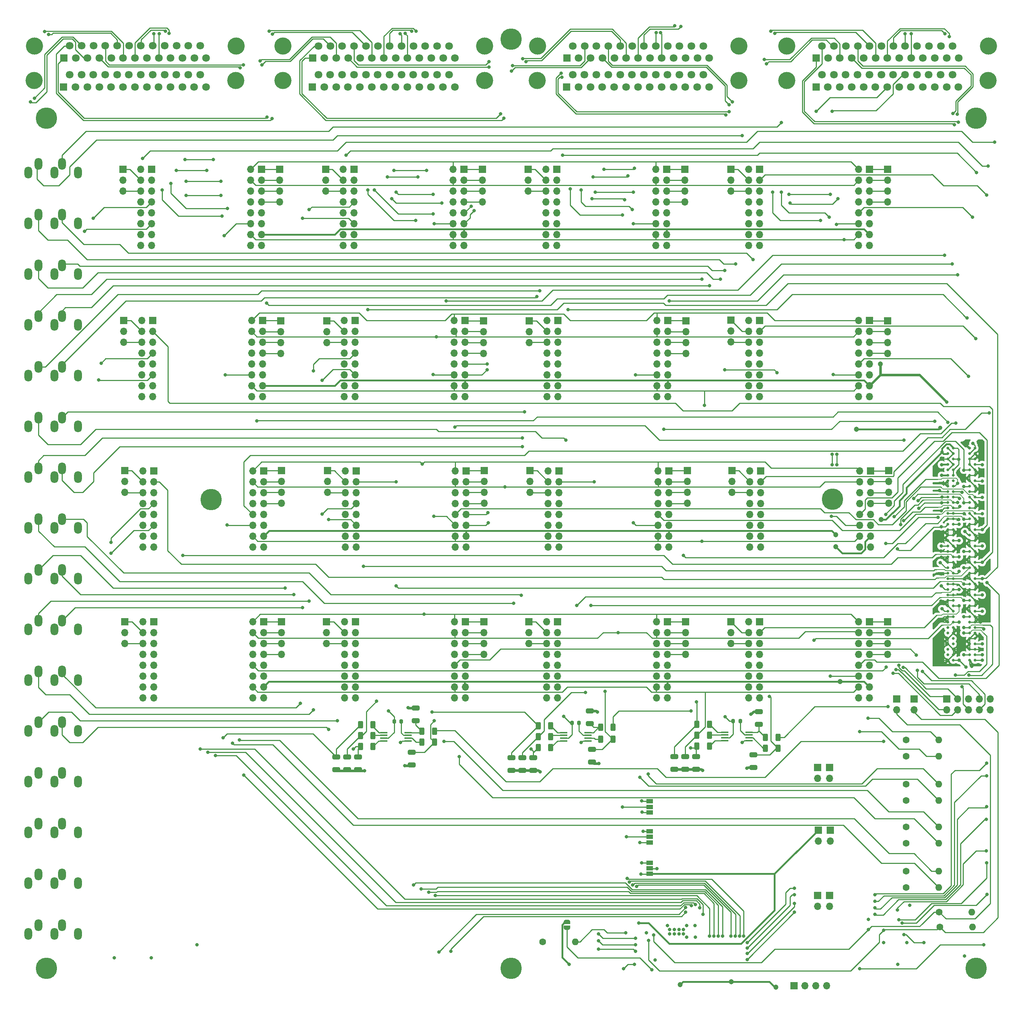
<source format=gbr>
G04 #@! TF.GenerationSoftware,KiCad,Pcbnew,7.0.0*
G04 #@! TF.CreationDate,2024-03-13T15:56:49+01:00*
G04 #@! TF.ProjectId,ADAU1787_rack,41444155-3137-4383-975f-7261636b2e6b,rev?*
G04 #@! TF.SameCoordinates,Original*
G04 #@! TF.FileFunction,Copper,L4,Bot*
G04 #@! TF.FilePolarity,Positive*
%FSLAX46Y46*%
G04 Gerber Fmt 4.6, Leading zero omitted, Abs format (unit mm)*
G04 Created by KiCad (PCBNEW 7.0.0) date 2024-03-13 15:56:49*
%MOMM*%
%LPD*%
G01*
G04 APERTURE LIST*
G04 Aperture macros list*
%AMRoundRect*
0 Rectangle with rounded corners*
0 $1 Rounding radius*
0 $2 $3 $4 $5 $6 $7 $8 $9 X,Y pos of 4 corners*
0 Add a 4 corners polygon primitive as box body*
4,1,4,$2,$3,$4,$5,$6,$7,$8,$9,$2,$3,0*
0 Add four circle primitives for the rounded corners*
1,1,$1+$1,$2,$3*
1,1,$1+$1,$4,$5*
1,1,$1+$1,$6,$7*
1,1,$1+$1,$8,$9*
0 Add four rect primitives between the rounded corners*
20,1,$1+$1,$2,$3,$4,$5,0*
20,1,$1+$1,$4,$5,$6,$7,0*
20,1,$1+$1,$6,$7,$8,$9,0*
20,1,$1+$1,$8,$9,$2,$3,0*%
%AMFreePoly0*
4,1,19,0.500000,-0.750000,0.000000,-0.750000,0.000000,-0.744911,-0.071157,-0.744911,-0.207708,-0.704816,-0.327430,-0.627875,-0.420627,-0.520320,-0.479746,-0.390866,-0.500000,-0.250000,-0.500000,0.250000,-0.479746,0.390866,-0.420627,0.520320,-0.327430,0.627875,-0.207708,0.704816,-0.071157,0.744911,0.000000,0.744911,0.000000,0.750000,0.500000,0.750000,0.500000,-0.750000,0.500000,-0.750000,
$1*%
%AMFreePoly1*
4,1,19,0.000000,0.744911,0.071157,0.744911,0.207708,0.704816,0.327430,0.627875,0.420627,0.520320,0.479746,0.390866,0.500000,0.250000,0.500000,-0.250000,0.479746,-0.390866,0.420627,-0.520320,0.327430,-0.627875,0.207708,-0.704816,0.071157,-0.744911,0.000000,-0.744911,0.000000,-0.750000,-0.500000,-0.750000,-0.500000,0.750000,0.000000,0.750000,0.000000,0.744911,0.000000,0.744911,
$1*%
G04 Aperture macros list end*
G04 #@! TA.AperFunction,ComponentPad*
%ADD10R,1.700000X1.700000*%
G04 #@! TD*
G04 #@! TA.AperFunction,ComponentPad*
%ADD11O,1.700000X1.700000*%
G04 #@! TD*
G04 #@! TA.AperFunction,ComponentPad*
%ADD12O,1.800000X2.800000*%
G04 #@! TD*
G04 #@! TA.AperFunction,ComponentPad*
%ADD13C,1.600000*%
G04 #@! TD*
G04 #@! TA.AperFunction,ComponentPad*
%ADD14O,1.600000X1.600000*%
G04 #@! TD*
G04 #@! TA.AperFunction,ComponentPad*
%ADD15C,5.000000*%
G04 #@! TD*
G04 #@! TA.AperFunction,ComponentPad*
%ADD16C,4.000000*%
G04 #@! TD*
G04 #@! TA.AperFunction,ComponentPad*
%ADD17R,1.800000X1.800000*%
G04 #@! TD*
G04 #@! TA.AperFunction,ComponentPad*
%ADD18C,1.800000*%
G04 #@! TD*
G04 #@! TA.AperFunction,SMDPad,CuDef*
%ADD19C,0.640000*%
G04 #@! TD*
G04 #@! TA.AperFunction,SMDPad,CuDef*
%ADD20R,1.500000X1.000000*%
G04 #@! TD*
G04 #@! TA.AperFunction,SMDPad,CuDef*
%ADD21FreePoly0,270.000000*%
G04 #@! TD*
G04 #@! TA.AperFunction,SMDPad,CuDef*
%ADD22FreePoly1,270.000000*%
G04 #@! TD*
G04 #@! TA.AperFunction,SMDPad,CuDef*
%ADD23RoundRect,0.250000X0.312500X0.625000X-0.312500X0.625000X-0.312500X-0.625000X0.312500X-0.625000X0*%
G04 #@! TD*
G04 #@! TA.AperFunction,SMDPad,CuDef*
%ADD24RoundRect,0.250000X0.650000X-0.325000X0.650000X0.325000X-0.650000X0.325000X-0.650000X-0.325000X0*%
G04 #@! TD*
G04 #@! TA.AperFunction,SMDPad,CuDef*
%ADD25RoundRect,0.200000X-0.200000X-0.275000X0.200000X-0.275000X0.200000X0.275000X-0.200000X0.275000X0*%
G04 #@! TD*
G04 #@! TA.AperFunction,SMDPad,CuDef*
%ADD26RoundRect,0.250000X-0.312500X-0.625000X0.312500X-0.625000X0.312500X0.625000X-0.312500X0.625000X0*%
G04 #@! TD*
G04 #@! TA.AperFunction,SMDPad,CuDef*
%ADD27R,1.655432X0.380766*%
G04 #@! TD*
G04 #@! TA.AperFunction,SMDPad,CuDef*
%ADD28RoundRect,0.250000X-0.650000X0.325000X-0.650000X-0.325000X0.650000X-0.325000X0.650000X0.325000X0*%
G04 #@! TD*
G04 #@! TA.AperFunction,ViaPad*
%ADD29C,0.800000*%
G04 #@! TD*
G04 #@! TA.AperFunction,ViaPad*
%ADD30C,1.000000*%
G04 #@! TD*
G04 #@! TA.AperFunction,ViaPad*
%ADD31C,1.200000*%
G04 #@! TD*
G04 #@! TA.AperFunction,Conductor*
%ADD32C,0.254000*%
G04 #@! TD*
G04 #@! TA.AperFunction,Conductor*
%ADD33C,0.600000*%
G04 #@! TD*
G04 #@! TA.AperFunction,Conductor*
%ADD34C,0.150000*%
G04 #@! TD*
G04 #@! TA.AperFunction,Conductor*
%ADD35C,0.400000*%
G04 #@! TD*
G04 #@! TA.AperFunction,Conductor*
%ADD36C,0.250000*%
G04 #@! TD*
G04 APERTURE END LIST*
D10*
X56143499Y-180073999D03*
D11*
X53603499Y-180073999D03*
X56143499Y-182613999D03*
X53603499Y-182613999D03*
X56143499Y-185153999D03*
X53603499Y-185153999D03*
X56143499Y-187693999D03*
X53603499Y-187693999D03*
X56143499Y-190233999D03*
X53603499Y-190233999D03*
X56143499Y-192773999D03*
X53603499Y-192773999D03*
X56143499Y-195313999D03*
X53603499Y-195313999D03*
X56143499Y-197853999D03*
X53603499Y-197853999D03*
D10*
X81797499Y-180073999D03*
D11*
X79257499Y-180073999D03*
X81797499Y-182613999D03*
X79257499Y-182613999D03*
X81797499Y-185153999D03*
X79257499Y-185153999D03*
X81797499Y-187693999D03*
X79257499Y-187693999D03*
X81797499Y-190233999D03*
X79257499Y-190233999D03*
X81797499Y-192773999D03*
X79257499Y-192773999D03*
X81797499Y-195313999D03*
X79257499Y-195313999D03*
X81797499Y-197853999D03*
X79257499Y-197853999D03*
D12*
X34774219Y-96843964D03*
X32974219Y-98843964D03*
X26874219Y-98843964D03*
X29274219Y-96843964D03*
X38474219Y-98843964D03*
X34774219Y-84990631D03*
X32974219Y-86990631D03*
X26874219Y-86990631D03*
X29274219Y-84990631D03*
X38474219Y-86990631D03*
X34774219Y-215377294D03*
X32974219Y-217377294D03*
X26874219Y-217377294D03*
X29274219Y-215377294D03*
X38474219Y-217377294D03*
X34774219Y-239083960D03*
X32974219Y-241083960D03*
X26874219Y-241083960D03*
X29274219Y-239083960D03*
X38474219Y-241083960D03*
X34774219Y-250937298D03*
X32974219Y-252937298D03*
X26874219Y-252937298D03*
X29274219Y-250937298D03*
X38474219Y-252937298D03*
X34774219Y-73137298D03*
X32974219Y-75137298D03*
X26874219Y-75137298D03*
X29274219Y-73137298D03*
X38474219Y-75137298D03*
X34774219Y-227230627D03*
X32974219Y-229230627D03*
X26874219Y-229230627D03*
X29274219Y-227230627D03*
X38474219Y-229230627D03*
X34774219Y-191670628D03*
X32974219Y-193670628D03*
X26874219Y-193670628D03*
X29274219Y-191670628D03*
X38474219Y-193670628D03*
X34774219Y-179817295D03*
X32974219Y-181817295D03*
X26874219Y-181817295D03*
X29274219Y-179817295D03*
X38474219Y-181817295D03*
X34774219Y-120550630D03*
X32974219Y-122550630D03*
X26874219Y-122550630D03*
X29274219Y-120550630D03*
X38474219Y-122550630D03*
X34774219Y-167963962D03*
X32974219Y-169963962D03*
X26874219Y-169963962D03*
X29274219Y-167963962D03*
X38474219Y-169963962D03*
X34774219Y-156110629D03*
X32974219Y-158110629D03*
X26874219Y-158110629D03*
X29274219Y-156110629D03*
X38474219Y-158110629D03*
X34774219Y-144257296D03*
X32974219Y-146257296D03*
X26874219Y-146257296D03*
X29274219Y-144257296D03*
X38474219Y-146257296D03*
X34774219Y-203523961D03*
X32974219Y-205523961D03*
X26874219Y-205523961D03*
X29274219Y-203523961D03*
X38474219Y-205523961D03*
D10*
X103263045Y-180073999D03*
D11*
X100723045Y-180073999D03*
X103263045Y-182613999D03*
X100723045Y-182613999D03*
X103263045Y-185153999D03*
X100723045Y-185153999D03*
X103263045Y-187693999D03*
X100723045Y-187693999D03*
X103263045Y-190233999D03*
X100723045Y-190233999D03*
X103263045Y-192773999D03*
X100723045Y-192773999D03*
X103263045Y-195313999D03*
X100723045Y-195313999D03*
X103263045Y-197853999D03*
X100723045Y-197853999D03*
D10*
X128917045Y-180073999D03*
D11*
X126377045Y-180073999D03*
X128917045Y-182613999D03*
X126377045Y-182613999D03*
X128917045Y-185153999D03*
X126377045Y-185153999D03*
X128917045Y-187693999D03*
X126377045Y-187693999D03*
X128917045Y-190233999D03*
X126377045Y-190233999D03*
X128917045Y-192773999D03*
X126377045Y-192773999D03*
X128917045Y-195313999D03*
X126377045Y-195313999D03*
X128917045Y-197853999D03*
X126377045Y-197853999D03*
D10*
X103429712Y-144823499D03*
D11*
X100889712Y-144823499D03*
X103429712Y-147363499D03*
X100889712Y-147363499D03*
X103429712Y-149903499D03*
X100889712Y-149903499D03*
X103429712Y-152443499D03*
X100889712Y-152443499D03*
X103429712Y-154983499D03*
X100889712Y-154983499D03*
X103429712Y-157523499D03*
X100889712Y-157523499D03*
X103429712Y-160063499D03*
X100889712Y-160063499D03*
X103429712Y-162603499D03*
X100889712Y-162603499D03*
D10*
X129083712Y-144823499D03*
D11*
X126543712Y-144823499D03*
X129083712Y-147363499D03*
X126543712Y-147363499D03*
X129083712Y-149903499D03*
X126543712Y-149903499D03*
X129083712Y-152443499D03*
X126543712Y-152443499D03*
X129083712Y-154983499D03*
X126543712Y-154983499D03*
X129083712Y-157523499D03*
X126543712Y-157523499D03*
X129083712Y-160063499D03*
X126543712Y-160063499D03*
X129083712Y-162603499D03*
X126543712Y-162603499D03*
D10*
X150532285Y-109727999D03*
D11*
X147992285Y-109727999D03*
X150532285Y-112267999D03*
X147992285Y-112267999D03*
X150532285Y-114807999D03*
X147992285Y-114807999D03*
X150532285Y-117347999D03*
X147992285Y-117347999D03*
X150532285Y-119887999D03*
X147992285Y-119887999D03*
X150532285Y-122427999D03*
X147992285Y-122427999D03*
X150532285Y-124967999D03*
X147992285Y-124967999D03*
X150532285Y-127507999D03*
X147992285Y-127507999D03*
D10*
X176186285Y-109727999D03*
D11*
X173646285Y-109727999D03*
X176186285Y-112267999D03*
X173646285Y-112267999D03*
X176186285Y-114807999D03*
X173646285Y-114807999D03*
X176186285Y-117347999D03*
X173646285Y-117347999D03*
X176186285Y-119887999D03*
X173646285Y-119887999D03*
X176186285Y-122427999D03*
X173646285Y-122427999D03*
X176186285Y-124967999D03*
X173646285Y-124967999D03*
X176186285Y-127507999D03*
X173646285Y-127507999D03*
D10*
X55666359Y-74421999D03*
D11*
X53126359Y-74421999D03*
X55666359Y-76961999D03*
X53126359Y-76961999D03*
X55666359Y-79501999D03*
X53126359Y-79501999D03*
X55666359Y-82041999D03*
X53126359Y-82041999D03*
X55666359Y-84581999D03*
X53126359Y-84581999D03*
X55666359Y-87121999D03*
X53126359Y-87121999D03*
X55666359Y-89661999D03*
X53126359Y-89661999D03*
X55666359Y-92201999D03*
X53126359Y-92201999D03*
D10*
X81320359Y-74421999D03*
D11*
X78780359Y-74421999D03*
X81320359Y-76961999D03*
X78780359Y-76961999D03*
X81320359Y-79501999D03*
X78780359Y-79501999D03*
X81320359Y-82041999D03*
X78780359Y-82041999D03*
X81320359Y-84581999D03*
X78780359Y-84581999D03*
X81320359Y-87121999D03*
X78780359Y-87121999D03*
X81320359Y-89661999D03*
X78780359Y-89661999D03*
X81320359Y-92201999D03*
X78780359Y-92201999D03*
D10*
X197611999Y-74421999D03*
D11*
X195071999Y-74421999D03*
X197611999Y-76961999D03*
X195071999Y-76961999D03*
X197611999Y-79501999D03*
X195071999Y-79501999D03*
X197611999Y-82041999D03*
X195071999Y-82041999D03*
X197611999Y-84581999D03*
X195071999Y-84581999D03*
X197611999Y-87121999D03*
X195071999Y-87121999D03*
X197611999Y-89661999D03*
X195071999Y-89661999D03*
X197611999Y-92201999D03*
X195071999Y-92201999D03*
D10*
X223265999Y-74421999D03*
D11*
X220725999Y-74421999D03*
X223265999Y-76961999D03*
X220725999Y-76961999D03*
X223265999Y-79501999D03*
X220725999Y-79501999D03*
X223265999Y-82041999D03*
X220725999Y-82041999D03*
X223265999Y-84581999D03*
X220725999Y-84581999D03*
X223265999Y-87121999D03*
X220725999Y-87121999D03*
X223265999Y-89661999D03*
X220725999Y-89661999D03*
X223265999Y-92201999D03*
X220725999Y-92201999D03*
D10*
X102952572Y-74421999D03*
D11*
X100412572Y-74421999D03*
X102952572Y-76961999D03*
X100412572Y-76961999D03*
X102952572Y-79501999D03*
X100412572Y-79501999D03*
X102952572Y-82041999D03*
X100412572Y-82041999D03*
X102952572Y-84581999D03*
X100412572Y-84581999D03*
X102952572Y-87121999D03*
X100412572Y-87121999D03*
X102952572Y-89661999D03*
X100412572Y-89661999D03*
X102952572Y-92201999D03*
X100412572Y-92201999D03*
D10*
X128606572Y-74421999D03*
D11*
X126066572Y-74421999D03*
X128606572Y-76961999D03*
X126066572Y-76961999D03*
X128606572Y-79501999D03*
X126066572Y-79501999D03*
X128606572Y-82041999D03*
X126066572Y-82041999D03*
X128606572Y-84581999D03*
X126066572Y-84581999D03*
X128606572Y-87121999D03*
X126066572Y-87121999D03*
X128606572Y-89661999D03*
X126066572Y-89661999D03*
X128606572Y-92201999D03*
X126066572Y-92201999D03*
D10*
X150759425Y-144823499D03*
D11*
X148219425Y-144823499D03*
X150759425Y-147363499D03*
X148219425Y-147363499D03*
X150759425Y-149903499D03*
X148219425Y-149903499D03*
X150759425Y-152443499D03*
X148219425Y-152443499D03*
X150759425Y-154983499D03*
X148219425Y-154983499D03*
X150759425Y-157523499D03*
X148219425Y-157523499D03*
X150759425Y-160063499D03*
X148219425Y-160063499D03*
X150759425Y-162603499D03*
X148219425Y-162603499D03*
D10*
X176413425Y-144823499D03*
D11*
X173873425Y-144823499D03*
X176413425Y-147363499D03*
X173873425Y-147363499D03*
X176413425Y-149903499D03*
X173873425Y-149903499D03*
X176413425Y-152443499D03*
X173873425Y-152443499D03*
X176413425Y-154983499D03*
X173873425Y-154983499D03*
X176413425Y-157523499D03*
X173873425Y-157523499D03*
X176413425Y-160063499D03*
X173873425Y-160063499D03*
X176413425Y-162603499D03*
X173873425Y-162603499D03*
D10*
X150426091Y-180073999D03*
D11*
X147886091Y-180073999D03*
X150426091Y-182613999D03*
X147886091Y-182613999D03*
X150426091Y-185153999D03*
X147886091Y-185153999D03*
X150426091Y-187693999D03*
X147886091Y-187693999D03*
X150426091Y-190233999D03*
X147886091Y-190233999D03*
X150426091Y-192773999D03*
X147886091Y-192773999D03*
X150426091Y-195313999D03*
X147886091Y-195313999D03*
X150426091Y-197853999D03*
X147886091Y-197853999D03*
D10*
X176080091Y-180073999D03*
D11*
X173540091Y-180073999D03*
X176080091Y-182613999D03*
X173540091Y-182613999D03*
X176080091Y-185153999D03*
X173540091Y-185153999D03*
X176080091Y-187693999D03*
X173540091Y-187693999D03*
X176080091Y-190233999D03*
X173540091Y-190233999D03*
X176080091Y-192773999D03*
X173540091Y-192773999D03*
X176080091Y-195313999D03*
X173540091Y-195313999D03*
X176080091Y-197853999D03*
X173540091Y-197853999D03*
D10*
X197611999Y-109727999D03*
D11*
X195071999Y-109727999D03*
X197611999Y-112267999D03*
X195071999Y-112267999D03*
X197611999Y-114807999D03*
X195071999Y-114807999D03*
X197611999Y-117347999D03*
X195071999Y-117347999D03*
X197611999Y-119887999D03*
X195071999Y-119887999D03*
X197611999Y-122427999D03*
X195071999Y-122427999D03*
X197611999Y-124967999D03*
X195071999Y-124967999D03*
X197611999Y-127507999D03*
X195071999Y-127507999D03*
D10*
X223265999Y-109727999D03*
D11*
X220725999Y-109727999D03*
X223265999Y-112267999D03*
X220725999Y-112267999D03*
X223265999Y-114807999D03*
X220725999Y-114807999D03*
X223265999Y-117347999D03*
X220725999Y-117347999D03*
X223265999Y-119887999D03*
X220725999Y-119887999D03*
X223265999Y-122427999D03*
X220725999Y-122427999D03*
X223265999Y-124967999D03*
X220725999Y-124967999D03*
X223265999Y-127507999D03*
X220725999Y-127507999D03*
D10*
X150282285Y-74421999D03*
D11*
X147742285Y-74421999D03*
X150282285Y-76961999D03*
X147742285Y-76961999D03*
X150282285Y-79501999D03*
X147742285Y-79501999D03*
X150282285Y-82041999D03*
X147742285Y-82041999D03*
X150282285Y-84581999D03*
X147742285Y-84581999D03*
X150282285Y-87121999D03*
X147742285Y-87121999D03*
X150282285Y-89661999D03*
X147742285Y-89661999D03*
X150282285Y-92201999D03*
X147742285Y-92201999D03*
D10*
X175936285Y-74421999D03*
D11*
X173396285Y-74421999D03*
X175936285Y-76961999D03*
X173396285Y-76961999D03*
X175936285Y-79501999D03*
X173396285Y-79501999D03*
X175936285Y-82041999D03*
X173396285Y-82041999D03*
X175936285Y-84581999D03*
X173396285Y-84581999D03*
X175936285Y-87121999D03*
X173396285Y-87121999D03*
X175936285Y-89661999D03*
X173396285Y-89661999D03*
X175936285Y-92201999D03*
X173396285Y-92201999D03*
D10*
X197589139Y-180073999D03*
D11*
X195049139Y-180073999D03*
X197589139Y-182613999D03*
X195049139Y-182613999D03*
X197589139Y-185153999D03*
X195049139Y-185153999D03*
X197589139Y-187693999D03*
X195049139Y-187693999D03*
X197589139Y-190233999D03*
X195049139Y-190233999D03*
X197589139Y-192773999D03*
X195049139Y-192773999D03*
X197589139Y-195313999D03*
X195049139Y-195313999D03*
X197589139Y-197853999D03*
X195049139Y-197853999D03*
D10*
X223243139Y-180073999D03*
D11*
X220703139Y-180073999D03*
X223243139Y-182613999D03*
X220703139Y-182613999D03*
X223243139Y-185153999D03*
X220703139Y-185153999D03*
X223243139Y-187693999D03*
X220703139Y-187693999D03*
X223243139Y-190233999D03*
X220703139Y-190233999D03*
X223243139Y-192773999D03*
X220703139Y-192773999D03*
X223243139Y-195313999D03*
X220703139Y-195313999D03*
X223243139Y-197853999D03*
X220703139Y-197853999D03*
D10*
X55916359Y-109727999D03*
D11*
X53376359Y-109727999D03*
X55916359Y-112267999D03*
X53376359Y-112267999D03*
X55916359Y-114807999D03*
X53376359Y-114807999D03*
X55916359Y-117347999D03*
X53376359Y-117347999D03*
X55916359Y-119887999D03*
X53376359Y-119887999D03*
X55916359Y-122427999D03*
X53376359Y-122427999D03*
X55916359Y-124967999D03*
X53376359Y-124967999D03*
X55916359Y-127507999D03*
X53376359Y-127507999D03*
D10*
X81570359Y-109727999D03*
D11*
X79030359Y-109727999D03*
X81570359Y-112267999D03*
X79030359Y-112267999D03*
X81570359Y-114807999D03*
X79030359Y-114807999D03*
X81570359Y-117347999D03*
X79030359Y-117347999D03*
X81570359Y-119887999D03*
X79030359Y-119887999D03*
X81570359Y-122427999D03*
X79030359Y-122427999D03*
X81570359Y-124967999D03*
X79030359Y-124967999D03*
X81570359Y-127507999D03*
X79030359Y-127507999D03*
D10*
X103202572Y-109727999D03*
D11*
X100662572Y-109727999D03*
X103202572Y-112267999D03*
X100662572Y-112267999D03*
X103202572Y-114807999D03*
X100662572Y-114807999D03*
X103202572Y-117347999D03*
X100662572Y-117347999D03*
X103202572Y-119887999D03*
X100662572Y-119887999D03*
X103202572Y-122427999D03*
X100662572Y-122427999D03*
X103202572Y-124967999D03*
X100662572Y-124967999D03*
X103202572Y-127507999D03*
X100662572Y-127507999D03*
D10*
X128856572Y-109727999D03*
D11*
X126316572Y-109727999D03*
X128856572Y-112267999D03*
X126316572Y-112267999D03*
X128856572Y-114807999D03*
X126316572Y-114807999D03*
X128856572Y-117347999D03*
X126316572Y-117347999D03*
X128856572Y-119887999D03*
X126316572Y-119887999D03*
X128856572Y-122427999D03*
X126316572Y-122427999D03*
X128856572Y-124967999D03*
X126316572Y-124967999D03*
X128856572Y-127507999D03*
X126316572Y-127507999D03*
D10*
X56143499Y-144823499D03*
D11*
X53603499Y-144823499D03*
X56143499Y-147363499D03*
X53603499Y-147363499D03*
X56143499Y-149903499D03*
X53603499Y-149903499D03*
X56143499Y-152443499D03*
X53603499Y-152443499D03*
X56143499Y-154983499D03*
X53603499Y-154983499D03*
X56143499Y-157523499D03*
X53603499Y-157523499D03*
X56143499Y-160063499D03*
X53603499Y-160063499D03*
X56143499Y-162603499D03*
X53603499Y-162603499D03*
D10*
X81797499Y-144823499D03*
D11*
X79257499Y-144823499D03*
X81797499Y-147363499D03*
X79257499Y-147363499D03*
X81797499Y-149903499D03*
X79257499Y-149903499D03*
X81797499Y-152443499D03*
X79257499Y-152443499D03*
X81797499Y-154983499D03*
X79257499Y-154983499D03*
X81797499Y-157523499D03*
X79257499Y-157523499D03*
X81797499Y-160063499D03*
X79257499Y-160063499D03*
X81797499Y-162603499D03*
X79257499Y-162603499D03*
D13*
X231750000Y-211470000D03*
D14*
X239369999Y-211469999D03*
D13*
X231750000Y-221770000D03*
D14*
X239369999Y-221769999D03*
D13*
X231750000Y-231770000D03*
D14*
X239369999Y-231769999D03*
D13*
X231750000Y-207660000D03*
D14*
X239369999Y-207659999D03*
D13*
X231750000Y-217960000D03*
D14*
X239369999Y-217959999D03*
D13*
X231750000Y-227960000D03*
D14*
X239369999Y-227959999D03*
D13*
X231750000Y-238270000D03*
D14*
X239369999Y-238269999D03*
D13*
X231750000Y-242080000D03*
D14*
X239369999Y-242079999D03*
D13*
X239522000Y-247870000D03*
D14*
X247141999Y-247869999D03*
D13*
X239649000Y-251333000D03*
D14*
X247268999Y-251332999D03*
D12*
X34774219Y-108697297D03*
X32974219Y-110697297D03*
X26874219Y-110697297D03*
X29274219Y-108697297D03*
X38474219Y-110697297D03*
D10*
X197839139Y-144823499D03*
D11*
X195299139Y-144823499D03*
X197839139Y-147363499D03*
X195299139Y-147363499D03*
X197839139Y-149903499D03*
X195299139Y-149903499D03*
X197839139Y-152443499D03*
X195299139Y-152443499D03*
X197839139Y-154983499D03*
X195299139Y-154983499D03*
X197839139Y-157523499D03*
X195299139Y-157523499D03*
X197839139Y-160063499D03*
X195299139Y-160063499D03*
X197839139Y-162603499D03*
X195299139Y-162603499D03*
D10*
X223493139Y-144823499D03*
D11*
X220953139Y-144823499D03*
X223493139Y-147363499D03*
X220953139Y-147363499D03*
X223493139Y-149903499D03*
X220953139Y-149903499D03*
X223493139Y-152443499D03*
X220953139Y-152443499D03*
X223493139Y-154983499D03*
X220953139Y-154983499D03*
X223493139Y-157523499D03*
X220953139Y-157523499D03*
X223493139Y-160063499D03*
X220953139Y-160063499D03*
X223493139Y-162603499D03*
X220953139Y-162603499D03*
D12*
X34774219Y-132403963D03*
X32974219Y-134403963D03*
X26874219Y-134403963D03*
X29274219Y-132403963D03*
X38474219Y-134403963D03*
D10*
X213918799Y-214121999D03*
D11*
X213918799Y-216661999D03*
D10*
X229615999Y-198135999D03*
D11*
X229615999Y-200675999D03*
D10*
X241299999Y-198095999D03*
D11*
X241299999Y-200635999D03*
X243839999Y-198095999D03*
X243839999Y-200635999D03*
X246379999Y-198095999D03*
X246379999Y-200635999D03*
X248919999Y-198095999D03*
X248919999Y-200635999D03*
X251459999Y-198095999D03*
X251459999Y-200635999D03*
D15*
X139600000Y-44000000D03*
X69600000Y-151500000D03*
D16*
X203885800Y-53644800D03*
X203915800Y-45594800D03*
X250955800Y-53654800D03*
X250985800Y-45604800D03*
D17*
X210785799Y-48424799D03*
D18*
X213555800Y-48424800D03*
X216325800Y-48424800D03*
X219095800Y-48424800D03*
X221865800Y-48424800D03*
X224635800Y-48424800D03*
X227405800Y-48424800D03*
X230175800Y-48424800D03*
X232945800Y-48424800D03*
X235715800Y-48424800D03*
X238485800Y-48424800D03*
X241255800Y-48424800D03*
X244025800Y-48424800D03*
X212170800Y-45584800D03*
X214940800Y-45584800D03*
X217710800Y-45584800D03*
X220480800Y-45584800D03*
X223250800Y-45584800D03*
X226020800Y-45584800D03*
X228790800Y-45584800D03*
X231560800Y-45584800D03*
X234330800Y-45584800D03*
X237100800Y-45584800D03*
X239870800Y-45584800D03*
X242640800Y-45584800D03*
D17*
X210755799Y-55174799D03*
D18*
X213525800Y-55174800D03*
X216295800Y-55174800D03*
X219065800Y-55174800D03*
X221835800Y-55174800D03*
X224605800Y-55174800D03*
X227375800Y-55174800D03*
X230145800Y-55174800D03*
X232915800Y-55174800D03*
X235685800Y-55174800D03*
X238455800Y-55174800D03*
X241225800Y-55174800D03*
X243995800Y-55174800D03*
X212140800Y-52334800D03*
X214910800Y-52334800D03*
X217680800Y-52334800D03*
X220450800Y-52334800D03*
X223220800Y-52334800D03*
X225990800Y-52334800D03*
X228760800Y-52334800D03*
X231530800Y-52334800D03*
X234300800Y-52334800D03*
X237070800Y-52334800D03*
X239840800Y-52334800D03*
X242610800Y-52334800D03*
D10*
X213918799Y-243976573D03*
D11*
X213918799Y-246516573D03*
D10*
X211124799Y-243969999D03*
D11*
X211124799Y-246509999D03*
D16*
X28270200Y-53619400D03*
X28300200Y-45569400D03*
X75340200Y-53629400D03*
X75370200Y-45579400D03*
D17*
X35170199Y-48399399D03*
D18*
X37940200Y-48399400D03*
X40710200Y-48399400D03*
X43480200Y-48399400D03*
X46250200Y-48399400D03*
X49020200Y-48399400D03*
X51790200Y-48399400D03*
X54560200Y-48399400D03*
X57330200Y-48399400D03*
X60100200Y-48399400D03*
X62870200Y-48399400D03*
X65640200Y-48399400D03*
X68410200Y-48399400D03*
X36555200Y-45559400D03*
X39325200Y-45559400D03*
X42095200Y-45559400D03*
X44865200Y-45559400D03*
X47635200Y-45559400D03*
X50405200Y-45559400D03*
X53175200Y-45559400D03*
X55945200Y-45559400D03*
X58715200Y-45559400D03*
X61485200Y-45559400D03*
X64255200Y-45559400D03*
X67025200Y-45559400D03*
D17*
X35140199Y-55149399D03*
D18*
X37910200Y-55149400D03*
X40680200Y-55149400D03*
X43450200Y-55149400D03*
X46220200Y-55149400D03*
X48990200Y-55149400D03*
X51760200Y-55149400D03*
X54530200Y-55149400D03*
X57300200Y-55149400D03*
X60070200Y-55149400D03*
X62840200Y-55149400D03*
X65610200Y-55149400D03*
X68380200Y-55149400D03*
X36525200Y-52309400D03*
X39295200Y-52309400D03*
X42065200Y-52309400D03*
X44835200Y-52309400D03*
X47605200Y-52309400D03*
X50375200Y-52309400D03*
X53145200Y-52309400D03*
X55915200Y-52309400D03*
X58685200Y-52309400D03*
X61455200Y-52309400D03*
X64225200Y-52309400D03*
X66995200Y-52309400D03*
D16*
X86334600Y-53644800D03*
X86364600Y-45594800D03*
X133404600Y-53654800D03*
X133434600Y-45604800D03*
D17*
X93234599Y-48424799D03*
D18*
X96004600Y-48424800D03*
X98774600Y-48424800D03*
X101544600Y-48424800D03*
X104314600Y-48424800D03*
X107084600Y-48424800D03*
X109854600Y-48424800D03*
X112624600Y-48424800D03*
X115394600Y-48424800D03*
X118164600Y-48424800D03*
X120934600Y-48424800D03*
X123704600Y-48424800D03*
X126474600Y-48424800D03*
X94619600Y-45584800D03*
X97389600Y-45584800D03*
X100159600Y-45584800D03*
X102929600Y-45584800D03*
X105699600Y-45584800D03*
X108469600Y-45584800D03*
X111239600Y-45584800D03*
X114009600Y-45584800D03*
X116779600Y-45584800D03*
X119549600Y-45584800D03*
X122319600Y-45584800D03*
X125089600Y-45584800D03*
D17*
X93204599Y-55174799D03*
D18*
X95974600Y-55174800D03*
X98744600Y-55174800D03*
X101514600Y-55174800D03*
X104284600Y-55174800D03*
X107054600Y-55174800D03*
X109824600Y-55174800D03*
X112594600Y-55174800D03*
X115364600Y-55174800D03*
X118134600Y-55174800D03*
X120904600Y-55174800D03*
X123674600Y-55174800D03*
X126444600Y-55174800D03*
X94589600Y-52334800D03*
X97359600Y-52334800D03*
X100129600Y-52334800D03*
X102899600Y-52334800D03*
X105669600Y-52334800D03*
X108439600Y-52334800D03*
X111209600Y-52334800D03*
X113979600Y-52334800D03*
X116749600Y-52334800D03*
X119519600Y-52334800D03*
X122289600Y-52334800D03*
X125059600Y-52334800D03*
D10*
X205639656Y-265079843D03*
D11*
X208179656Y-265079843D03*
X210719656Y-265079843D03*
X213259656Y-265079843D03*
D15*
X31100000Y-62500000D03*
D10*
X233679999Y-198135999D03*
D11*
X233679999Y-200675999D03*
D15*
X31100000Y-261000000D03*
X248100000Y-261000000D03*
X248100000Y-62500000D03*
D10*
X214071199Y-228701599D03*
D11*
X214071199Y-231241599D03*
D15*
X139600000Y-261000000D03*
D16*
X145689800Y-53643000D03*
X145719800Y-45593000D03*
X192759800Y-53653000D03*
X192789800Y-45603000D03*
D17*
X152589799Y-48422999D03*
D18*
X155359800Y-48423000D03*
X158129800Y-48423000D03*
X160899800Y-48423000D03*
X163669800Y-48423000D03*
X166439800Y-48423000D03*
X169209800Y-48423000D03*
X171979800Y-48423000D03*
X174749800Y-48423000D03*
X177519800Y-48423000D03*
X180289800Y-48423000D03*
X183059800Y-48423000D03*
X185829800Y-48423000D03*
X153974800Y-45583000D03*
X156744800Y-45583000D03*
X159514800Y-45583000D03*
X162284800Y-45583000D03*
X165054800Y-45583000D03*
X167824800Y-45583000D03*
X170594800Y-45583000D03*
X173364800Y-45583000D03*
X176134800Y-45583000D03*
X178904800Y-45583000D03*
X181674800Y-45583000D03*
X184444800Y-45583000D03*
D17*
X152559799Y-55172999D03*
D18*
X155329800Y-55173000D03*
X158099800Y-55173000D03*
X160869800Y-55173000D03*
X163639800Y-55173000D03*
X166409800Y-55173000D03*
X169179800Y-55173000D03*
X171949800Y-55173000D03*
X174719800Y-55173000D03*
X177489800Y-55173000D03*
X180259800Y-55173000D03*
X183029800Y-55173000D03*
X185799800Y-55173000D03*
X153944800Y-52333000D03*
X156714800Y-52333000D03*
X159484800Y-52333000D03*
X162254800Y-52333000D03*
X165024800Y-52333000D03*
X167794800Y-52333000D03*
X170564800Y-52333000D03*
X173334800Y-52333000D03*
X176104800Y-52333000D03*
X178874800Y-52333000D03*
X181644800Y-52333000D03*
X184414800Y-52333000D03*
D10*
X211124799Y-214121999D03*
D11*
X211124799Y-216661999D03*
D15*
X214590000Y-151480000D03*
D10*
X211277199Y-228701599D03*
D11*
X211277199Y-231241599D03*
D19*
X241505000Y-189065000D03*
X241505000Y-187795000D03*
X241505000Y-186525000D03*
X241505000Y-185255000D03*
X241505000Y-183985000D03*
X241505000Y-182715000D03*
X241505000Y-181445000D03*
X241505000Y-180175000D03*
X241505000Y-178905000D03*
X241505000Y-177635000D03*
X241505000Y-176365000D03*
X241505000Y-175095000D03*
X241505000Y-173825000D03*
X241505000Y-172555000D03*
X241505000Y-171285000D03*
X241505000Y-170015000D03*
X241505000Y-168745000D03*
X241505000Y-167475000D03*
X241505000Y-166205000D03*
X241505000Y-164935000D03*
X241505000Y-163665000D03*
X241505000Y-162395000D03*
X241505000Y-161125000D03*
X241505000Y-159855000D03*
X241505000Y-158585000D03*
X241505000Y-157315000D03*
X241505000Y-156045000D03*
X241505000Y-154775000D03*
X241505000Y-153505000D03*
X241505000Y-152235000D03*
X241505000Y-150965000D03*
X241505000Y-149695000D03*
X241505000Y-148425000D03*
X241505000Y-147155000D03*
X241505000Y-145885000D03*
X241505000Y-144615000D03*
X241505000Y-143345000D03*
X241505000Y-142075000D03*
X241505000Y-140805000D03*
X241505000Y-139535000D03*
X242775000Y-189065000D03*
X242775000Y-187795000D03*
X242775000Y-186525000D03*
X242775000Y-185255000D03*
X242775000Y-183985000D03*
X242775000Y-182715000D03*
X242775000Y-181445000D03*
X242775000Y-180175000D03*
X242775000Y-178905000D03*
X242775000Y-177635000D03*
X242775000Y-176365000D03*
X242775000Y-175095000D03*
X242775000Y-173825000D03*
X242775000Y-172555000D03*
X242775000Y-171285000D03*
X242775000Y-170015000D03*
X242775000Y-168745000D03*
X242775000Y-167475000D03*
X242775000Y-166205000D03*
X242775000Y-164935000D03*
X242775000Y-163665000D03*
X242775000Y-162395000D03*
X242775000Y-161125000D03*
X242775000Y-159855000D03*
X242775000Y-158585000D03*
X242775000Y-157315000D03*
X242775000Y-156045000D03*
X242775000Y-154775000D03*
X242775000Y-153505000D03*
X242775000Y-152235000D03*
X242775000Y-150965000D03*
X242775000Y-149695000D03*
X242775000Y-148425000D03*
X242775000Y-147155000D03*
X242775000Y-145885000D03*
X242775000Y-144615000D03*
X242775000Y-143345000D03*
X242775000Y-142075000D03*
X242775000Y-140805000D03*
X242775000Y-139535000D03*
X246585000Y-189065000D03*
X246585000Y-187795000D03*
X246585000Y-186525000D03*
X246585000Y-185255000D03*
X246585000Y-183985000D03*
X246585000Y-182715000D03*
X246585000Y-181445000D03*
X246585000Y-180175000D03*
X246585000Y-178905000D03*
X246585000Y-177635000D03*
X246585000Y-176365000D03*
X246585000Y-175095000D03*
X246585000Y-173825000D03*
X246585000Y-172555000D03*
X246585000Y-171285000D03*
X246585000Y-170015000D03*
X246585000Y-168745000D03*
X246585000Y-167475000D03*
X246585000Y-166205000D03*
X246585000Y-164935000D03*
X246585000Y-163665000D03*
X246585000Y-162395000D03*
X246585000Y-161125000D03*
X246585000Y-159855000D03*
X246585000Y-158585000D03*
X246585000Y-157315000D03*
X246585000Y-156045000D03*
X246585000Y-154775000D03*
X246585000Y-153505000D03*
X246585000Y-152235000D03*
X246585000Y-150965000D03*
X246585000Y-149695000D03*
X246585000Y-148425000D03*
X246585000Y-147155000D03*
X246585000Y-145885000D03*
X246585000Y-144615000D03*
X246585000Y-143345000D03*
X246585000Y-142075000D03*
X246585000Y-140805000D03*
X246585000Y-139535000D03*
X247855000Y-189065000D03*
X247855000Y-187795000D03*
X247855000Y-186525000D03*
X247855000Y-185255000D03*
X247855000Y-183985000D03*
X247855000Y-182715000D03*
X247855000Y-181445000D03*
X247855000Y-180175000D03*
X247855000Y-178905000D03*
X247855000Y-177635000D03*
X247855000Y-176365000D03*
X247855000Y-175095000D03*
X247855000Y-173825000D03*
X247855000Y-172555000D03*
X247855000Y-171285000D03*
X247855000Y-170015000D03*
X247855000Y-168745000D03*
X247855000Y-167475000D03*
X247855000Y-166205000D03*
X247855000Y-164935000D03*
X247855000Y-163665000D03*
X247855000Y-162395000D03*
X247855000Y-161125000D03*
X247855000Y-159855000D03*
X247855000Y-158585000D03*
X247855000Y-157315000D03*
X247855000Y-156045000D03*
X247855000Y-154775000D03*
X247855000Y-153505000D03*
X247855000Y-152235000D03*
X247855000Y-150965000D03*
X247855000Y-149695000D03*
X247855000Y-148425000D03*
X247855000Y-147155000D03*
X247855000Y-145885000D03*
X247855000Y-144615000D03*
X247855000Y-143345000D03*
X247855000Y-142075000D03*
X247855000Y-140805000D03*
X247855000Y-139535000D03*
D13*
X146913600Y-254812800D03*
D14*
X154533599Y-254812799D03*
D20*
X171959530Y-229001572D03*
X171959530Y-230301572D03*
X171959530Y-231601572D03*
X171959530Y-222001572D03*
X171959530Y-223301572D03*
X171959530Y-224601572D03*
D21*
X152654000Y-250190000D03*
D22*
X152654000Y-251490000D03*
D20*
X171959530Y-236339592D03*
X171959530Y-237639592D03*
X171959530Y-238939592D03*
D10*
X49446499Y-180100999D03*
D11*
X49446499Y-182640999D03*
X49446499Y-185180999D03*
D23*
X185888000Y-206546998D03*
X182963000Y-206546998D03*
D10*
X85795359Y-109759999D03*
D11*
X85795359Y-112299999D03*
X85795359Y-114839999D03*
X85795359Y-117379999D03*
D10*
X132872859Y-74398499D03*
D11*
X132872859Y-76938499D03*
X132872859Y-79478499D03*
X132872859Y-82018499D03*
D23*
X201890000Y-207054998D03*
X198965000Y-207054998D03*
X148844000Y-204372000D03*
X145919000Y-204372000D03*
X121685550Y-205642000D03*
X118760550Y-205642000D03*
D24*
X144780000Y-214737000D03*
X144780000Y-211787000D03*
D23*
X107334550Y-209198000D03*
X104409550Y-209198000D03*
D24*
X116413050Y-213467000D03*
X116413050Y-210517000D03*
D10*
X133349999Y-144779999D03*
D11*
X133349999Y-147319999D03*
X133349999Y-149859999D03*
X133349999Y-152399999D03*
D10*
X190907859Y-109632999D03*
D11*
X190907859Y-112172999D03*
X190907859Y-114712999D03*
D24*
X101300050Y-214610000D03*
X101300050Y-211660000D03*
D10*
X227710999Y-144779999D03*
D11*
X227710999Y-147319999D03*
X227710999Y-149859999D03*
X227710999Y-152399999D03*
D10*
X85545359Y-74398499D03*
D11*
X85545359Y-76938499D03*
X85545359Y-79478499D03*
X85545359Y-82018499D03*
D23*
X148844000Y-206912000D03*
X145919000Y-206912000D03*
D24*
X182798732Y-214491999D03*
X182798732Y-211541999D03*
D23*
X107334550Y-204118000D03*
X104409550Y-204118000D03*
D24*
X139700000Y-214737000D03*
X139700000Y-211787000D03*
D25*
X112286050Y-203356000D03*
X113936050Y-203356000D03*
D10*
X96546859Y-109759999D03*
D11*
X96546859Y-112299999D03*
X96546859Y-114839999D03*
D10*
X191134999Y-144794999D03*
D11*
X191134999Y-147334999D03*
X191134999Y-149874999D03*
D10*
X227456999Y-180085999D03*
D11*
X227456999Y-182625999D03*
X227456999Y-185165999D03*
X227456999Y-187705999D03*
D26*
X118760550Y-208182000D03*
X121685550Y-208182000D03*
X160462500Y-207518000D03*
X163387500Y-207518000D03*
D27*
X195134767Y-205866999D03*
X195134767Y-206516997D03*
X195134767Y-207166999D03*
X195134767Y-207816997D03*
X189483999Y-207816997D03*
X189483999Y-207166999D03*
X189483999Y-206516997D03*
X189483999Y-205866999D03*
D23*
X148844000Y-209452000D03*
X145919000Y-209452000D03*
D24*
X196150768Y-214068998D03*
X196150768Y-211118998D03*
X177718732Y-214491999D03*
X177718732Y-211541999D03*
D10*
X96296859Y-74398499D03*
D11*
X96296859Y-76938499D03*
X96296859Y-79478499D03*
D24*
X98760050Y-214610000D03*
X98760050Y-211660000D03*
D27*
X157489883Y-205937000D03*
X157489883Y-206586998D03*
X157489883Y-207237000D03*
X157489883Y-207886998D03*
X151839115Y-207886998D03*
X151839115Y-207237000D03*
X151839115Y-206586998D03*
X151839115Y-205937000D03*
D10*
X190880999Y-180085999D03*
D11*
X190880999Y-182625999D03*
X190880999Y-185165999D03*
D10*
X180720999Y-144779999D03*
D11*
X180720999Y-147319999D03*
X180720999Y-149859999D03*
X180720999Y-152399999D03*
D28*
X117302050Y-200230000D03*
X117302050Y-203180000D03*
D23*
X163387500Y-204724000D03*
X160462500Y-204724000D03*
D10*
X133222999Y-180085999D03*
D11*
X133222999Y-182625999D03*
X133222999Y-185165999D03*
X133222999Y-187705999D03*
D10*
X49193959Y-109734599D03*
D11*
X49193959Y-112274599D03*
X49193959Y-114814599D03*
D10*
X49446499Y-144794999D03*
D11*
X49446499Y-147334999D03*
X49446499Y-149874999D03*
D27*
X115533933Y-205937000D03*
X115533933Y-206586998D03*
X115533933Y-207237000D03*
X115533933Y-207886998D03*
X109883165Y-207886998D03*
X109883165Y-207237000D03*
X109883165Y-206586998D03*
X109883165Y-205937000D03*
D28*
X157988000Y-200914000D03*
X157988000Y-203864000D03*
D10*
X143790859Y-109759999D03*
D11*
X143790859Y-112299999D03*
X143790859Y-114839999D03*
D24*
X180258732Y-214491999D03*
X180258732Y-211541999D03*
D25*
X191413000Y-203244998D03*
X193063000Y-203244998D03*
D23*
X107334550Y-206658000D03*
X104409550Y-206658000D03*
D25*
X153798000Y-203708000D03*
X155448000Y-203708000D03*
D26*
X198965000Y-209594998D03*
X201890000Y-209594998D03*
D10*
X144017999Y-144779999D03*
D11*
X144017999Y-147319999D03*
X144017999Y-149859999D03*
D10*
X143540859Y-74398499D03*
D11*
X143540859Y-76938499D03*
X143540859Y-79478499D03*
D10*
X180339999Y-180085999D03*
D11*
X180339999Y-182625999D03*
X180339999Y-185165999D03*
X180339999Y-187705999D03*
D23*
X185888000Y-209086998D03*
X182963000Y-209086998D03*
D10*
X96773999Y-144779999D03*
D11*
X96773999Y-147319999D03*
X96773999Y-149859999D03*
D24*
X142240000Y-214737000D03*
X142240000Y-211787000D03*
D10*
X86022499Y-180085999D03*
D11*
X86022499Y-182625999D03*
X86022499Y-185165999D03*
X86022499Y-187705999D03*
D10*
X190911859Y-74413499D03*
D11*
X190911859Y-76953499D03*
X190911859Y-79493499D03*
D10*
X180116859Y-74421999D03*
D11*
X180116859Y-76961999D03*
X180116859Y-79501999D03*
X180116859Y-82041999D03*
D10*
X96519999Y-180085999D03*
D11*
X96519999Y-182625999D03*
X96519999Y-185165999D03*
D23*
X185888000Y-204006998D03*
X182963000Y-204006998D03*
D28*
X197420768Y-201056998D03*
X197420768Y-204006998D03*
D10*
X133122859Y-109759999D03*
D11*
X133122859Y-112299999D03*
X133122859Y-114839999D03*
X133122859Y-117379999D03*
D10*
X48969359Y-74398499D03*
D11*
X48969359Y-76938499D03*
X48969359Y-79478499D03*
D10*
X143763999Y-180085999D03*
D11*
X143763999Y-182625999D03*
X143763999Y-185165999D03*
D24*
X158496000Y-212803000D03*
X158496000Y-209853000D03*
D10*
X227487859Y-74398499D03*
D11*
X227487859Y-76938499D03*
X227487859Y-79478499D03*
X227487859Y-82018499D03*
D24*
X103840050Y-214610000D03*
X103840050Y-211660000D03*
D10*
X227483859Y-109759999D03*
D11*
X227483859Y-112299999D03*
X227483859Y-114839999D03*
X227483859Y-117379999D03*
D10*
X86022499Y-144779999D03*
D11*
X86022499Y-147319999D03*
X86022499Y-149859999D03*
X86022499Y-152399999D03*
D10*
X180366859Y-109769999D03*
D11*
X180366859Y-112309999D03*
X180366859Y-114849999D03*
X180366859Y-117389999D03*
D29*
X202692000Y-63500000D03*
X179832000Y-252958600D03*
X239598200Y-149428200D03*
X182524400Y-251002800D03*
X240030000Y-141859000D03*
X159766000Y-201168000D03*
X178748266Y-252958600D03*
X115570000Y-200152000D03*
X180568600Y-253695200D03*
X249174000Y-164465000D03*
X245491000Y-169926000D03*
X239776000Y-182753000D03*
X176580800Y-251968000D03*
X173228000Y-259080000D03*
X245618000Y-173228000D03*
X170434000Y-229001573D03*
X184240000Y-214760000D03*
X245350177Y-154859821D03*
X177664533Y-251968000D03*
X194650000Y-214300000D03*
X170053000Y-236347000D03*
X244602000Y-185928000D03*
X239903000Y-175260000D03*
X177664533Y-252958600D03*
X249047000Y-186563000D03*
X249174000Y-175895000D03*
X246126000Y-138176000D03*
X105380000Y-214850000D03*
X179832000Y-251968000D03*
X249174000Y-172085000D03*
X170053000Y-221869000D03*
X178748266Y-251968000D03*
X239903000Y-185928000D03*
X55593616Y-258572000D03*
X160100000Y-213150000D03*
X249047000Y-178816000D03*
X244094000Y-158877000D03*
X146320000Y-215110000D03*
X229870000Y-260096000D03*
X195580000Y-201676000D03*
X249047000Y-156591000D03*
X113792000Y-208280000D03*
X249174000Y-152781000D03*
X240334800Y-147675600D03*
X176580800Y-252958600D03*
X171196000Y-252730000D03*
X247142000Y-190500000D03*
X232593500Y-246253000D03*
X46957616Y-258572000D03*
X239997556Y-154145556D03*
X193548000Y-208280000D03*
X249047000Y-145288000D03*
X248793000Y-141732000D03*
X182549800Y-253695200D03*
X240030000Y-179578000D03*
X244094000Y-156210000D03*
X240157000Y-159131000D03*
X249047000Y-183388000D03*
X249174000Y-168148000D03*
X180543200Y-251002800D03*
X239903000Y-163576000D03*
X176072800Y-251002800D03*
X249174000Y-149098000D03*
X245364000Y-160655000D03*
X240030000Y-161290000D03*
X155956000Y-208280000D03*
X231937500Y-255010286D03*
X114790000Y-213710000D03*
X240030000Y-189230000D03*
X240014260Y-165014500D03*
X240030000Y-168910000D03*
X249174000Y-180174500D03*
X244475000Y-166243000D03*
X249123200Y-159816800D03*
X250571000Y-80391000D03*
X249936000Y-181737000D03*
X193548000Y-66548000D03*
X214122000Y-80264000D03*
X204470000Y-80264000D03*
X204724000Y-82296000D03*
X215900000Y-81280000D03*
X172847000Y-253238000D03*
X223012000Y-251968000D03*
X244144800Y-180166736D03*
X210312000Y-184404000D03*
X181610000Y-200914000D03*
X171704000Y-254508000D03*
X226568000Y-252095000D03*
X249529600Y-185251952D03*
X226568000Y-208026000D03*
X245262400Y-187790648D03*
X227584000Y-199898000D03*
X239979200Y-162403688D03*
X247269000Y-85598000D03*
X196088000Y-95504000D03*
X245262400Y-178905212D03*
X248031000Y-113919000D03*
X192024000Y-96520000D03*
X231557000Y-42761500D03*
X210820000Y-60833000D03*
X214503000Y-60833000D03*
X232942000Y-42698000D03*
X241858000Y-43434000D03*
X240836286Y-42697500D03*
X246316500Y-122745500D03*
X245262400Y-163673036D03*
X249529600Y-158595644D03*
X243686038Y-61488006D03*
X242697353Y-61341353D03*
X200202000Y-42164000D03*
X201102175Y-42636500D03*
X188468000Y-100076000D03*
X249529600Y-177635864D03*
X251206000Y-131318000D03*
X189484000Y-121251000D03*
X201676000Y-121920000D03*
X189484000Y-98044000D03*
X185928000Y-101600000D03*
X244144800Y-176358692D03*
X184150000Y-100076000D03*
X199224500Y-49745500D03*
X200660000Y-79756000D03*
X211836000Y-86360000D03*
X213868000Y-85598000D03*
X202692000Y-79756000D03*
X198678000Y-48768000D03*
X243048313Y-63972500D03*
X243967000Y-63373000D03*
X249529600Y-162403688D03*
X250698000Y-170942000D03*
X176530000Y-105156000D03*
X245491000Y-159004000D03*
X243840000Y-99060000D03*
X166116000Y-81534000D03*
X158496000Y-81280000D03*
X168148000Y-79756000D03*
X159258000Y-79756000D03*
X146253200Y-102768400D03*
X240157000Y-177038000D03*
X248221500Y-75120500D03*
X151638000Y-71120000D03*
X145592800Y-104089200D03*
X142748000Y-131064000D03*
X245999000Y-109093000D03*
X249529600Y-173827820D03*
X152908000Y-107188000D03*
X152400000Y-137668000D03*
X173470003Y-42452660D03*
X174468000Y-42507500D03*
X177770000Y-40894000D03*
X179167000Y-41021000D03*
X244144800Y-161126516D03*
X175260000Y-135128000D03*
X238506000Y-133223000D03*
X249529600Y-154787600D03*
X191232000Y-58674000D03*
X190424285Y-59299540D03*
X142261803Y-48600004D03*
X168402000Y-74168000D03*
X161290000Y-74422000D03*
X166878000Y-75946000D03*
X158750000Y-76200000D03*
X143029116Y-49240500D03*
X142240000Y-137160000D03*
X158242000Y-176276000D03*
X245262400Y-175097168D03*
X159004000Y-147363500D03*
X142240000Y-139192000D03*
X141986000Y-173869067D03*
X244144800Y-172550648D03*
X154940000Y-176276000D03*
X140208000Y-175768000D03*
X139924000Y-50150198D03*
X153416000Y-78994000D03*
X165608000Y-85090000D03*
X167894000Y-83820000D03*
X155956000Y-79248000D03*
X139700000Y-51435000D03*
X151227000Y-51943000D03*
X189708000Y-61722000D03*
X151423018Y-52923093D03*
X190470000Y-60960000D03*
X245262400Y-156056948D03*
X179832000Y-164592000D03*
X240792000Y-94488000D03*
X124460000Y-105156000D03*
X244144800Y-157318472D03*
X130962400Y-84023200D03*
X130251200Y-83007200D03*
X123444000Y-82296000D03*
X111760000Y-81280000D03*
X112776000Y-79756000D03*
X121412000Y-80264000D03*
X86868000Y-172212000D03*
X90932000Y-85852000D03*
X239979200Y-171704000D03*
X250952000Y-73660000D03*
X101092000Y-71120000D03*
X92456000Y-83820000D03*
X88900000Y-173736000D03*
X126492000Y-134620000D03*
X240030000Y-157861000D03*
X231267000Y-137668000D03*
X229743000Y-163068000D03*
X133959600Y-121208800D03*
X116378000Y-42164000D03*
X134010400Y-119888000D03*
X117394000Y-42164000D03*
X114854000Y-42672000D03*
X113651789Y-42734070D03*
X95504000Y-123647200D03*
X92456000Y-175260000D03*
X249529600Y-170019776D03*
X106172000Y-107188000D03*
X93472000Y-121488200D03*
X90932000Y-176784000D03*
X249529600Y-150979556D03*
X134412000Y-49276000D03*
X134239000Y-156972000D03*
X134412000Y-50546000D03*
X134162800Y-154533600D03*
X83104000Y-42164000D03*
X119888000Y-74676000D03*
X112268000Y-74676000D03*
X110744000Y-76200000D03*
X117856000Y-76200000D03*
X83894101Y-42776165D03*
X97028000Y-156210000D03*
X93472000Y-200660000D03*
X112776000Y-147363500D03*
X245262400Y-171289124D03*
X112776000Y-171704000D03*
X95504000Y-154940000D03*
X90424000Y-199136000D03*
X97028000Y-205232000D03*
X105156000Y-167132000D03*
X244144800Y-168275000D03*
X99060000Y-203200000D03*
X81394662Y-50016215D03*
X117348000Y-86360000D03*
X106172000Y-79248000D03*
X107696000Y-79248000D03*
X121412000Y-84836000D03*
X80952140Y-49120012D03*
X137160000Y-61468000D03*
X137871200Y-62484000D03*
X233553000Y-151257000D03*
X245262400Y-152248904D03*
X234188000Y-187833000D03*
X82550000Y-105664000D03*
X249529600Y-147171512D03*
X242570000Y-96520000D03*
X71882000Y-80518000D03*
X63754000Y-80518000D03*
X71882000Y-77216000D03*
X63754000Y-77216000D03*
X40015100Y-88900000D03*
X53594000Y-71882000D03*
X239776000Y-166243000D03*
X252476000Y-68072000D03*
X42062400Y-85801200D03*
X43865800Y-119710200D03*
X249529600Y-166211732D03*
X43281600Y-123545600D03*
X56187000Y-42761500D03*
X57409400Y-42761500D03*
X59743000Y-42672000D03*
X58904186Y-42128500D03*
X245262400Y-148440860D03*
X80264000Y-133146800D03*
X241554000Y-133477000D03*
X46228000Y-161544000D03*
X245262400Y-167481080D03*
X46228000Y-164084000D03*
X31605699Y-42871760D03*
X68580000Y-74676000D03*
X61468000Y-74676000D03*
X70104000Y-72136000D03*
X63500000Y-72136000D03*
X30734000Y-42204403D03*
X76368223Y-50712805D03*
X77059834Y-49986305D03*
X243401214Y-133661786D03*
X249529600Y-143363468D03*
X227012500Y-154977500D03*
X245262400Y-144632816D03*
X227126800Y-190652400D03*
X83766000Y-62519500D03*
X82571940Y-62211500D03*
X27414505Y-58668639D03*
X60198000Y-77724000D03*
X73406000Y-83566000D03*
X58166000Y-79248000D03*
X72136000Y-85344000D03*
X28321000Y-57785000D03*
X244144800Y-164934560D03*
X62992000Y-164592000D03*
X226568000Y-255016000D03*
X247396000Y-138430000D03*
X189546768Y-202228998D03*
X223012000Y-249555000D03*
X110998000Y-200914000D03*
X66261616Y-255524000D03*
X151892000Y-202184000D03*
X245450000Y-258105000D03*
D30*
X239776000Y-134747000D03*
D29*
X240080800Y-143357600D03*
D31*
X220218000Y-135128000D03*
D29*
X240091832Y-145885000D03*
X165862000Y-261112000D03*
X168402000Y-260096000D03*
X122723000Y-257180500D03*
X180340000Y-246817500D03*
X125517000Y-257053500D03*
X180335500Y-247904000D03*
X234780286Y-153536634D03*
X240089913Y-152314500D03*
X235585000Y-191643000D03*
X240157500Y-150965000D03*
X234564036Y-151760036D03*
X234442000Y-191389000D03*
X245745000Y-190627000D03*
X244144800Y-189052200D03*
X244856000Y-195234500D03*
X244348000Y-153162000D03*
X231196000Y-156418657D03*
X228708590Y-192113500D03*
X243802000Y-152235000D03*
X230469500Y-157353000D03*
X231140000Y-190754000D03*
X227076000Y-161798000D03*
X244221000Y-151257000D03*
X239251500Y-155702000D03*
X229412800Y-191262000D03*
X243802382Y-147703816D03*
X230124000Y-190246000D03*
X229016500Y-155483500D03*
X245262400Y-182713256D03*
X243332000Y-192532000D03*
X246415500Y-192498286D03*
X245262400Y-181443908D03*
X249529600Y-189060024D03*
X249529600Y-187790648D03*
X153162000Y-260096000D03*
D31*
X179072055Y-264820400D03*
D29*
X169926000Y-239014000D03*
D31*
X225806000Y-119888000D03*
X216408000Y-194056000D03*
X215392000Y-162560000D03*
D29*
X244856000Y-149860000D03*
X241249200Y-128778000D03*
X240157000Y-140462000D03*
X244094000Y-142087600D03*
X170180000Y-224536000D03*
D31*
X191008000Y-264160000D03*
X215392000Y-159766000D03*
D29*
X169418000Y-250444000D03*
D31*
X201422000Y-265430000D03*
D29*
X169672000Y-231648000D03*
D31*
X225933000Y-156210000D03*
D29*
X166370000Y-252730000D03*
X220980000Y-205740000D03*
X168656000Y-254000000D03*
X165572427Y-223301573D03*
X160020000Y-252984000D03*
X159956500Y-254571500D03*
X168650286Y-255529714D03*
X166459500Y-230301573D03*
X173609000Y-237744000D03*
X160020000Y-256540000D03*
X168656000Y-257048000D03*
X172466000Y-261366000D03*
X222885000Y-202565000D03*
X169672000Y-216408000D03*
X171551600Y-215646000D03*
X127508000Y-211582000D03*
X123952000Y-208026000D03*
X74549000Y-208407000D03*
X76200000Y-207645000D03*
X205740000Y-247904000D03*
X215646000Y-143383000D03*
X215646000Y-140970000D03*
X215519000Y-87249000D03*
X194691000Y-258953000D03*
X214503000Y-140970000D03*
X214503000Y-143383000D03*
X194691000Y-257556000D03*
X214792000Y-122336000D03*
X205740000Y-245872000D03*
X214376000Y-155448000D03*
X194691000Y-256286000D03*
X205740000Y-243840000D03*
X205740000Y-242316000D03*
X194691000Y-255016000D03*
X214122000Y-192786000D03*
X166668673Y-240006145D03*
X168148000Y-87122000D03*
X193879509Y-253492000D03*
X192880006Y-253492000D03*
X167147478Y-240883500D03*
X168656000Y-122428000D03*
X168148000Y-156972000D03*
X167904458Y-241536176D03*
X191880503Y-253492000D03*
X168843510Y-241878500D03*
X190881000Y-253492000D03*
X121666000Y-87122000D03*
X188926509Y-253492000D03*
X116840000Y-241554000D03*
X187927006Y-253492000D03*
X118618000Y-242443000D03*
X121412000Y-122301000D03*
X120396000Y-243205000D03*
X186927503Y-253492000D03*
X121539000Y-155448000D03*
X121920000Y-243967000D03*
X185928000Y-253492000D03*
X72644000Y-89916000D03*
X184404000Y-248412000D03*
X67056000Y-209804000D03*
X68834000Y-210566000D03*
X183636286Y-246893714D03*
X72862500Y-122428000D03*
X182626000Y-246109500D03*
X70612000Y-211328000D03*
X73316500Y-157480000D03*
X77216000Y-215900000D03*
X181654988Y-246363500D03*
X235966000Y-255016000D03*
X231267000Y-253111000D03*
X249936000Y-255524000D03*
X220980000Y-261112000D03*
X224536000Y-243840000D03*
X250571000Y-213106000D03*
X224526760Y-245373240D03*
X250565286Y-216032714D03*
X224530286Y-246893714D03*
X250571000Y-223266000D03*
X250479500Y-226187000D03*
X224524572Y-248412000D03*
X250479500Y-233553000D03*
X229778500Y-247345200D03*
X250571000Y-236347000D03*
X230124000Y-249682000D03*
X250698000Y-243713000D03*
X230880287Y-250449713D03*
X121666000Y-203200000D03*
X161544000Y-196342000D03*
X217297000Y-90839000D03*
X199898000Y-197485000D03*
X72390000Y-207137000D03*
X121158000Y-201168000D03*
X122174000Y-113477000D03*
X182880000Y-198755000D03*
X184693500Y-129540000D03*
X102743000Y-209804000D03*
X118872000Y-143256000D03*
X144272000Y-209804000D03*
X138176000Y-148540500D03*
X184150000Y-161240500D03*
X181483000Y-209550000D03*
X108204000Y-198628000D03*
X119253000Y-178308000D03*
X164592000Y-182614000D03*
X156972000Y-196596000D03*
D32*
X34774220Y-71104887D02*
X34774220Y-73137299D01*
X97028000Y-65532000D02*
X40335200Y-65532000D01*
X98044000Y-64516000D02*
X97028000Y-65532000D01*
X37553107Y-68326000D02*
X34774220Y-71104887D01*
X40335200Y-65532000D02*
X37541200Y-68326000D01*
X202692000Y-63500000D02*
X201676000Y-64516000D01*
X201676000Y-64516000D02*
X98044000Y-64516000D01*
X242775000Y-167475000D02*
X243243000Y-167475000D01*
X249009000Y-186525000D02*
X249047000Y-186563000D01*
X247855000Y-159855000D02*
X247855000Y-161125000D01*
D33*
X115648000Y-200230000D02*
X115570000Y-200152000D01*
X177718732Y-214491999D02*
X183971999Y-214491999D01*
D32*
X241505000Y-180175000D02*
X240627000Y-180175000D01*
X240195000Y-161125000D02*
X240030000Y-161290000D01*
X241505000Y-185255000D02*
X240576000Y-185255000D01*
X239997556Y-154145556D02*
X240638112Y-153505000D01*
X246585000Y-172555000D02*
X246585000Y-173825000D01*
X240195000Y-168745000D02*
X240030000Y-168910000D01*
X242775000Y-156045000D02*
X243929000Y-156045000D01*
X242775000Y-163665000D02*
X241505000Y-163665000D01*
X170060407Y-236339593D02*
X170053000Y-236347000D01*
X242775000Y-158585000D02*
X242775000Y-159855000D01*
X248528000Y-149098000D02*
X247855000Y-148425000D01*
X240703000Y-178905000D02*
X240030000Y-179578000D01*
X247855000Y-180175000D02*
X246585000Y-180175000D01*
X171959531Y-229001573D02*
X170434000Y-229001573D01*
X247855000Y-168745000D02*
X246585000Y-168745000D01*
X241505000Y-180175000D02*
X241505000Y-178905000D01*
X246585000Y-183985000D02*
X247855000Y-183985000D01*
X246585000Y-185255000D02*
X246585000Y-186525000D01*
X171959531Y-222001573D02*
X170185573Y-222001573D01*
X240157000Y-159131000D02*
X240959000Y-159131000D01*
X243929000Y-156045000D02*
X244094000Y-156210000D01*
X242775000Y-187795000D02*
X241505000Y-189065000D01*
D33*
X114790000Y-213710000D02*
X116170050Y-213710000D01*
D32*
X241505000Y-164935000D02*
X241505000Y-166205000D01*
X249047000Y-145288000D02*
X248528000Y-145288000D01*
X242775000Y-143345000D02*
X241505000Y-144615000D01*
X241505000Y-158585000D02*
X241505000Y-159855000D01*
X241505000Y-142075000D02*
X240246000Y-142075000D01*
X246585000Y-185255000D02*
X246585000Y-183985000D01*
X241505000Y-163665000D02*
X239992000Y-163665000D01*
D33*
X196150768Y-214068998D02*
X194881002Y-214068998D01*
D32*
X241505000Y-168745000D02*
X240195000Y-168745000D01*
X249173500Y-180175000D02*
X247855000Y-180175000D01*
X241505000Y-156045000D02*
X242775000Y-156045000D01*
X194011002Y-207816998D02*
X193548000Y-208280000D01*
X240014260Y-165014500D02*
X240093760Y-164935000D01*
X247855000Y-153505000D02*
X246585000Y-153505000D01*
X249174000Y-168148000D02*
X248528000Y-168148000D01*
X245580000Y-173266000D02*
X245618000Y-173228000D01*
X247855000Y-145885000D02*
X246585000Y-145885000D01*
X242775000Y-173825000D02*
X245580000Y-173825000D01*
X241505000Y-178905000D02*
X240703000Y-178905000D01*
D33*
X144780000Y-214737000D02*
X145947000Y-214737000D01*
D32*
X240959000Y-159131000D02*
X241505000Y-158585000D01*
X171959531Y-236339593D02*
X170060407Y-236339593D01*
X115533934Y-207886999D02*
X114185001Y-207886999D01*
X249174000Y-172085000D02*
X248655000Y-172085000D01*
X246585000Y-176365000D02*
X246585000Y-177635000D01*
X245580000Y-173825000D02*
X246585000Y-173825000D01*
X244005000Y-186525000D02*
X244602000Y-185928000D01*
X246585000Y-145885000D02*
X246585000Y-147155000D01*
X241340000Y-175260000D02*
X241505000Y-175095000D01*
X239992000Y-163665000D02*
X239903000Y-163576000D01*
X246585000Y-164935000D02*
X246585000Y-166205000D01*
X248793000Y-141732000D02*
X248782000Y-141732000D01*
X241505000Y-185255000D02*
X242775000Y-186525000D01*
D33*
X145947000Y-214737000D02*
X146320000Y-215110000D01*
D32*
X248655000Y-164465000D02*
X247855000Y-163665000D01*
X241505000Y-173825000D02*
X242775000Y-173825000D01*
X247855000Y-176365000D02*
X246585000Y-176365000D01*
D33*
X158843000Y-213150000D02*
X158496000Y-212803000D01*
X160100000Y-213150000D02*
X158843000Y-213150000D01*
D32*
X246585000Y-173825000D02*
X247855000Y-175095000D01*
X241505000Y-159855000D02*
X242775000Y-159855000D01*
D33*
X105380000Y-214850000D02*
X99000050Y-214850000D01*
D32*
X249047000Y-156591000D02*
X248401000Y-156591000D01*
X245580000Y-170015000D02*
X245491000Y-169926000D01*
X249174000Y-180174500D02*
X249173500Y-180175000D01*
X241505000Y-166205000D02*
X242775000Y-166205000D01*
X248452000Y-183388000D02*
X247855000Y-183985000D01*
X156349001Y-207886999D02*
X155956000Y-208280000D01*
X242775000Y-154775000D02*
X245265356Y-154775000D01*
X247855000Y-149695000D02*
X246585000Y-149695000D01*
X246585000Y-166205000D02*
X247855000Y-167475000D01*
X246585000Y-142075000D02*
X246585000Y-143345000D01*
X245580000Y-173825000D02*
X245580000Y-173266000D01*
X246585000Y-161125000D02*
X246585000Y-162395000D01*
X247855000Y-175095000D02*
X247855000Y-176365000D01*
X246585000Y-142075000D02*
X247855000Y-142075000D01*
X246585000Y-157315000D02*
X246585000Y-158585000D01*
X248655000Y-172085000D02*
X247855000Y-171285000D01*
D33*
X183971999Y-214491999D02*
X184240000Y-214760000D01*
D32*
X248528000Y-145288000D02*
X247855000Y-144615000D01*
X246585000Y-186525000D02*
X247855000Y-186525000D01*
X247855000Y-178905000D02*
X248958000Y-178905000D01*
X247855000Y-163665000D02*
X247855000Y-164935000D01*
X246585000Y-189065000D02*
X246585000Y-189943000D01*
X244602000Y-185928000D02*
X245988000Y-185928000D01*
X247855000Y-167475000D02*
X247855000Y-168745000D01*
X249174000Y-164465000D02*
X248655000Y-164465000D01*
X242775000Y-170015000D02*
X245402000Y-170015000D01*
X249174000Y-149098000D02*
X248528000Y-149098000D01*
X241505000Y-176365000D02*
X242775000Y-177635000D01*
X247855000Y-171285000D02*
X247855000Y-172555000D01*
X242775000Y-182715000D02*
X242775000Y-181445000D01*
X247855000Y-156045000D02*
X247855000Y-157315000D01*
X247855000Y-186525000D02*
X249009000Y-186525000D01*
X247855000Y-172555000D02*
X246585000Y-172555000D01*
X246585000Y-143345000D02*
X247855000Y-144615000D01*
X247855000Y-175095000D02*
X248374000Y-175095000D01*
X242775000Y-175095000D02*
X241505000Y-175095000D01*
X247855000Y-178905000D02*
X247855000Y-180175000D01*
X245177286Y-172555000D02*
X246585000Y-172555000D01*
X241505000Y-147155000D02*
X241505000Y-148425000D01*
D33*
X194881002Y-214068998D02*
X194650000Y-214300000D01*
D32*
X242775000Y-171285000D02*
X243907286Y-171285000D01*
X246126000Y-139076000D02*
X246585000Y-139535000D01*
X241505000Y-142075000D02*
X242775000Y-143345000D01*
X240576000Y-185255000D02*
X239903000Y-185928000D01*
X170185573Y-222001573D02*
X170053000Y-221869000D01*
X242775000Y-178905000D02*
X241505000Y-178905000D01*
X240195000Y-189065000D02*
X240030000Y-189230000D01*
X248782000Y-141732000D02*
X247855000Y-140805000D01*
X240246000Y-142075000D02*
X240030000Y-141859000D01*
X246115000Y-160655000D02*
X246585000Y-161125000D01*
X239903000Y-175260000D02*
X241340000Y-175260000D01*
X241008000Y-183985000D02*
X239776000Y-182753000D01*
X247855000Y-157315000D02*
X246585000Y-157315000D01*
X242775000Y-166205000D02*
X242775000Y-167475000D01*
X114185001Y-207886999D02*
X113792000Y-208280000D01*
X247855000Y-164935000D02*
X246585000Y-164935000D01*
X247855000Y-149695000D02*
X247855000Y-148425000D01*
X247855000Y-182715000D02*
X246585000Y-183985000D01*
X245265356Y-154775000D02*
X245350177Y-154859821D01*
X241505000Y-139535000D02*
X242775000Y-140805000D01*
D33*
X139700000Y-214737000D02*
X144780000Y-214737000D01*
D32*
X242775000Y-140805000D02*
X241505000Y-142075000D01*
X239598200Y-149428200D02*
X239865000Y-149695000D01*
X241505000Y-183985000D02*
X241008000Y-183985000D01*
X245402000Y-170015000D02*
X245491000Y-169926000D01*
X240627000Y-180175000D02*
X240030000Y-179578000D01*
X240093760Y-164935000D02*
X241505000Y-164935000D01*
X244094000Y-158877000D02*
X243067000Y-158877000D01*
X247855000Y-152235000D02*
X247855000Y-153505000D01*
X245364000Y-160655000D02*
X246115000Y-160655000D01*
X240638112Y-153505000D02*
X241505000Y-153505000D01*
X157489884Y-207886999D02*
X156349001Y-207886999D01*
X249047000Y-183388000D02*
X248452000Y-183388000D01*
X248401000Y-156591000D02*
X247855000Y-156045000D01*
D33*
X196199002Y-201056998D02*
X195580000Y-201676000D01*
D32*
X249123200Y-159816800D02*
X247893200Y-159816800D01*
X243243000Y-167475000D02*
X244475000Y-166243000D01*
X241505000Y-171285000D02*
X242775000Y-171285000D01*
X248374000Y-175095000D02*
X249174000Y-175895000D01*
X239865000Y-149695000D02*
X241505000Y-149695000D01*
X242775000Y-186525000D02*
X244005000Y-186525000D01*
X241505000Y-158585000D02*
X242775000Y-158585000D01*
X242775000Y-186525000D02*
X242775000Y-187795000D01*
X246585000Y-170015000D02*
X247855000Y-171285000D01*
X241505000Y-170015000D02*
X242775000Y-170015000D01*
X245988000Y-185928000D02*
X246585000Y-186525000D01*
X246585000Y-154775000D02*
X247855000Y-156045000D01*
D33*
X159512000Y-200914000D02*
X159766000Y-201168000D01*
D32*
X241505000Y-185255000D02*
X241505000Y-183985000D01*
X246585000Y-150965000D02*
X247855000Y-152235000D01*
X246585000Y-158585000D02*
X247855000Y-159855000D01*
X249174000Y-152781000D02*
X248401000Y-152781000D01*
X246585000Y-170015000D02*
X245580000Y-170015000D01*
X247855000Y-148425000D02*
X246585000Y-147155000D01*
X241505000Y-161125000D02*
X242775000Y-162395000D01*
X246585000Y-168745000D02*
X246585000Y-170015000D01*
X247855000Y-161125000D02*
X246585000Y-161125000D01*
D33*
X157988000Y-200914000D02*
X159512000Y-200914000D01*
D32*
X246126000Y-138176000D02*
X246126000Y-139076000D01*
X241505000Y-161125000D02*
X240195000Y-161125000D01*
X241505000Y-154775000D02*
X242775000Y-154775000D01*
D33*
X117302050Y-200230000D02*
X115648000Y-200230000D01*
D32*
X241505000Y-183985000D02*
X242775000Y-182715000D01*
D33*
X197420768Y-201056998D02*
X196199002Y-201056998D01*
D32*
X248958000Y-178905000D02*
X249047000Y-178816000D01*
X243067000Y-158877000D02*
X242775000Y-158585000D01*
X243907286Y-171285000D02*
X245177286Y-172555000D01*
X248401000Y-152781000D02*
X247855000Y-152235000D01*
X246585000Y-162395000D02*
X247855000Y-163665000D01*
X195134768Y-207816998D02*
X194011002Y-207816998D01*
X246585000Y-177635000D02*
X247855000Y-178905000D01*
X241505000Y-176365000D02*
X241505000Y-175095000D01*
X247855000Y-145885000D02*
X247855000Y-144615000D01*
X246585000Y-189943000D02*
X247142000Y-190500000D01*
X247855000Y-140805000D02*
X246585000Y-142075000D01*
X244475000Y-166243000D02*
X246547000Y-166243000D01*
X248528000Y-168148000D02*
X247855000Y-167475000D01*
X241505000Y-189065000D02*
X240195000Y-189065000D01*
X249644000Y-181445000D02*
X247855000Y-181445000D01*
X237744000Y-75597000D02*
X237649000Y-75692000D01*
X237903000Y-75597000D02*
X237649000Y-75597000D01*
X240538000Y-78232000D02*
X237903000Y-75597000D01*
X198882000Y-75692000D02*
X197612000Y-76962000D01*
X237649000Y-75692000D02*
X198882000Y-75692000D01*
X249936000Y-181737000D02*
X249644000Y-181445000D01*
X250571000Y-80391000D02*
X248412000Y-78232000D01*
X248412000Y-78232000D02*
X240538000Y-78232000D01*
X40493931Y-69850000D02*
X36576000Y-73767931D01*
X36576000Y-75692000D02*
X34036000Y-78232000D01*
X28956000Y-76708000D02*
X28956000Y-74422000D01*
X193548000Y-66548000D02*
X99060000Y-66548000D01*
X98044000Y-67564000D02*
X42773600Y-67564000D01*
X30480000Y-78232000D02*
X28956000Y-76708000D01*
X42773600Y-67564000D02*
X40436800Y-69900800D01*
X99060000Y-66548000D02*
X98044000Y-67564000D01*
X36576000Y-73767931D02*
X36576000Y-75692000D01*
X34036000Y-78232000D02*
X30480000Y-78232000D01*
X204470000Y-80264000D02*
X214122000Y-80264000D01*
X214630000Y-82550000D02*
X215900000Y-81280000D01*
X204978000Y-82550000D02*
X214630000Y-82550000D01*
X204724000Y-82296000D02*
X204978000Y-82550000D01*
X190911860Y-79502000D02*
X195063500Y-79502000D01*
X192523500Y-74413500D02*
X195072000Y-76962000D01*
X190911860Y-74413500D02*
X192523500Y-74413500D01*
X223016000Y-74398500D02*
X227214360Y-74398500D01*
X232029000Y-204089000D02*
X229616000Y-201676000D01*
X241080000Y-249428000D02*
X247904000Y-249428000D01*
X229616000Y-201676000D02*
X229616000Y-200136000D01*
X198028000Y-259680000D02*
X201168000Y-256540000D01*
X238286000Y-247870000D02*
X239522000Y-247870000D01*
X218440000Y-256540000D02*
X223012000Y-251968000D01*
X247904000Y-249428000D02*
X251460000Y-245872000D01*
X251460000Y-245872000D02*
X251460000Y-211201000D01*
X223774000Y-251206000D02*
X234942948Y-251206000D01*
X177776948Y-259680000D02*
X198028000Y-259680000D01*
X172847000Y-254750052D02*
X177776948Y-259680000D01*
X201168000Y-256540000D02*
X218440000Y-256540000D01*
X235523948Y-250632052D02*
X238286000Y-247870000D01*
X172847000Y-253238000D02*
X172847000Y-254750052D01*
X234942948Y-251206000D02*
X235516896Y-250632052D01*
X244348000Y-204089000D02*
X232029000Y-204089000D01*
X251460000Y-211201000D02*
X244348000Y-204089000D01*
X223012000Y-251968000D02*
X223774000Y-251206000D01*
X239522000Y-247870000D02*
X241080000Y-249428000D01*
X235516896Y-250632052D02*
X235523948Y-250632052D01*
X244144800Y-180166736D02*
X242783264Y-180166736D01*
X181610000Y-200914000D02*
X164727000Y-200914000D01*
X210739000Y-183977000D02*
X236951800Y-183977000D01*
X163387500Y-202253500D02*
X163387500Y-204724000D01*
X240080800Y-180848000D02*
X240436400Y-180848000D01*
X236951800Y-183977000D02*
X240080800Y-180848000D01*
D34*
X242102000Y-180848000D02*
X240436400Y-180848000D01*
D32*
X164727000Y-200914000D02*
X163387500Y-202253500D01*
X210312000Y-184404000D02*
X210739000Y-183977000D01*
D34*
X242775000Y-180175000D02*
X242102000Y-180848000D01*
D32*
X239649000Y-251333000D02*
X240919000Y-252603000D01*
X240919000Y-252603000D02*
X249809000Y-252603000D01*
X226695000Y-251968000D02*
X239014000Y-251968000D01*
X225552000Y-253111000D02*
X226568000Y-252095000D01*
X249809000Y-252603000D02*
X253238000Y-249174000D01*
X253238000Y-249174000D02*
X253238000Y-205867000D01*
X250190000Y-202819000D02*
X235331000Y-202819000D01*
X235331000Y-202819000D02*
X233680000Y-201168000D01*
X174244000Y-261620000D02*
X218821000Y-261620000D01*
X239014000Y-251968000D02*
X239649000Y-251333000D01*
X171704000Y-254508000D02*
X171704000Y-259080000D01*
X253238000Y-205867000D02*
X250190000Y-202819000D01*
X226568000Y-252095000D02*
X226695000Y-251968000D01*
X218821000Y-261620000D02*
X225552000Y-254889000D01*
X171704000Y-259080000D02*
X174244000Y-261620000D01*
X225552000Y-254889000D02*
X225552000Y-253111000D01*
X121841550Y-205486000D02*
X126492000Y-205486000D01*
X249529600Y-185251952D02*
X247858048Y-185251952D01*
X198882000Y-216408000D02*
X207264000Y-208026000D01*
X138430000Y-217424000D02*
X146304000Y-217424000D01*
X175768000Y-216408000D02*
X198882000Y-216408000D01*
X149352000Y-214376000D02*
X173736000Y-214376000D01*
X146304000Y-217424000D02*
X149352000Y-214376000D01*
X126492000Y-205486000D02*
X138430000Y-217424000D01*
X207264000Y-208026000D02*
X226568000Y-208026000D01*
X173736000Y-214376000D02*
X175768000Y-216408000D01*
X227584000Y-199898000D02*
X210463232Y-199898000D01*
X210463232Y-199898000D02*
X203306234Y-207054998D01*
X203306234Y-207054998D02*
X201890000Y-207054998D01*
X245266752Y-187795000D02*
X245262400Y-187790648D01*
X246585000Y-187795000D02*
X245266752Y-187795000D01*
X223016000Y-79478500D02*
X227214360Y-79478500D01*
X227237860Y-76962000D02*
X223039500Y-76962000D01*
X227487860Y-82018500D02*
X223289500Y-82018500D01*
X247269000Y-85598000D02*
X244983000Y-83312000D01*
X221996000Y-83312000D02*
X244983000Y-83312000D01*
X220726000Y-84582000D02*
X221996000Y-83312000D01*
X239979200Y-162403688D02*
X241496312Y-162403688D01*
X34774220Y-86844220D02*
X34774220Y-84990632D01*
X48260000Y-91948000D02*
X39878000Y-91948000D01*
X39878000Y-91948000D02*
X34774220Y-86844220D01*
X50292000Y-93980000D02*
X48260000Y-91948000D01*
X196088000Y-95504000D02*
X194564000Y-93980000D01*
X194564000Y-93980000D02*
X50292000Y-93980000D01*
X248031000Y-113919000D02*
X245110000Y-110998000D01*
X198882000Y-110998000D02*
X197612000Y-112268000D01*
X245110000Y-110998000D02*
X198882000Y-110998000D01*
X245262400Y-178905212D02*
X246584788Y-178905212D01*
X40640000Y-95504000D02*
X36068000Y-90932000D01*
X192024000Y-96520000D02*
X189230000Y-96520000D01*
X29274220Y-88710220D02*
X29274220Y-84990632D01*
X31496000Y-90932000D02*
X29274220Y-88710220D01*
X189230000Y-96520000D02*
X188214000Y-95504000D01*
X36068000Y-90932000D02*
X31496000Y-90932000D01*
X40640000Y-95504000D02*
X188214000Y-95504000D01*
X231557000Y-42761500D02*
X231557000Y-45580000D01*
X210820000Y-60833000D02*
X213995000Y-57658000D01*
X213995000Y-57658000D02*
X224884000Y-57658000D01*
X224884000Y-57658000D02*
X227372000Y-55170000D01*
X228727000Y-56769000D02*
X228727000Y-54610000D01*
X214503000Y-60833000D02*
X214630000Y-60706000D01*
X214630000Y-60706000D02*
X224790000Y-60706000D01*
X224790000Y-60706000D02*
X228727000Y-56769000D01*
X228727000Y-54610000D02*
X231007000Y-52330000D01*
X191005430Y-114808000D02*
X195074570Y-114808000D01*
X232942000Y-42698000D02*
X232942000Y-48420000D01*
X195072000Y-112268000D02*
X193542860Y-112268000D01*
X193542860Y-112268000D02*
X190907860Y-109633000D01*
X241858000Y-42672000D02*
X240703000Y-41517000D01*
X240703000Y-41517000D02*
X230313000Y-41517000D01*
X241858000Y-43434000D02*
X241858000Y-42672000D01*
X227402000Y-44428000D02*
X227402000Y-48420000D01*
X230313000Y-41517000D02*
X227402000Y-44428000D01*
X240109786Y-41971000D02*
X230501052Y-41971000D01*
X230501052Y-41971000D02*
X228787000Y-43685052D01*
X240836286Y-42697500D02*
X240109786Y-41971000D01*
X228787000Y-43685052D02*
X228787000Y-45580000D01*
X242189000Y-118618000D02*
X221996000Y-118618000D01*
X245270436Y-163665000D02*
X245262400Y-163673036D01*
X246585000Y-163665000D02*
X245270436Y-163665000D01*
X246316500Y-122745500D02*
X242189000Y-118618000D01*
X221996000Y-118618000D02*
X220726000Y-119888000D01*
X222758000Y-151130000D02*
X222250000Y-151638000D01*
X240857947Y-137468000D02*
X240403948Y-137922000D01*
X222250000Y-151638000D02*
X222250000Y-153686640D01*
X250698000Y-157427244D02*
X250698000Y-137668000D01*
X229870000Y-149733000D02*
X228473000Y-151130000D01*
X250698000Y-137668000D02*
X248920000Y-135890000D01*
X242443000Y-135890000D02*
X240865000Y-137468000D01*
X240403948Y-137922000D02*
X238379000Y-137922000D01*
X229870000Y-146431000D02*
X229870000Y-149733000D01*
X228473000Y-151130000D02*
X222758000Y-151130000D01*
X248920000Y-135890000D02*
X242443000Y-135890000D01*
X238379000Y-137922000D02*
X229870000Y-146431000D01*
X249529600Y-158595644D02*
X247865644Y-158595644D01*
X249529600Y-158595644D02*
X250698000Y-157427244D01*
X222250000Y-153686640D02*
X220953140Y-154983500D01*
X240865000Y-137468000D02*
X240857947Y-137468000D01*
X243686038Y-61488006D02*
X243840000Y-61334044D01*
X245548052Y-50292000D02*
X221682759Y-50292000D01*
X247392000Y-55129052D02*
X247392000Y-52135947D01*
X243840000Y-61334044D02*
X243840000Y-58681052D01*
X220477000Y-49086241D02*
X220477000Y-45580000D01*
X243840000Y-58681052D02*
X247392000Y-55129052D01*
X221682759Y-50292000D02*
X220477000Y-49086241D01*
X247392000Y-52135947D02*
X245548052Y-50292000D01*
X246938000Y-54941000D02*
X246938000Y-52324000D01*
X243386000Y-60652706D02*
X243386000Y-58493000D01*
X243386000Y-58493000D02*
X246938000Y-54941000D01*
X246938000Y-52324000D02*
X245360000Y-50746000D01*
X221418000Y-50746000D02*
X219092000Y-48420000D01*
X242697353Y-61341353D02*
X243386000Y-60652706D01*
X245360000Y-50746000D02*
X221418000Y-50746000D01*
X223464820Y-152400000D02*
X227639180Y-152400000D01*
X223464820Y-147320000D02*
X227639180Y-147320000D01*
X227639180Y-149903500D02*
X223464820Y-149903500D01*
X227639180Y-144823500D02*
X223464820Y-144823500D01*
X192730640Y-144795000D02*
X195299140Y-147363500D01*
X191135000Y-144795000D02*
X192730640Y-144795000D01*
X200456000Y-41910000D02*
X221628241Y-41910000D01*
X200202000Y-42164000D02*
X200456000Y-41910000D01*
X224632000Y-44913759D02*
X224632000Y-48420000D01*
X221628241Y-41910000D02*
X224632000Y-44913759D01*
X191226180Y-149860000D02*
X195361820Y-149860000D01*
X201102175Y-42636500D02*
X201374675Y-42364000D01*
X220031000Y-42364000D02*
X223247000Y-45580000D01*
X201374675Y-42364000D02*
X220031000Y-42364000D01*
X39624000Y-102108000D02*
X31496000Y-102108000D01*
X185201500Y-98552000D02*
X43180000Y-98552000D01*
X29274220Y-99886220D02*
X29274220Y-96843965D01*
X43180000Y-98552000D02*
X39624000Y-102108000D01*
X31496000Y-102108000D02*
X29274220Y-99886220D01*
X186725500Y-100076000D02*
X185201500Y-98552000D01*
X188468000Y-100076000D02*
X186725500Y-100076000D01*
X251206000Y-131318000D02*
X249428000Y-131318000D01*
X199059640Y-146143000D02*
X197839140Y-147363500D01*
X228888000Y-145000000D02*
X228888000Y-145957000D01*
X242062000Y-135128000D02*
X240157000Y-137033000D01*
X249428000Y-131318000D02*
X245618000Y-135128000D01*
X236855000Y-137033000D02*
X228888000Y-145000000D01*
X249529600Y-177635864D02*
X247855864Y-177635864D01*
X245618000Y-135128000D02*
X242062000Y-135128000D01*
X228702000Y-146143000D02*
X199059640Y-146143000D01*
X228888000Y-145957000D02*
X228702000Y-146143000D01*
X240157000Y-137033000D02*
X236855000Y-137033000D01*
X201007000Y-121251000D02*
X201676000Y-121920000D01*
X38893495Y-97028000D02*
X185455500Y-97028000D01*
X186471500Y-98044000D02*
X185455500Y-97028000D01*
X189484000Y-121251000D02*
X201007000Y-121251000D01*
X189484000Y-98044000D02*
X186471500Y-98044000D01*
X38385495Y-96520000D02*
X38893495Y-97028000D01*
X38385495Y-96520000D02*
X35098185Y-96520000D01*
X46736000Y-101600000D02*
X41656000Y-106680000D01*
X35560000Y-106680000D02*
X34774220Y-107465780D01*
X41656000Y-106680000D02*
X35560000Y-106680000D01*
X185928000Y-101600000D02*
X46736000Y-101600000D01*
X244138492Y-176365000D02*
X244144800Y-176358692D01*
D34*
X244144800Y-176358692D02*
X244144800Y-177685700D01*
X240043014Y-178562000D02*
X239014000Y-178562000D01*
D32*
X236012000Y-181437000D02*
X238887000Y-178562000D01*
X242775000Y-176365000D02*
X244138492Y-176365000D01*
D34*
X243545500Y-178285000D02*
X240320014Y-178285000D01*
D32*
X198766140Y-181437000D02*
X236012000Y-181437000D01*
X197589140Y-182614000D02*
X198766140Y-181437000D01*
X238887000Y-178562000D02*
X239014000Y-178562000D01*
D34*
X240320014Y-178285000D02*
X240043014Y-178562000D01*
X244144800Y-177685700D02*
X243545500Y-178285000D01*
D32*
X184150000Y-100076000D02*
X45212000Y-100076000D01*
X41656000Y-103632000D02*
X33528000Y-103632000D01*
X45212000Y-100076000D02*
X41656000Y-103632000D01*
X33528000Y-103632000D02*
X29274220Y-107885780D01*
X204828000Y-49222000D02*
X209854000Y-44196000D01*
X199748000Y-49222000D02*
X204828000Y-49222000D01*
X209854000Y-44196000D02*
X213156000Y-44196000D01*
X199224500Y-49745500D02*
X199748000Y-49222000D01*
X213156000Y-44196000D02*
X214540000Y-45580000D01*
X200660000Y-84582000D02*
X200660000Y-79756000D01*
X202438000Y-86360000D02*
X200660000Y-84582000D01*
X211836000Y-86360000D02*
X202438000Y-86360000D01*
X212852000Y-84582000D02*
X213868000Y-85598000D01*
X202692000Y-79756000D02*
X202692000Y-82804000D01*
X202692000Y-82804000D02*
X204470000Y-84582000D01*
X204470000Y-84582000D02*
X212852000Y-84582000D01*
X190961930Y-185154000D02*
X195118070Y-185154000D01*
X204639948Y-48768000D02*
X209665948Y-43742000D01*
X209665948Y-43742000D02*
X214988000Y-43742000D01*
X214988000Y-43742000D02*
X216322000Y-45076000D01*
X216322000Y-45076000D02*
X216322000Y-48420000D01*
X198678000Y-48768000D02*
X204639948Y-48768000D01*
X193409000Y-182614000D02*
X190881000Y-180086000D01*
X195049140Y-182614000D02*
X193409000Y-182614000D01*
X223243140Y-180086000D02*
X227445000Y-180086000D01*
X223243140Y-185166000D02*
X227445000Y-185166000D01*
X227457000Y-182614000D02*
X223255140Y-182614000D01*
X227457000Y-187694000D02*
X223255140Y-187694000D01*
X207568000Y-61010000D02*
X207568000Y-53713947D01*
X243048313Y-63972500D02*
X242775813Y-63700000D01*
X207568000Y-53713947D02*
X210782000Y-50499947D01*
X210782000Y-50499947D02*
X210782000Y-48420000D01*
X210258000Y-63700000D02*
X207568000Y-61010000D01*
X242775813Y-63700000D02*
X210258000Y-63700000D01*
X212167000Y-45580000D02*
X212167000Y-49756999D01*
X210446052Y-63246000D02*
X243840000Y-63246000D01*
X212167000Y-49756999D02*
X208022000Y-53901999D01*
X208022000Y-59813000D02*
X208026000Y-59817000D01*
X208026000Y-59817000D02*
X208026000Y-60825948D01*
X208022000Y-53901999D02*
X208022000Y-59813000D01*
X243840000Y-63246000D02*
X243967000Y-63373000D01*
X208026000Y-60825948D02*
X210446052Y-63246000D01*
X224409000Y-188976000D02*
X222123000Y-188976000D01*
X247855000Y-162395000D02*
X249520912Y-162395000D01*
X250444000Y-193294000D02*
X239395000Y-193294000D01*
X250698000Y-170942000D02*
X253492000Y-173736000D01*
X253492000Y-190246000D02*
X250444000Y-193294000D01*
X253492000Y-173736000D02*
X253492000Y-190246000D01*
X224917000Y-189484000D02*
X224409000Y-188976000D01*
X249520912Y-162395000D02*
X249529600Y-162403688D01*
X239395000Y-193294000D02*
X235585000Y-189484000D01*
X222123000Y-188976000D02*
X220865000Y-190234000D01*
X235585000Y-189484000D02*
X224917000Y-189484000D01*
X245491000Y-159004000D02*
X246342000Y-159855000D01*
X243840000Y-99060000D02*
X203200000Y-99060000D01*
X246342000Y-159855000D02*
X246585000Y-159855000D01*
X197104000Y-105156000D02*
X176530000Y-105156000D01*
X203200000Y-99060000D02*
X197104000Y-105156000D01*
X175936286Y-82042000D02*
X180116860Y-82042000D01*
X175936286Y-76962000D02*
X180116860Y-76962000D01*
X180116860Y-79502000D02*
X175936286Y-79502000D01*
X180116860Y-74422000D02*
X175936286Y-74422000D01*
X143540860Y-74398500D02*
X145178786Y-74398500D01*
X145178786Y-74398500D02*
X147742286Y-76962000D01*
X147726400Y-79502000D02*
X143548474Y-79502000D01*
X158496000Y-81280000D02*
X165862000Y-81280000D01*
X165862000Y-81280000D02*
X166116000Y-81534000D01*
X168148000Y-79756000D02*
X159258000Y-79756000D01*
X30856127Y-120550631D02*
X29274220Y-120550631D01*
X146253200Y-102768400D02*
X81308507Y-102768400D01*
X81308507Y-102768400D02*
X80444907Y-103632000D01*
X47774758Y-103632000D02*
X30856127Y-120550631D01*
X80444907Y-103632000D02*
X47774758Y-103632000D01*
X240157000Y-177038000D02*
X240754000Y-177635000D01*
X197612000Y-70612000D02*
X197104000Y-71120000D01*
X248221500Y-75120500D02*
X243713000Y-70612000D01*
X243713000Y-70612000D02*
X197612000Y-70612000D01*
X240754000Y-177635000D02*
X241505000Y-177635000D01*
X197104000Y-71120000D02*
X151638000Y-71120000D01*
X145592800Y-104089200D02*
X145288000Y-104394000D01*
X81267866Y-105156000D02*
X49631600Y-105156000D01*
X145288000Y-104394000D02*
X82029866Y-104394000D01*
X82029866Y-104394000D02*
X81267866Y-105156000D01*
X49631600Y-105156000D02*
X34774220Y-120013380D01*
X142748000Y-131064000D02*
X36114184Y-131064000D01*
X36114184Y-131064000D02*
X34774220Y-132403964D01*
X205232000Y-103632000D02*
X201676000Y-107188000D01*
X249529600Y-173827820D02*
X247857820Y-173827820D01*
X245872000Y-109093000D02*
X240411000Y-103632000D01*
X240411000Y-103632000D02*
X205232000Y-103632000D01*
X245999000Y-109093000D02*
X245872000Y-109093000D01*
X201676000Y-107188000D02*
X152908000Y-107188000D01*
X122174000Y-135128000D02*
X42672000Y-135128000D01*
X29274220Y-136462220D02*
X29274220Y-132403964D01*
X42672000Y-135128000D02*
X39116000Y-138684000D01*
X151892000Y-137160000D02*
X146812000Y-137160000D01*
X39116000Y-138684000D02*
X31496000Y-138684000D01*
X122682000Y-135636000D02*
X122174000Y-135128000D01*
X152400000Y-137668000D02*
X151892000Y-137160000D01*
X146812000Y-137160000D02*
X145288000Y-135636000D01*
X145288000Y-135636000D02*
X122682000Y-135636000D01*
X31496000Y-138684000D02*
X29274220Y-136462220D01*
X173470003Y-42452660D02*
X173361000Y-42561663D01*
X173361000Y-42561663D02*
X173361000Y-45580000D01*
X147992286Y-114808000D02*
X143822860Y-114808000D01*
X174468000Y-42507500D02*
X174746000Y-42785500D01*
X174746000Y-42785500D02*
X174746000Y-48420000D01*
X143790860Y-109760000D02*
X145484286Y-109760000D01*
X145484286Y-109760000D02*
X147992286Y-112268000D01*
X180366860Y-109728000D02*
X176228286Y-109728000D01*
X180366860Y-114808000D02*
X176228286Y-114808000D01*
X176186286Y-112310000D02*
X180324860Y-112310000D01*
X176186286Y-117390000D02*
X179879286Y-117390000D01*
X169206000Y-43735948D02*
X169206000Y-48420000D01*
X177516000Y-41148000D02*
X171793948Y-41148000D01*
X177770000Y-40894000D02*
X177516000Y-41148000D01*
X171793948Y-41148000D02*
X169206000Y-43735948D01*
X178567000Y-41621000D02*
X171963000Y-41621000D01*
X170591000Y-42993000D02*
X170591000Y-45580000D01*
X171963000Y-41621000D02*
X170591000Y-42993000D01*
X179167000Y-41021000D02*
X178567000Y-41621000D01*
X175260000Y-135128000D02*
X214369933Y-135128000D01*
X214369933Y-135128000D02*
X216274933Y-133223000D01*
X216274933Y-133223000D02*
X238506000Y-133223000D01*
X242775000Y-161125000D02*
X244143284Y-161125000D01*
X244143284Y-161125000D02*
X244144800Y-161126516D01*
X234061000Y-154940000D02*
X230251000Y-158750000D01*
D34*
X243865205Y-154185428D02*
X244424395Y-154185428D01*
X240157000Y-154940000D02*
X240919000Y-154178000D01*
D32*
X239776000Y-154940000D02*
X234061000Y-154940000D01*
X230251000Y-158750000D02*
X216916000Y-158750000D01*
X216916000Y-158750000D02*
X214503000Y-156337000D01*
D34*
X244431823Y-154178000D02*
X247258000Y-154178000D01*
X244424395Y-154185428D02*
X244431823Y-154178000D01*
D32*
X249529600Y-154787600D02*
X247867600Y-154787600D01*
X175226926Y-156337000D02*
X173873426Y-154983500D01*
D34*
X239776000Y-154940000D02*
X240157000Y-154940000D01*
D32*
X214503000Y-156337000D02*
X175226926Y-156337000D01*
D34*
X247258000Y-154178000D02*
X247855000Y-154775000D01*
X240919000Y-154178000D02*
X243857777Y-154178000D01*
X243857777Y-154178000D02*
X243865205Y-154185428D01*
D32*
X162281000Y-49162948D02*
X162281000Y-45580000D01*
X189962000Y-54729948D02*
X185324052Y-50092000D01*
X191232000Y-58674000D02*
X189962000Y-57404000D01*
X189962000Y-57404000D02*
X189962000Y-54729948D01*
X185324052Y-50092000D02*
X163210052Y-50092000D01*
X163210052Y-50092000D02*
X162281000Y-49162948D01*
X189508000Y-58383255D02*
X189508000Y-54918000D01*
X190424285Y-59299540D02*
X189508000Y-58383255D01*
X189508000Y-54918000D02*
X185136000Y-50546000D01*
X163022000Y-50546000D02*
X160896000Y-48420000D01*
X185136000Y-50546000D02*
X163022000Y-50546000D01*
X180721000Y-152443500D02*
X176456926Y-152443500D01*
X180721000Y-147363500D02*
X176456926Y-147363500D01*
X176413426Y-149860000D02*
X180677500Y-149860000D01*
X176413426Y-144780000D02*
X180677500Y-144780000D01*
X145635926Y-144780000D02*
X148219426Y-147363500D01*
X144018000Y-144780000D02*
X145635926Y-144780000D01*
X163178241Y-41656000D02*
X166436000Y-44913759D01*
X146528000Y-48514000D02*
X153386000Y-41656000D01*
X142261803Y-48600004D02*
X142347807Y-48514000D01*
X166436000Y-44913759D02*
X166436000Y-48420000D01*
X142347807Y-48514000D02*
X146528000Y-48514000D01*
X153386000Y-41656000D02*
X163178241Y-41656000D01*
X148219426Y-149903500D02*
X144061500Y-149903500D01*
X168148000Y-74422000D02*
X168402000Y-74168000D01*
X161290000Y-74422000D02*
X168148000Y-74422000D01*
X158750000Y-76200000D02*
X166624000Y-76200000D01*
X166624000Y-76200000D02*
X166878000Y-75946000D01*
X165051000Y-44170811D02*
X165051000Y-45580000D01*
X162990189Y-42110000D02*
X165051000Y-44170811D01*
X153574052Y-42110000D02*
X162990189Y-42110000D01*
X146716053Y-48968000D02*
X153574052Y-42110000D01*
X143029116Y-49240500D02*
X143301616Y-48968000D01*
X143301616Y-48968000D02*
X146716053Y-48968000D01*
X142240000Y-137160000D02*
X44196000Y-137160000D01*
X44196000Y-137160000D02*
X40132000Y-141224000D01*
X40132000Y-141224000D02*
X30480000Y-141224000D01*
X29274220Y-142429780D02*
X29274220Y-144257297D01*
X30480000Y-141224000D02*
X29274220Y-142429780D01*
X239649000Y-174371000D02*
X240030000Y-174371000D01*
X159004000Y-147363500D02*
X150759426Y-147363500D01*
X245262400Y-175097168D02*
X246582832Y-175097168D01*
X237744000Y-176276000D02*
X239649000Y-174371000D01*
D34*
X240030000Y-174371000D02*
X240079000Y-174420000D01*
D32*
X158242000Y-176276000D02*
X237744000Y-176276000D01*
D34*
X240079000Y-174420000D02*
X244585232Y-174420000D01*
X244585232Y-174420000D02*
X245262400Y-175097168D01*
D32*
X39624000Y-149860000D02*
X37592000Y-149860000D01*
X42164000Y-145288000D02*
X42164000Y-147320000D01*
X34774220Y-147042220D02*
X34774220Y-144257297D01*
X37592000Y-149860000D02*
X34774220Y-147042220D01*
X42164000Y-147320000D02*
X39624000Y-149860000D01*
X42164000Y-145288000D02*
X48260000Y-139192000D01*
X48260000Y-139192000D02*
X142240000Y-139192000D01*
X40640000Y-160121600D02*
X40640000Y-156972000D01*
X40640000Y-156972000D02*
X39778630Y-156110630D01*
X92456000Y-168656000D02*
X49174400Y-168656000D01*
X49174400Y-168656000D02*
X40640000Y-160121600D01*
X141986000Y-173869067D02*
X141852933Y-173736000D01*
X141852933Y-173736000D02*
X97536000Y-173736000D01*
X39778630Y-156110630D02*
X34774220Y-156110630D01*
X97536000Y-173736000D02*
X92456000Y-168656000D01*
D34*
X242775000Y-172555000D02*
X242102000Y-173228000D01*
D32*
X242775000Y-172555000D02*
X244140448Y-172555000D01*
X237744000Y-174244000D02*
X238702528Y-173285472D01*
D34*
X242102000Y-173228000D02*
X240030000Y-173228000D01*
D32*
X238702528Y-173285472D02*
X239960472Y-173285472D01*
X156972000Y-174244000D02*
X237744000Y-174244000D01*
X244140448Y-172555000D02*
X244144800Y-172550648D01*
X154940000Y-176276000D02*
X156972000Y-174244000D01*
X140208000Y-175768000D02*
X96012000Y-175768000D01*
X48260000Y-170688000D02*
X40132000Y-162560000D01*
X40132000Y-162560000D02*
X32969200Y-162560000D01*
X96012000Y-175768000D02*
X90932000Y-170688000D01*
X32969200Y-162560000D02*
X29274220Y-158865020D01*
X29274220Y-158865020D02*
X29274220Y-156110630D01*
X90932000Y-170688000D02*
X48260000Y-170688000D01*
X156741000Y-49086241D02*
X156741000Y-45580000D01*
X139924000Y-50150198D02*
X155677043Y-50150198D01*
X155677043Y-50150198D02*
X156741000Y-49086241D01*
X153416000Y-82804000D02*
X153416000Y-78994000D01*
X165608000Y-85090000D02*
X155702000Y-85090000D01*
X155702000Y-85090000D02*
X153416000Y-82804000D01*
X155956000Y-82042000D02*
X155956000Y-79248000D01*
X156972000Y-83058000D02*
X155956000Y-82042000D01*
X167894000Y-83820000D02*
X167132000Y-83058000D01*
X167132000Y-83058000D02*
X156972000Y-83058000D01*
X143764000Y-185166000D02*
X147874092Y-185166000D01*
X139700000Y-51435000D02*
X140530802Y-50604198D01*
X155941802Y-50604198D02*
X158126000Y-48420000D01*
X140530802Y-50604198D02*
X155941802Y-50604198D01*
X145358092Y-180086000D02*
X147886092Y-182614000D01*
X143764000Y-180086000D02*
X145358092Y-180086000D01*
X176080092Y-180086000D02*
X180328000Y-180086000D01*
X176080092Y-185166000D02*
X180328000Y-185166000D01*
X180340000Y-182614000D02*
X176092092Y-182614000D01*
X180340000Y-187694000D02*
X176092092Y-187694000D01*
X150084000Y-56776052D02*
X150084000Y-53085999D01*
X189708000Y-61722000D02*
X189400000Y-61414000D01*
X154721948Y-61414000D02*
X150084000Y-56776052D01*
X189400000Y-61414000D02*
X154721948Y-61414000D01*
X150084000Y-53085999D02*
X151354000Y-51816000D01*
X154910000Y-60960000D02*
X190470000Y-60960000D01*
X150538000Y-53274052D02*
X150538000Y-56588000D01*
X150538000Y-56588000D02*
X154910000Y-60960000D01*
X150888959Y-52923093D02*
X150538000Y-53274052D01*
X151423018Y-52923093D02*
X150888959Y-52923093D01*
X179832000Y-164592000D02*
X180340000Y-165100000D01*
X236347000Y-157099000D02*
X239141000Y-157099000D01*
D34*
X244655452Y-155450000D02*
X240790000Y-155450000D01*
D32*
X239141000Y-157099000D02*
X240030000Y-156210000D01*
X229870000Y-161798000D02*
X231648000Y-161798000D01*
X180340000Y-165100000D02*
X226568000Y-165100000D01*
X226568000Y-165100000D02*
X229870000Y-161798000D01*
X245262400Y-156056948D02*
X246573052Y-156056948D01*
X231648000Y-161798000D02*
X236347000Y-157099000D01*
D34*
X240790000Y-155450000D02*
X240030000Y-156210000D01*
X245262400Y-156056948D02*
X244655452Y-155450000D01*
D32*
X200660000Y-94488000D02*
X192532000Y-102616000D01*
X244144800Y-157318472D02*
X242778472Y-157318472D01*
X146812000Y-105156000D02*
X124460000Y-105156000D01*
X192532000Y-102616000D02*
X149352000Y-102616000D01*
X240792000Y-94488000D02*
X200660000Y-94488000D01*
X149352000Y-102616000D02*
X146812000Y-105156000D01*
X130962400Y-84023200D02*
X129978173Y-85007427D01*
X129978173Y-85750400D02*
X128606573Y-87122000D01*
X129978173Y-85007427D02*
X129978173Y-85750400D01*
X130251200Y-83007200D02*
X128676400Y-84582000D01*
X132872861Y-82042000D02*
X128630074Y-82042000D01*
X132872861Y-76962000D02*
X128630074Y-76962000D01*
X128606574Y-79478500D02*
X132849361Y-79478500D01*
X128606574Y-74398500D02*
X132849361Y-74398500D01*
X97849073Y-74398500D02*
X100412573Y-76962000D01*
X96296860Y-74398500D02*
X97849073Y-74398500D01*
X100412573Y-79502000D02*
X96320360Y-79502000D01*
X112776000Y-82296000D02*
X123444000Y-82296000D01*
X111760000Y-81280000D02*
X112776000Y-82296000D01*
X112776000Y-79756000D02*
X113284000Y-80264000D01*
X113284000Y-80264000D02*
X121412000Y-80264000D01*
X90932000Y-85852000D02*
X101682573Y-85852000D01*
X32646183Y-164592000D02*
X29274220Y-167963963D01*
X46736000Y-172212000D02*
X39116000Y-164592000D01*
X39116000Y-164592000D02*
X32646183Y-164592000D01*
X86868000Y-172212000D02*
X46736000Y-172212000D01*
X101682573Y-85852000D02*
X102952573Y-87122000D01*
X249555000Y-73660000D02*
X250952000Y-73660000D01*
X101092000Y-71120000D02*
X102108000Y-70104000D01*
X239979200Y-171704000D02*
X240830200Y-172555000D01*
X197612000Y-68072000D02*
X243967000Y-68072000D01*
X102108000Y-70104000D02*
X148774433Y-70104000D01*
X243967000Y-68072000D02*
X249555000Y-73660000D01*
X196088000Y-69596000D02*
X197612000Y-68072000D01*
X149282433Y-69596000D02*
X196088000Y-69596000D01*
X240830200Y-172555000D02*
X241505000Y-172555000D01*
X148774433Y-70104000D02*
X149282433Y-69596000D01*
X93057000Y-83219000D02*
X101775573Y-83219000D01*
X92456000Y-83820000D02*
X93057000Y-83219000D01*
X88900000Y-173736000D02*
X39116000Y-173736000D01*
X34774220Y-169394220D02*
X34774220Y-167963963D01*
X101775573Y-83219000D02*
X102952573Y-82042000D01*
X39116000Y-173736000D02*
X34774220Y-169394220D01*
X229743000Y-163068000D02*
X230083964Y-163408964D01*
X238252000Y-157988000D02*
X239903000Y-157988000D01*
X126873000Y-134239000D02*
X126492000Y-134620000D01*
X232831036Y-163408964D02*
X238252000Y-157988000D01*
X231267000Y-137668000D02*
X174244000Y-137668000D01*
X240030000Y-157861000D02*
X240959000Y-157861000D01*
X170815000Y-134239000D02*
X126873000Y-134239000D01*
X174244000Y-137668000D02*
X170815000Y-134239000D01*
X230083964Y-163408964D02*
X232831036Y-163408964D01*
X240959000Y-157861000D02*
X241505000Y-157315000D01*
X239903000Y-157988000D02*
X240030000Y-157861000D01*
X116124000Y-41910000D02*
X111940052Y-41910000D01*
X111235000Y-42615052D02*
X111235000Y-45580000D01*
X111940052Y-41910000D02*
X111235000Y-42615052D01*
X128856573Y-122428000D02*
X132740400Y-122428000D01*
X116378000Y-42164000D02*
X116124000Y-41910000D01*
X132740400Y-122428000D02*
X133959600Y-121208800D01*
X116679134Y-41437000D02*
X111771000Y-41437000D01*
X117394000Y-42164000D02*
X117394000Y-42151866D01*
X117394000Y-42151866D02*
X116679134Y-41437000D01*
X128856573Y-119888000D02*
X134010400Y-119888000D01*
X109855000Y-43353000D02*
X109855000Y-48415000D01*
X111771000Y-41437000D02*
X109855000Y-43353000D01*
X132956193Y-117348000D02*
X128721906Y-117348000D01*
X132956193Y-112268000D02*
X128721906Y-112268000D01*
X132372906Y-114840000D02*
X132499906Y-114967000D01*
X128689906Y-114840000D02*
X132372906Y-114840000D01*
X128689906Y-109760000D02*
X132924193Y-109760000D01*
X98154573Y-109760000D02*
X100662573Y-112268000D01*
X96546860Y-109760000D02*
X98154573Y-109760000D01*
X114854000Y-42672000D02*
X115390000Y-43208000D01*
X115390000Y-43208000D02*
X115390000Y-48420000D01*
X100662573Y-114808000D02*
X96578860Y-114808000D01*
X113651789Y-42734070D02*
X114005000Y-43087281D01*
X114005000Y-43087281D02*
X114005000Y-45580000D01*
X95504000Y-123647200D02*
X97993200Y-121158000D01*
X29274220Y-178142180D02*
X29274220Y-179817296D01*
X92456000Y-175260000D02*
X32156400Y-175260000D01*
X101932573Y-121158000D02*
X103202573Y-122428000D01*
X32156400Y-175260000D02*
X29274220Y-178142180D01*
X97993200Y-121158000D02*
X101932573Y-121158000D01*
X106172000Y-107188000D02*
X150368000Y-107188000D01*
X249529600Y-170019776D02*
X247859776Y-170019776D01*
X249623376Y-169926000D02*
X249529600Y-170019776D01*
X253111000Y-112903000D02*
X253111000Y-167259000D01*
X151892000Y-105664000D02*
X175126933Y-105664000D01*
X250444000Y-169926000D02*
X249623376Y-169926000D01*
X241300000Y-101092000D02*
X253111000Y-112903000D01*
X175634933Y-106172000D02*
X199136000Y-106172000D01*
X253111000Y-167259000D02*
X250444000Y-169926000D01*
X150368000Y-107188000D02*
X151892000Y-105664000D01*
X204216000Y-101092000D02*
X241300000Y-101092000D01*
X199136000Y-106172000D02*
X204216000Y-101092000D01*
X175126933Y-105664000D02*
X175634933Y-106172000D01*
X93472000Y-121488200D02*
X93472000Y-119926100D01*
X37807516Y-176784000D02*
X34774220Y-179817296D01*
X93472000Y-119926100D02*
X94780100Y-118618000D01*
X94780100Y-118618000D02*
X101932573Y-118618000D01*
X101932573Y-118618000D02*
X103202573Y-117348000D01*
X90932000Y-176784000D02*
X37807516Y-176784000D01*
X220091000Y-156210000D02*
X218440000Y-154559000D01*
X211836000Y-153670000D02*
X127857213Y-153670000D01*
D34*
X245059200Y-149098000D02*
X246331200Y-150370000D01*
X246331200Y-150370000D02*
X247260000Y-150370000D01*
X247260000Y-150370000D02*
X247855000Y-150965000D01*
D32*
X231775000Y-152006866D02*
X231775000Y-154163896D01*
X230015500Y-155937500D02*
X228600000Y-157353000D01*
X230015500Y-155923396D02*
X230015500Y-155937500D01*
X225298000Y-157353000D02*
X224155000Y-156210000D01*
X228600000Y-157353000D02*
X225298000Y-157353000D01*
X240030000Y-148717000D02*
X239903000Y-148590000D01*
X212725000Y-154559000D02*
X211836000Y-153670000D01*
X127857213Y-153670000D02*
X126543713Y-154983500D01*
X249529600Y-150979556D02*
X247869556Y-150979556D01*
X231775000Y-154163896D02*
X230015500Y-155923396D01*
D34*
X240030000Y-148717000D02*
X240411000Y-149098000D01*
D32*
X218440000Y-154559000D02*
X212725000Y-154559000D01*
D34*
X240411000Y-149098000D02*
X245059200Y-149098000D01*
D32*
X224155000Y-156210000D02*
X220091000Y-156210000D01*
X235191866Y-148590000D02*
X231775000Y-152006866D01*
X239903000Y-148590000D02*
X235191866Y-148590000D01*
X102925000Y-49031000D02*
X102925000Y-45580000D01*
X134412000Y-49276000D02*
X133650000Y-50038000D01*
X133650000Y-50038000D02*
X103932000Y-50038000D01*
X103932000Y-50038000D02*
X102925000Y-49031000D01*
X133687500Y-157523500D02*
X129083713Y-157523500D01*
X134239000Y-156972000D02*
X133687500Y-157523500D01*
X134412000Y-50546000D02*
X134358000Y-50492000D01*
X103612000Y-50492000D02*
X101540000Y-48420000D01*
X134358000Y-50492000D02*
X103612000Y-50492000D01*
X133712900Y-154983500D02*
X134162800Y-154533600D01*
X129083713Y-154983500D02*
X133712900Y-154983500D01*
X133183333Y-152443500D02*
X128960546Y-152443500D01*
X133183333Y-147363500D02*
X128960546Y-147363500D01*
X128917046Y-149860000D02*
X133139833Y-149860000D01*
X128917046Y-144780000D02*
X133139833Y-144780000D01*
X98306213Y-144780000D02*
X100889713Y-147363500D01*
X96774000Y-144780000D02*
X98306213Y-144780000D01*
X83104000Y-42164000D02*
X83323000Y-41945000D01*
X83323000Y-41945000D02*
X104302000Y-41945000D01*
X104302000Y-41945000D02*
X107080000Y-44723000D01*
X107080000Y-44723000D02*
X107080000Y-48420000D01*
X100889713Y-149903500D02*
X96817500Y-149903500D01*
X119888000Y-74676000D02*
X112268000Y-74676000D01*
X110744000Y-76200000D02*
X117856000Y-76200000D01*
X83894101Y-42776165D02*
X84271266Y-42399000D01*
X84271266Y-42399000D02*
X102514000Y-42399000D01*
X102514000Y-42399000D02*
X105695000Y-45580000D01*
X92456000Y-201676000D02*
X41148000Y-201676000D01*
X36576000Y-197104000D02*
X30988000Y-197104000D01*
X30988000Y-197104000D02*
X29274220Y-195390220D01*
X102116213Y-156210000D02*
X103429713Y-157523500D01*
X29274220Y-195390220D02*
X29274220Y-191670629D01*
X93472000Y-200660000D02*
X92456000Y-201676000D01*
X41148000Y-201676000D02*
X36576000Y-197104000D01*
X97028000Y-156210000D02*
X102116213Y-156210000D01*
X245262400Y-171289124D02*
X246580876Y-171289124D01*
X112776000Y-147363500D02*
X103429713Y-147363500D01*
X113284000Y-172212000D02*
X238125000Y-172212000D01*
D34*
X239903000Y-170688000D02*
X244661276Y-170688000D01*
D32*
X112776000Y-171704000D02*
X113284000Y-172212000D01*
X238125000Y-172212000D02*
X239649000Y-170688000D01*
D34*
X244661276Y-170688000D02*
X245262400Y-171289124D01*
D32*
X239649000Y-170688000D02*
X239903000Y-170688000D01*
X42601591Y-200152000D02*
X34774220Y-192324629D01*
X96774000Y-153670000D02*
X102203213Y-153670000D01*
X95504000Y-154940000D02*
X96774000Y-153670000D01*
X102203213Y-153670000D02*
X103429713Y-152443500D01*
X89408000Y-200152000D02*
X42601591Y-200152000D01*
X90424000Y-199136000D02*
X89408000Y-200152000D01*
X34774220Y-206478220D02*
X34774220Y-203523962D01*
X43180000Y-204724000D02*
X39624000Y-208280000D01*
X96520000Y-204724000D02*
X43180000Y-204724000D01*
X97028000Y-205232000D02*
X96520000Y-204724000D01*
X36576000Y-208280000D02*
X34774220Y-206478220D01*
X39624000Y-208280000D02*
X36576000Y-208280000D01*
D34*
X241046000Y-168148000D02*
X242178000Y-168148000D01*
D32*
X243713000Y-168783000D02*
X242813000Y-168783000D01*
X238506000Y-167894000D02*
X238252000Y-168148000D01*
X174752000Y-167132000D02*
X105156000Y-167132000D01*
X244144800Y-168351200D02*
X243713000Y-168783000D01*
X175768000Y-168148000D02*
X174752000Y-167132000D01*
D34*
X240792000Y-167894000D02*
X241046000Y-168148000D01*
D32*
X238887000Y-167894000D02*
X238506000Y-167894000D01*
D34*
X242178000Y-168148000D02*
X242775000Y-168745000D01*
D32*
X244144800Y-168275000D02*
X244144800Y-168351200D01*
D34*
X238887000Y-167894000D02*
X240792000Y-167894000D01*
D32*
X238252000Y-168148000D02*
X175768000Y-168148000D01*
X99060000Y-203200000D02*
X39027550Y-203200000D01*
X36995550Y-201168000D02*
X31630182Y-201168000D01*
X31630182Y-201168000D02*
X29274220Y-203523962D01*
X39027550Y-203200000D02*
X36995550Y-201168000D01*
X95747000Y-43942000D02*
X97385000Y-45580000D01*
X82229225Y-49181652D02*
X88024349Y-49181652D01*
X88024349Y-49181652D02*
X93264001Y-43942000D01*
X93264001Y-43942000D02*
X95747000Y-43942000D01*
X81394662Y-50016215D02*
X82229225Y-49181652D01*
X106172000Y-79248000D02*
X106172000Y-80264000D01*
X106172000Y-80264000D02*
X112268000Y-86360000D01*
X112268000Y-86360000D02*
X117348000Y-86360000D01*
X113284000Y-84836000D02*
X107696000Y-79248000D01*
X121412000Y-84836000D02*
X113284000Y-84836000D01*
X100723046Y-185154000D02*
X96532000Y-185154000D01*
X93075949Y-43488000D02*
X97344241Y-43488000D01*
X98770000Y-44913759D02*
X98770000Y-48420000D01*
X80878280Y-49193872D02*
X81344500Y-48727652D01*
X81344500Y-48727652D02*
X87836296Y-48727652D01*
X97344241Y-43488000D02*
X98770000Y-44913759D01*
X87836296Y-48727652D02*
X93075949Y-43488000D01*
X98195046Y-180086000D02*
X100723046Y-182614000D01*
X96520000Y-180086000D02*
X98195046Y-180086000D01*
X129044046Y-180086000D02*
X133338000Y-180086000D01*
X129044046Y-185166000D02*
X133338000Y-185166000D01*
X133350000Y-182614000D02*
X129056046Y-182614000D01*
X133350000Y-187694000D02*
X129056046Y-187694000D01*
X96527052Y-62484000D02*
X90724000Y-56680948D01*
X90724000Y-56680948D02*
X90724000Y-49156052D01*
X90724000Y-49156052D02*
X91460052Y-48420000D01*
X136144000Y-62484000D02*
X96527052Y-62484000D01*
X91460052Y-48420000D02*
X93230000Y-48420000D01*
X137160000Y-61468000D02*
X136144000Y-62484000D01*
X90216000Y-49022000D02*
X93658000Y-45580000D01*
X96339000Y-62938000D02*
X90216000Y-56815000D01*
X93658000Y-45580000D02*
X94615000Y-45580000D01*
X90216000Y-56815000D02*
X90216000Y-49022000D01*
X137417200Y-62938000D02*
X96339000Y-62938000D01*
X137871200Y-62484000D02*
X137417200Y-62938000D01*
X127635046Y-188976000D02*
X126377046Y-190234000D01*
X246585000Y-152235000D02*
X245276304Y-152235000D01*
D34*
X245262400Y-151282400D02*
X244270000Y-150290000D01*
X244270000Y-150290000D02*
X239190000Y-150290000D01*
D32*
X233553000Y-151257000D02*
X234520000Y-150290000D01*
X234520000Y-150290000D02*
X239190000Y-150290000D01*
X245276304Y-152235000D02*
X245262400Y-152248904D01*
D34*
X245262400Y-152248904D02*
X245262400Y-151282400D01*
D32*
X232791000Y-186436000D02*
X137160000Y-186436000D01*
X134620000Y-188976000D02*
X127635046Y-188976000D01*
X137160000Y-186436000D02*
X134620000Y-188976000D01*
X234188000Y-187833000D02*
X232791000Y-186436000D01*
X175260000Y-104648000D02*
X150368000Y-104648000D01*
X195415000Y-103797000D02*
X176111000Y-103797000D01*
X148844000Y-106172000D02*
X83058000Y-106172000D01*
X150368000Y-104648000D02*
X148844000Y-106172000D01*
X176111000Y-103797000D02*
X175260000Y-104648000D01*
X202692000Y-96520000D02*
X195415000Y-103797000D01*
X249529600Y-147171512D02*
X247871512Y-147171512D01*
X83058000Y-106172000D02*
X82550000Y-105664000D01*
X242570000Y-96520000D02*
X202692000Y-96520000D01*
X85545360Y-82042000D02*
X81343860Y-82042000D01*
X85545360Y-76962000D02*
X81343860Y-76962000D01*
X81320360Y-79478500D02*
X85521860Y-79478500D01*
X81320360Y-74398500D02*
X85521860Y-74398500D01*
X50562860Y-74398500D02*
X53126360Y-76962000D01*
X48969360Y-74398500D02*
X50562860Y-74398500D01*
X53126360Y-79502000D02*
X48992860Y-79502000D01*
X71882000Y-80518000D02*
X63754000Y-80518000D01*
X71882000Y-77216000D02*
X63754000Y-77216000D01*
X40523100Y-88392000D02*
X54396360Y-88392000D01*
X40015100Y-88900000D02*
X40523100Y-88392000D01*
X54396360Y-88392000D02*
X55666360Y-87122000D01*
X55372000Y-70104000D02*
X99060000Y-70104000D01*
X101092000Y-68072000D02*
X194564000Y-68072000D01*
X239776000Y-166243000D02*
X241008000Y-167475000D01*
X197104000Y-65532000D02*
X244748000Y-65532000D01*
X53594000Y-71882000D02*
X55372000Y-70104000D01*
X99060000Y-70104000D02*
X101092000Y-68072000D01*
X247288000Y-68072000D02*
X252476000Y-68072000D01*
X241008000Y-167475000D02*
X241505000Y-167475000D01*
X194564000Y-68072000D02*
X197104000Y-65532000D01*
X244748000Y-65532000D02*
X247288000Y-68072000D01*
X54396360Y-83312000D02*
X55666360Y-82042000D01*
X42062400Y-85801200D02*
X44551600Y-83312000D01*
X44551600Y-83312000D02*
X54396360Y-83312000D01*
X43865800Y-119710200D02*
X44958000Y-118618000D01*
X54646360Y-118618000D02*
X55916360Y-117348000D01*
X44958000Y-118618000D02*
X54646360Y-118618000D01*
X55916360Y-112268000D02*
X59472360Y-115824000D01*
X191135000Y-130810000D02*
X192913000Y-129032000D01*
X59472360Y-128560360D02*
X59944000Y-129032000D01*
X59944000Y-129032000D02*
X177927000Y-129032000D01*
X249529600Y-166211732D02*
X247861732Y-166211732D01*
X179705000Y-130810000D02*
X191135000Y-130810000D01*
X59472360Y-115824000D02*
X59472360Y-128560360D01*
X251968000Y-130454400D02*
X251968000Y-163773332D01*
X239776000Y-129032000D02*
X240487200Y-129743200D01*
X240487200Y-129743200D02*
X251256800Y-129743200D01*
X177927000Y-129032000D02*
X179705000Y-130810000D01*
X251968000Y-163773332D02*
X249529600Y-166211732D01*
X192913000Y-129032000D02*
X239776000Y-129032000D01*
X251256800Y-129743200D02*
X251968000Y-130454400D01*
X43434000Y-123698000D02*
X54646360Y-123698000D01*
X54646360Y-123698000D02*
X55916360Y-122428000D01*
X43281600Y-123545600D02*
X43434000Y-123698000D01*
X56187000Y-42761500D02*
X56187000Y-45359000D01*
X53376360Y-114808000D02*
X49200560Y-114808000D01*
X57409400Y-42761500D02*
X57330000Y-42840900D01*
X57330000Y-42840900D02*
X57330000Y-48399000D01*
X50842960Y-109734600D02*
X53376360Y-112268000D01*
X49193960Y-109734600D02*
X50842960Y-109734600D01*
X85795360Y-109728000D02*
X81602360Y-109728000D01*
X85795360Y-114808000D02*
X81602360Y-114808000D01*
X81570360Y-112300000D02*
X85763360Y-112300000D01*
X81570360Y-117380000D02*
X85763360Y-117380000D01*
X59743000Y-42672000D02*
X59743000Y-41897866D01*
X55277880Y-41402000D02*
X51811000Y-44868880D01*
X51811000Y-44868880D02*
X51811000Y-48420000D01*
X59247134Y-41402000D02*
X55277880Y-41402000D01*
X59743000Y-41897866D02*
X59247134Y-41402000D01*
X58631686Y-41856000D02*
X55465932Y-41856000D01*
X53196000Y-44125932D02*
X53196000Y-45580000D01*
X55465932Y-41856000D02*
X53196000Y-44125932D01*
X58904186Y-42128500D02*
X58631686Y-41856000D01*
X245262400Y-148440860D02*
X246569140Y-148440860D01*
D35*
X80264000Y-133096000D02*
X80264000Y-133146800D01*
D32*
X239141000Y-131064000D02*
X241554000Y-133477000D01*
X215900000Y-131064000D02*
X239141000Y-131064000D01*
X214722000Y-132242000D02*
X215900000Y-131064000D01*
X144780000Y-133096000D02*
X145634000Y-132242000D01*
X145634000Y-132242000D02*
X214722000Y-132242000D01*
X80264000Y-133096000D02*
X144780000Y-133096000D01*
X54917000Y-153670000D02*
X56143500Y-152443500D01*
X53066470Y-153670000D02*
X54917000Y-153670000D01*
X46228000Y-161544000D02*
X46228000Y-160508470D01*
X46228000Y-160508470D02*
X53066470Y-153670000D01*
X245268480Y-167475000D02*
X245262400Y-167481080D01*
X62611000Y-166624000D02*
X59436000Y-163449000D01*
X239395000Y-169799000D02*
X238887000Y-169799000D01*
D34*
X240879542Y-169799000D02*
X241258542Y-169420000D01*
D32*
X59436000Y-163449000D02*
X59436000Y-149352000D01*
X59436000Y-149352000D02*
X57447500Y-147363500D01*
X246585000Y-167475000D02*
X245268480Y-167475000D01*
X93980000Y-166624000D02*
X62611000Y-166624000D01*
X238506000Y-170180000D02*
X175260000Y-170180000D01*
D34*
X241258542Y-169420000D02*
X244640000Y-169420000D01*
X239395000Y-169799000D02*
X240879542Y-169799000D01*
D32*
X174752000Y-169672000D02*
X97028000Y-169672000D01*
X238887000Y-169799000D02*
X238506000Y-170180000D01*
X57447500Y-147363500D02*
X56143500Y-147363500D01*
X97028000Y-169672000D02*
X93980000Y-166624000D01*
D34*
X244640000Y-169420000D02*
X246585000Y-167475000D01*
D32*
X175260000Y-170180000D02*
X174752000Y-169672000D01*
X54917000Y-158750000D02*
X56143500Y-157523500D01*
X51562000Y-158750000D02*
X54917000Y-158750000D01*
X46228000Y-164084000D02*
X51562000Y-158750000D01*
X32637740Y-42599260D02*
X46084449Y-42599260D01*
X31605699Y-42871760D02*
X32365240Y-42871760D01*
X32365240Y-42871760D02*
X32637740Y-42599260D01*
X47656000Y-44170811D02*
X47656000Y-45580000D01*
X46084449Y-42599260D02*
X47656000Y-44170811D01*
X61468000Y-74676000D02*
X68580000Y-74676000D01*
X70104000Y-72136000D02*
X63500000Y-72136000D01*
X53603500Y-149903500D02*
X49475000Y-149903500D01*
X30734000Y-42204403D02*
X30793143Y-42145260D01*
X49041000Y-44913759D02*
X49041000Y-48420000D01*
X30793143Y-42145260D02*
X46272501Y-42145260D01*
X46272501Y-42145260D02*
X49041000Y-44913759D01*
X49446500Y-144795000D02*
X51035000Y-144795000D01*
X51035000Y-144795000D02*
X53603500Y-147363500D01*
X81797500Y-144780000D02*
X85979000Y-144780000D01*
X81797500Y-149860000D02*
X85979000Y-149860000D01*
X86022500Y-147363500D02*
X81841000Y-147363500D01*
X86022500Y-152443500D02*
X81841000Y-152443500D01*
X76368223Y-50712805D02*
X76095223Y-50439805D01*
X76095223Y-50439805D02*
X45520805Y-50439805D01*
X45520805Y-50439805D02*
X43501000Y-48420000D01*
X45785564Y-49985805D02*
X44886000Y-49086241D01*
X77008139Y-50038000D02*
X76721552Y-50038000D01*
X76721552Y-50038000D02*
X76669357Y-49985805D01*
X44886000Y-49086241D02*
X44886000Y-45580000D01*
X77059834Y-49986305D02*
X77008139Y-50038000D01*
X76669357Y-49985805D02*
X45785564Y-49985805D01*
X242281000Y-133778134D02*
X241855134Y-134204000D01*
X231013000Y-140208000D02*
X143764000Y-140208000D01*
X142748000Y-141224000D02*
X78740000Y-141224000D01*
X143764000Y-140208000D02*
X142748000Y-141224000D01*
X249511132Y-143345000D02*
X249529600Y-143363468D01*
X77216000Y-142748000D02*
X77216000Y-152942000D01*
X242281000Y-133766000D02*
X242281000Y-133778134D01*
X77216000Y-152942000D02*
X79257500Y-154983500D01*
X242385214Y-133661786D02*
X242281000Y-133766000D01*
X243401214Y-133661786D02*
X242385214Y-133661786D01*
X239903000Y-136144000D02*
X235077000Y-136144000D01*
X241855134Y-134204000D02*
X241843000Y-134204000D01*
X78740000Y-141224000D02*
X77216000Y-142748000D01*
X241843000Y-134204000D02*
X239903000Y-136144000D01*
X235077000Y-136144000D02*
X231013000Y-140208000D01*
X247855000Y-143345000D02*
X249511132Y-143345000D01*
X228981000Y-151892000D02*
X231013000Y-149860000D01*
X231013000Y-147955000D02*
X241046000Y-137922000D01*
X227126800Y-190703200D02*
X226314000Y-191516000D01*
X243332000Y-137922000D02*
X245262400Y-139852400D01*
X245280216Y-144615000D02*
X245262400Y-144632816D01*
X80539500Y-191516000D02*
X79257500Y-190234000D01*
X245262400Y-139852400D02*
X245262400Y-144632816D01*
X246585000Y-144615000D02*
X245280216Y-144615000D01*
X241046000Y-137922000D02*
X243332000Y-137922000D01*
X226314000Y-191516000D02*
X80539500Y-191516000D01*
X227012500Y-154876500D02*
X228981000Y-152908000D01*
X228981000Y-152908000D02*
X228981000Y-151892000D01*
X231013000Y-149860000D02*
X231013000Y-147955000D01*
X227012500Y-154977500D02*
X227012500Y-154876500D01*
X39740748Y-62938000D02*
X33381000Y-56578252D01*
X33381000Y-47444000D02*
X35245000Y-45580000D01*
X83347500Y-62938000D02*
X39740748Y-62938000D01*
X35245000Y-45580000D02*
X36576000Y-45580000D01*
X83766000Y-62519500D02*
X83347500Y-62938000D01*
X33381000Y-56578252D02*
X33381000Y-47444000D01*
X39928800Y-62484000D02*
X33835000Y-56390200D01*
X33835000Y-56390200D02*
X33835000Y-49776000D01*
X82299440Y-62484000D02*
X39928800Y-62484000D01*
X82571940Y-62211500D02*
X82299440Y-62484000D01*
X33835000Y-49776000D02*
X35191000Y-48420000D01*
X81797500Y-187706000D02*
X86010500Y-187706000D01*
X81797500Y-182626000D02*
X86010500Y-182626000D01*
X86022500Y-185154000D02*
X81809500Y-185154000D01*
X86022500Y-180074000D02*
X81809500Y-180074000D01*
X51090500Y-180101000D02*
X53603500Y-182614000D01*
X49446500Y-180101000D02*
X51090500Y-180101000D01*
X37899000Y-46482000D02*
X39837000Y-48420000D01*
X28702000Y-58801000D02*
X31188000Y-56315000D01*
X37137000Y-43942000D02*
X37899000Y-44704000D01*
X27546866Y-58801000D02*
X28702000Y-58801000D01*
X34972918Y-43942000D02*
X37137000Y-43942000D01*
X31188000Y-47726918D02*
X34972918Y-43942000D01*
X31188000Y-56315000D02*
X31188000Y-47726918D01*
X39837000Y-48420000D02*
X40731000Y-48420000D01*
X27414505Y-58668639D02*
X27546866Y-58801000D01*
X37899000Y-44704000D02*
X37899000Y-46482000D01*
X53603500Y-185154000D02*
X49473500Y-185154000D01*
X63747933Y-83566000D02*
X60198000Y-80016067D01*
X60198000Y-80016067D02*
X60198000Y-77724000D01*
X73406000Y-83566000D02*
X63747933Y-83566000D01*
X72136000Y-85344000D02*
X61976000Y-85344000D01*
X61976000Y-85344000D02*
X58166000Y-81534000D01*
X58166000Y-81534000D02*
X58166000Y-79248000D01*
X37325052Y-43488000D02*
X39346000Y-45508948D01*
X28321000Y-57785000D02*
X30734000Y-55372000D01*
X30734000Y-47538866D02*
X34784866Y-43488000D01*
X30734000Y-55372000D02*
X30734000Y-47538866D01*
X34784866Y-43488000D02*
X37325052Y-43488000D01*
X177292000Y-166624000D02*
X228346000Y-166624000D01*
X228346000Y-166624000D02*
X229870000Y-165100000D01*
D34*
X239905000Y-164340000D02*
X239903000Y-164338000D01*
X239903000Y-164338000D02*
X238887000Y-164338000D01*
D32*
X237871000Y-165100000D02*
X238631000Y-164340000D01*
X244144800Y-164934560D02*
X242775440Y-164934560D01*
D34*
X242775000Y-164935000D02*
X242180000Y-164340000D01*
X242180000Y-164340000D02*
X239905000Y-164340000D01*
X238887000Y-164338000D02*
X238885000Y-164340000D01*
D32*
X175260000Y-164592000D02*
X177292000Y-166624000D01*
X229870000Y-165100000D02*
X237871000Y-165100000D01*
X62992000Y-164592000D02*
X175260000Y-164592000D01*
X238631000Y-164340000D02*
X238885000Y-164340000D01*
X227737860Y-117348000D02*
X223552000Y-117348000D01*
X223520000Y-114840000D02*
X227705860Y-114840000D01*
X227737860Y-112268000D02*
X223552000Y-112268000D01*
X223520000Y-109760000D02*
X227705860Y-109760000D01*
X247396000Y-138430000D02*
X247855000Y-138889000D01*
X112286050Y-202202050D02*
X110998000Y-200914000D01*
X247855000Y-138889000D02*
X247855000Y-139535000D01*
X153798000Y-206359833D02*
X152920832Y-207237001D01*
X112286050Y-203356000D02*
X112286050Y-205856214D01*
X190565716Y-207167000D02*
X191413000Y-206319716D01*
X191413000Y-203244998D02*
X190562768Y-203244998D01*
X153798000Y-203708000D02*
X153798000Y-206359833D01*
X153416000Y-203708000D02*
X151892000Y-202184000D01*
X189484000Y-207167000D02*
X190565716Y-207167000D01*
X110905263Y-207237001D02*
X109883166Y-207237001D01*
X153798000Y-203708000D02*
X153416000Y-203708000D01*
X112286050Y-203356000D02*
X112286050Y-202202050D01*
X190562768Y-203244998D02*
X189546768Y-202228998D01*
X152920832Y-207237001D02*
X151839116Y-207237001D01*
X191413000Y-206319716D02*
X191413000Y-203244998D01*
X112286050Y-205856214D02*
X110905263Y-207237001D01*
X246585000Y-140805000D02*
X247855000Y-139535000D01*
D35*
X220218000Y-135128000D02*
X239395000Y-135128000D01*
X239395000Y-135128000D02*
X239776000Y-134747000D01*
X241505000Y-143345000D02*
X239997668Y-143345000D01*
X241505000Y-145885000D02*
X239996364Y-145885000D01*
D32*
X168402000Y-260096000D02*
X166878000Y-260096000D01*
X166878000Y-260096000D02*
X165862000Y-261112000D01*
X131491500Y-248412000D02*
X122723000Y-257180500D01*
X178745500Y-248412000D02*
X131491500Y-248412000D01*
X180340000Y-246817500D02*
X178745500Y-248412000D01*
X180335500Y-247904000D02*
X179373500Y-248866000D01*
X179373500Y-248866000D02*
X133150000Y-248866000D01*
X125517000Y-256499000D02*
X125517000Y-257053500D01*
X133150000Y-248866000D02*
X125517000Y-256499000D01*
X250190000Y-196977000D02*
X250190000Y-199263000D01*
X235585000Y-191643000D02*
X237744000Y-193802000D01*
X236068016Y-152248904D02*
X240024317Y-152248904D01*
X240089913Y-152314500D02*
X240169413Y-152235000D01*
X250190000Y-199263000D02*
X248920000Y-200533000D01*
X234780286Y-153536634D02*
X236068016Y-152248904D01*
X240169413Y-152235000D02*
X241505000Y-152235000D01*
X240024317Y-152248904D02*
X240089913Y-152314500D01*
X237744000Y-193802000D02*
X247015000Y-193802000D01*
X247015000Y-193802000D02*
X250190000Y-196977000D01*
X235344516Y-150979556D02*
X240142944Y-150979556D01*
X234564036Y-151760036D02*
X235344516Y-150979556D01*
X246387000Y-194507500D02*
X248920000Y-197040500D01*
X234442000Y-193040000D02*
X235909500Y-194507500D01*
X234442000Y-191389000D02*
X234442000Y-193040000D01*
X248920000Y-197040500D02*
X248920000Y-197993000D01*
X235909500Y-194507500D02*
X246387000Y-194507500D01*
X240142944Y-150979556D02*
X240157500Y-150965000D01*
X240157500Y-150965000D02*
X241505000Y-150965000D01*
X244132000Y-189065000D02*
X244144800Y-189052200D01*
X245110000Y-195488500D02*
X245110000Y-199263000D01*
X245110000Y-199263000D02*
X246380000Y-200533000D01*
X245745000Y-190627000D02*
X245719600Y-190627000D01*
X245719600Y-190627000D02*
X244144800Y-189052200D01*
X242775000Y-189065000D02*
X244132000Y-189065000D01*
X244856000Y-195234500D02*
X245110000Y-195488500D01*
D34*
X242178000Y-152908000D02*
X240411000Y-152908000D01*
D32*
X231312343Y-156418657D02*
X233299000Y-154432000D01*
X231196000Y-156418657D02*
X231312343Y-156418657D01*
D34*
X240030000Y-153289000D02*
X239251500Y-153289000D01*
X240411000Y-152908000D02*
X240030000Y-153289000D01*
D32*
X233299000Y-154432000D02*
X235077000Y-154432000D01*
X242443000Y-201930000D02*
X243840000Y-200533000D01*
D34*
X242775000Y-153505000D02*
X242178000Y-152908000D01*
D32*
X228708590Y-192113500D02*
X229959500Y-192113500D01*
X239776000Y-201930000D02*
X242443000Y-201930000D01*
X244348000Y-153162000D02*
X244005000Y-153505000D01*
X236220000Y-153289000D02*
X239251500Y-153289000D01*
X235077000Y-154432000D02*
X236220000Y-153289000D01*
X244005000Y-153505000D02*
X242775000Y-153505000D01*
X229959500Y-192113500D02*
X239776000Y-201930000D01*
X234571206Y-152781000D02*
X233799948Y-152781000D01*
X241554000Y-195707000D02*
X243840000Y-197993000D01*
X235291036Y-152061170D02*
X234571206Y-152781000D01*
X243802000Y-152235000D02*
X242775000Y-152235000D01*
X236466947Y-195707000D02*
X241554000Y-195707000D01*
X235966000Y-151638000D02*
X235712000Y-151638000D01*
X230469500Y-156111448D02*
X230469500Y-157353000D01*
X235291036Y-152058964D02*
X235291036Y-152061170D01*
D34*
X235966000Y-151638000D02*
X235967500Y-151639500D01*
D32*
X231513947Y-190754000D02*
X236466947Y-195707000D01*
X235712000Y-151638000D02*
X235291036Y-152058964D01*
D34*
X242179500Y-151639500D02*
X242775000Y-152235000D01*
D32*
X233799948Y-152781000D02*
X230469500Y-156111448D01*
D34*
X235967500Y-151639500D02*
X242179500Y-151639500D01*
D32*
X231140000Y-190754000D02*
X231513947Y-190754000D01*
X244221000Y-151257000D02*
X243929000Y-150965000D01*
X227076000Y-161798000D02*
X228600000Y-161798000D01*
X230797000Y-191935000D02*
X239395000Y-200533000D01*
X230650814Y-191935000D02*
X230797000Y-191935000D01*
X239395000Y-200533000D02*
X241300000Y-200533000D01*
X234696000Y-155702000D02*
X239251500Y-155702000D01*
X229412800Y-191262000D02*
X229977814Y-191262000D01*
X243929000Y-150965000D02*
X242775000Y-150965000D01*
X228600000Y-161798000D02*
X234696000Y-155702000D01*
X229977814Y-191262000D02*
X230650814Y-191935000D01*
X229016500Y-155483500D02*
X231321000Y-153179000D01*
D34*
X240277959Y-146558000D02*
X240023959Y-146812000D01*
D32*
X243802382Y-147703816D02*
X243081198Y-148425000D01*
X231321000Y-151818814D02*
X236327814Y-146812000D01*
D34*
X240023959Y-146812000D02*
X239141000Y-146812000D01*
D32*
X240792000Y-197485000D02*
X237363000Y-197485000D01*
X237363000Y-197485000D02*
X231359000Y-191481000D01*
X230124000Y-190766134D02*
X230124000Y-190246000D01*
X243081198Y-148425000D02*
X242775000Y-148425000D01*
D34*
X243802382Y-147703816D02*
X243802382Y-146901382D01*
X243802382Y-146901382D02*
X243459000Y-146558000D01*
D32*
X230838866Y-191481000D02*
X230124000Y-190766134D01*
X236327814Y-146812000D02*
X239141000Y-146812000D01*
X231321000Y-153179000D02*
X231321000Y-151818814D01*
D34*
X243459000Y-146558000D02*
X240277959Y-146558000D01*
D32*
X231359000Y-191481000D02*
X230838866Y-191481000D01*
D34*
X247260000Y-182040000D02*
X249223000Y-182040000D01*
D32*
X250571000Y-189992000D02*
X250571000Y-183388000D01*
D34*
X249223000Y-182040000D02*
X249936000Y-182753000D01*
X246585000Y-182715000D02*
X247260000Y-182040000D01*
D32*
X250571000Y-183388000D02*
X249936000Y-182753000D01*
X246242652Y-191643000D02*
X245353652Y-192532000D01*
X245262400Y-182713256D02*
X246583256Y-182713256D01*
X248920000Y-191643000D02*
X250571000Y-189992000D01*
X245353652Y-192532000D02*
X243332000Y-192532000D01*
X248920000Y-191643000D02*
X246242652Y-191643000D01*
D34*
X248892905Y-180848000D02*
X247142000Y-180848000D01*
D32*
X249392500Y-192567500D02*
X251968000Y-189992000D01*
D34*
X249682000Y-180848000D02*
X249680500Y-180849500D01*
X249680500Y-180849500D02*
X248894405Y-180849500D01*
D32*
X246484714Y-192567500D02*
X249392500Y-192567500D01*
X245262400Y-181443908D02*
X246583908Y-181443908D01*
X251968000Y-189992000D02*
X251968000Y-181356000D01*
X251460000Y-180848000D02*
X249682000Y-180848000D01*
X246415500Y-192498286D02*
X246484714Y-192567500D01*
X251968000Y-181356000D02*
X251460000Y-180848000D01*
D34*
X248894405Y-180849500D02*
X248892905Y-180848000D01*
X247142000Y-180848000D02*
X246585000Y-181405000D01*
D32*
X249529600Y-189060024D02*
X247859976Y-189060024D01*
X249529600Y-187790648D02*
X247859352Y-187790648D01*
D35*
X222243140Y-163121267D02*
X222243140Y-161313500D01*
X221996000Y-123698000D02*
X223266000Y-124968000D01*
X176080092Y-195314000D02*
X176080092Y-194114092D01*
X179732455Y-264160000D02*
X199898000Y-264160000D01*
X128606573Y-88474573D02*
X128524000Y-88392000D01*
D32*
X242775000Y-144615000D02*
X242775000Y-145885000D01*
D35*
X240157000Y-140462000D02*
X231902000Y-148717000D01*
X230251000Y-151765000D02*
X230251000Y-153035000D01*
X241173000Y-138557000D02*
X240157000Y-139573000D01*
X193232880Y-255270000D02*
X201039207Y-247463673D01*
D33*
X241249200Y-128778000D02*
X234899200Y-122428000D01*
D35*
X83085600Y-158775400D02*
X129032000Y-158775400D01*
X175936286Y-88560286D02*
X175768000Y-88392000D01*
X176022000Y-194056000D02*
X216408000Y-194056000D01*
D32*
X242775000Y-139535000D02*
X243827400Y-139535000D01*
D35*
X176530000Y-255270000D02*
X193232880Y-255270000D01*
X171959531Y-238939593D02*
X201039207Y-238939593D01*
X129083713Y-158827113D02*
X129135426Y-158775400D01*
X176413426Y-158891974D02*
X176530000Y-158775400D01*
X176530000Y-158775400D02*
X177701526Y-158775400D01*
X129083713Y-160063500D02*
X129083713Y-158827113D01*
X227076000Y-156210000D02*
X225933000Y-156210000D01*
X171704000Y-250444000D02*
X176530000Y-255270000D01*
X221996000Y-88392000D02*
X223266000Y-89662000D01*
D32*
X171959531Y-224601573D02*
X170245573Y-224601573D01*
D35*
X128856573Y-123873427D02*
X129032000Y-123698000D01*
X216897000Y-164065000D02*
X221299407Y-164065000D01*
X128606573Y-89662000D02*
X128606573Y-88474573D01*
X177701526Y-158775400D02*
X177703426Y-158773500D01*
X240157000Y-140462000D02*
X240538000Y-140843000D01*
X231902000Y-148717000D02*
X231902000Y-150114000D01*
D33*
X225806000Y-119888000D02*
X225806000Y-122428000D01*
D35*
X129083713Y-158827113D02*
X129032000Y-158775400D01*
X201039207Y-238939593D02*
X211277200Y-228701600D01*
D32*
X244691000Y-149695000D02*
X244856000Y-149860000D01*
X170245573Y-224601573D02*
X170180000Y-224536000D01*
D35*
X129032000Y-123698000D02*
X176276000Y-123698000D01*
X242775000Y-139397000D02*
X241935000Y-138557000D01*
X216408000Y-194056000D02*
X221985140Y-194056000D01*
X81570360Y-124968000D02*
X98425000Y-124968000D01*
D32*
X171885124Y-239014000D02*
X171959531Y-238939593D01*
D35*
X151504000Y-250824314D02*
X151504000Y-258438000D01*
X152138314Y-250190000D02*
X151504000Y-250824314D01*
X98425000Y-124968000D02*
X99695000Y-123698000D01*
X152654000Y-250190000D02*
X152138314Y-250190000D01*
D32*
X243827400Y-139535000D02*
X244094000Y-139801600D01*
D35*
X231902000Y-150114000D02*
X230251000Y-151765000D01*
X83055500Y-194056000D02*
X128778000Y-194056000D01*
D32*
X244094000Y-139801600D02*
X244094000Y-142087600D01*
D35*
X222243140Y-161313500D02*
X223493140Y-160063500D01*
D32*
X244094000Y-143296000D02*
X242775000Y-144615000D01*
D35*
X128856573Y-124968000D02*
X128856573Y-123873427D01*
X99695000Y-88392000D02*
X128524000Y-88392000D01*
X221985140Y-194056000D02*
X223243140Y-195314000D01*
D33*
X234899200Y-122428000D02*
X225806000Y-122428000D01*
D35*
X81797500Y-160063500D02*
X83085600Y-158775400D01*
X241935000Y-138557000D02*
X241173000Y-138557000D01*
X215392000Y-162560000D02*
X216897000Y-164065000D01*
X177703426Y-158773500D02*
X214399500Y-158773500D01*
X151504000Y-258438000D02*
X153162000Y-260096000D01*
X201039207Y-247463673D02*
X201039207Y-238939593D01*
X240157000Y-139573000D02*
X240157000Y-140462000D01*
X98425000Y-89662000D02*
X99695000Y-88392000D01*
X199898000Y-264160000D02*
X201168000Y-265430000D01*
X179072055Y-264820400D02*
X179732455Y-264160000D01*
X128524000Y-88392000D02*
X175768000Y-88392000D01*
X176276000Y-123698000D02*
X221996000Y-123698000D01*
D32*
X169926000Y-239014000D02*
X171885124Y-239014000D01*
X242775000Y-142075000D02*
X244081400Y-142075000D01*
D33*
X225806000Y-122428000D02*
X223266000Y-124968000D01*
D35*
X128778000Y-194056000D02*
X176022000Y-194056000D01*
D32*
X244094000Y-142087600D02*
X244094000Y-143296000D01*
D35*
X99695000Y-123698000D02*
X129032000Y-123698000D01*
X81320360Y-89662000D02*
X98425000Y-89662000D01*
X81797500Y-195314000D02*
X83055500Y-194056000D01*
X240538000Y-140843000D02*
X241467000Y-140843000D01*
X242775000Y-139535000D02*
X242775000Y-139397000D01*
X176186286Y-124968000D02*
X176186286Y-123787714D01*
D32*
X169718427Y-231601573D02*
X169672000Y-231648000D01*
D35*
X175768000Y-88392000D02*
X221996000Y-88392000D01*
X175936286Y-89662000D02*
X175936286Y-88560286D01*
D32*
X242775000Y-149695000D02*
X244691000Y-149695000D01*
X171959531Y-231601573D02*
X169718427Y-231601573D01*
D35*
X128778000Y-194056000D02*
X128778000Y-195174954D01*
X169418000Y-250444000D02*
X171704000Y-250444000D01*
X176186286Y-123787714D02*
X176276000Y-123698000D01*
D32*
X244081400Y-142075000D02*
X244094000Y-142087600D01*
D35*
X176413426Y-160063500D02*
X176413426Y-158891974D01*
X214399500Y-158773500D02*
X215392000Y-159766000D01*
X221299407Y-164065000D02*
X222243140Y-163121267D01*
X129135426Y-158775400D02*
X176530000Y-158775400D01*
X230251000Y-153035000D02*
X227076000Y-156210000D01*
X176080092Y-194114092D02*
X176022000Y-194056000D01*
D32*
X158496000Y-251968000D02*
X155651200Y-254812800D01*
X166370000Y-252730000D02*
X162052000Y-252730000D01*
X161290000Y-251968000D02*
X158496000Y-251968000D01*
X162052000Y-252730000D02*
X161290000Y-251968000D01*
X155651200Y-254812800D02*
X154533600Y-254812800D01*
X236489000Y-211470000D02*
X239370000Y-211470000D01*
X230124000Y-209804000D02*
X234823000Y-209804000D01*
X220980000Y-205740000D02*
X226060000Y-205740000D01*
X234823000Y-209804000D02*
X236489000Y-211470000D01*
X226060000Y-205740000D02*
X230124000Y-209804000D01*
X165572427Y-223301573D02*
X171959531Y-223301573D01*
X161036000Y-254000000D02*
X168656000Y-254000000D01*
X160020000Y-252984000D02*
X161036000Y-254000000D01*
X166459500Y-230301573D02*
X171959531Y-230301573D01*
X159956500Y-254571500D02*
X160909000Y-255524000D01*
X168644572Y-255524000D02*
X168650286Y-255529714D01*
X160909000Y-255524000D02*
X168644572Y-255524000D01*
X160020000Y-256540000D02*
X168148000Y-256540000D01*
X173609000Y-237744000D02*
X172063938Y-237744000D01*
X168148000Y-256540000D02*
X168656000Y-257048000D01*
X152654000Y-251490000D02*
X152654000Y-256032000D01*
X152654000Y-256032000D02*
X155194000Y-258572000D01*
X169672000Y-258572000D02*
X172466000Y-261366000D01*
X155194000Y-258572000D02*
X169672000Y-258572000D01*
X228600000Y-205740000D02*
X237450000Y-205740000D01*
X237450000Y-205740000D02*
X239370000Y-207660000D01*
X225425000Y-202565000D02*
X228600000Y-205740000D01*
X222885000Y-202565000D02*
X225425000Y-202565000D01*
X169672000Y-216408000D02*
X171704000Y-218440000D01*
X222338000Y-218440000D02*
X223945000Y-216833000D01*
X171704000Y-218440000D02*
X222338000Y-218440000D01*
X223945000Y-216833000D02*
X234433000Y-216833000D01*
X234433000Y-216833000D02*
X239370000Y-221770000D01*
X225044000Y-214376000D02*
X235786000Y-214376000D01*
X173482000Y-217932000D02*
X221488000Y-217932000D01*
X221488000Y-217932000D02*
X225044000Y-214376000D01*
X171551600Y-216001600D02*
X173482000Y-217932000D01*
X235786000Y-214376000D02*
X239370000Y-217960000D01*
X171551600Y-215646000D02*
X171551600Y-216001600D01*
X135290000Y-221142000D02*
X219567200Y-221142000D01*
X219567200Y-221142000D02*
X224485200Y-226060000D01*
X127508000Y-213360000D02*
X135290000Y-221142000D01*
X127508000Y-211582000D02*
X127508000Y-213360000D01*
X233660000Y-226060000D02*
X239370000Y-231770000D01*
X224485200Y-226060000D02*
X233660000Y-226060000D01*
X222758000Y-219456000D02*
X227736400Y-224434400D01*
X137668000Y-219456000D02*
X222758000Y-219456000D01*
X227736400Y-224434400D02*
X235844400Y-224434400D01*
X235844400Y-224434400D02*
X239370000Y-227960000D01*
X123952000Y-208026000D02*
X126238000Y-208026000D01*
X126238000Y-208026000D02*
X137668000Y-219456000D01*
X196960200Y-227524600D02*
X217110600Y-227524600D01*
X226060000Y-236474000D02*
X233764000Y-236474000D01*
X233764000Y-236474000D02*
X239370000Y-242080000D01*
X217110600Y-227524600D02*
X226060000Y-236474000D01*
X74549000Y-208407000D02*
X74930000Y-208788000D01*
X83947000Y-208788000D02*
X102743000Y-227584000D01*
X196900800Y-227584000D02*
X196960200Y-227524600D01*
X74930000Y-208788000D02*
X83947000Y-208788000D01*
X102743000Y-227584000D02*
X196900800Y-227584000D01*
X85598000Y-207772000D02*
X103886000Y-226060000D01*
X76327000Y-207772000D02*
X85598000Y-207772000D01*
X227838000Y-234188000D02*
X233629200Y-234188000D01*
X76200000Y-207645000D02*
X76327000Y-207772000D01*
X103886000Y-226060000D02*
X219710000Y-226060000D01*
X219710000Y-226060000D02*
X227838000Y-234188000D01*
X233629200Y-234188000D02*
X237711200Y-238270000D01*
X237711200Y-238270000D02*
X239370000Y-238270000D01*
X205740000Y-247904000D02*
X194691000Y-258953000D01*
X215519000Y-87249000D02*
X215646000Y-87122000D01*
X215646000Y-143383000D02*
X215646000Y-140970000D01*
X215646000Y-87122000D02*
X220726000Y-87122000D01*
X214503000Y-140970000D02*
X214503000Y-143383000D01*
X214792000Y-122336000D02*
X214884000Y-122428000D01*
X194818000Y-257556000D02*
X194691000Y-257556000D01*
X214884000Y-122428000D02*
X220726000Y-122428000D01*
X205740000Y-245872000D02*
X205740000Y-246634000D01*
X205740000Y-246634000D02*
X194818000Y-257556000D01*
X205232000Y-243840000D02*
X204724000Y-244348000D01*
X214376000Y-155448000D02*
X215526052Y-155448000D01*
X215526052Y-155448000D02*
X217601552Y-157523500D01*
X217601552Y-157523500D02*
X220953140Y-157523500D01*
X205740000Y-243840000D02*
X205232000Y-243840000D01*
X204724000Y-244348000D02*
X204724000Y-246253000D01*
X204724000Y-246253000D02*
X194691000Y-256286000D01*
X205740000Y-242316000D02*
X204724000Y-242316000D01*
X214122000Y-192786000D02*
X214134000Y-192774000D01*
X203708000Y-243332000D02*
X203708000Y-245999000D01*
X203708000Y-245999000D02*
X194691000Y-255016000D01*
X204724000Y-242316000D02*
X203708000Y-243332000D01*
X214134000Y-192774000D02*
X220703140Y-192774000D01*
X193879509Y-247600509D02*
X193879509Y-253492000D01*
X168148000Y-87122000D02*
X173396286Y-87122000D01*
X186436000Y-240157000D02*
X193879509Y-247600509D01*
X166668673Y-240006145D02*
X166819528Y-240157000D01*
X166819528Y-240157000D02*
X186436000Y-240157000D01*
X167147478Y-240883500D02*
X167419978Y-240611000D01*
X168656000Y-122428000D02*
X173646286Y-122428000D01*
X184893262Y-240611000D02*
X192985046Y-248702784D01*
X192985046Y-248702784D02*
X192985046Y-253386960D01*
X167419978Y-240611000D02*
X184893262Y-240611000D01*
X192985046Y-253386960D02*
X192880006Y-253492000D01*
X192024000Y-248383791D02*
X192024000Y-253348503D01*
X184705209Y-241065000D02*
X192024000Y-248383791D01*
X168465134Y-241065000D02*
X184705209Y-241065000D01*
X167993958Y-241536176D02*
X168465134Y-241065000D01*
X168699500Y-157523500D02*
X173873426Y-157523500D01*
X168148000Y-156972000D02*
X168699500Y-157523500D01*
X192024000Y-253348503D02*
X191880503Y-253492000D01*
X167904458Y-241536176D02*
X167993958Y-241536176D01*
X190881000Y-247882844D02*
X190881000Y-253492000D01*
X184517156Y-241519000D02*
X190881000Y-247882844D01*
X169203010Y-241519000D02*
X184517156Y-241519000D01*
X168843510Y-241878500D02*
X169203010Y-241519000D01*
X121666000Y-87122000D02*
X126066573Y-87122000D01*
X184961604Y-242605500D02*
X188926509Y-246570405D01*
X188926509Y-246570405D02*
X188926509Y-253492000D01*
X117348000Y-241046000D02*
X166281844Y-241046000D01*
X116840000Y-241554000D02*
X117348000Y-241046000D01*
X166281844Y-241046000D02*
X167841344Y-242605500D01*
X167841344Y-242605500D02*
X184961604Y-242605500D01*
X122066186Y-242443000D02*
X118618000Y-242443000D01*
X187960000Y-246245948D02*
X184773552Y-243059500D01*
X121412000Y-122301000D02*
X121539000Y-122428000D01*
X167653292Y-243059500D02*
X166655792Y-242062000D01*
X122447186Y-242062000D02*
X122066186Y-242443000D01*
X166655792Y-242062000D02*
X122447186Y-242062000D01*
X184773552Y-243059500D02*
X167653292Y-243059500D01*
X187960000Y-253459006D02*
X187960000Y-246245948D01*
X187927006Y-253492000D02*
X187960000Y-253459006D01*
X121539000Y-122428000D02*
X126316573Y-122428000D01*
X167465240Y-243513500D02*
X167029740Y-243078000D01*
X184585500Y-243513500D02*
X167465240Y-243513500D01*
X124468213Y-155448000D02*
X121539000Y-155448000D01*
X122186134Y-243205000D02*
X120396000Y-243205000D01*
X167029740Y-243078000D02*
X122313134Y-243078000D01*
X186927503Y-253492000D02*
X186927503Y-245855503D01*
X186927503Y-245855503D02*
X184585500Y-243513500D01*
X122313134Y-243078000D02*
X122186134Y-243205000D01*
X126543713Y-157523500D02*
X124468213Y-155448000D01*
X182887052Y-243967000D02*
X185928000Y-247007948D01*
X185928000Y-247007948D02*
X185928000Y-253492000D01*
X121920000Y-243967000D02*
X182887052Y-243967000D01*
X183006501Y-244728500D02*
X184404000Y-246126000D01*
X179347208Y-244856000D02*
X179474708Y-244728500D01*
X67056000Y-209804000D02*
X79756000Y-209804000D01*
X184404000Y-246126000D02*
X184404000Y-248412000D01*
X72644000Y-89916000D02*
X75438000Y-87122000D01*
X75438000Y-87122000D02*
X78780360Y-87122000D01*
X79756000Y-209804000D02*
X114808000Y-244856000D01*
X179474708Y-244728500D02*
X183006501Y-244728500D01*
X114808000Y-244856000D02*
X179347208Y-244856000D01*
X77597000Y-210566000D02*
X112649000Y-245618000D01*
X179662761Y-245182500D02*
X182818448Y-245182500D01*
X179227261Y-245618000D02*
X179662761Y-245182500D01*
X182818448Y-245182500D02*
X183636286Y-246000338D01*
X112649000Y-245618000D02*
X179227261Y-245618000D01*
X72862500Y-122428000D02*
X79030360Y-122428000D01*
X183636286Y-246000338D02*
X183636286Y-246893714D01*
X68834000Y-210566000D02*
X77597000Y-210566000D01*
X179850814Y-245636500D02*
X182153000Y-245636500D01*
X75438000Y-211328000D02*
X110490000Y-246380000D01*
X73360000Y-157523500D02*
X79257500Y-157523500D01*
X110490000Y-246380000D02*
X179107314Y-246380000D01*
X73316500Y-157480000D02*
X73360000Y-157523500D01*
X182153000Y-245636500D02*
X182626000Y-246109500D01*
X179107314Y-246380000D02*
X179850814Y-245636500D01*
X70612000Y-211328000D02*
X75438000Y-211328000D01*
X77216000Y-215900000D02*
X108458000Y-247142000D01*
X180038866Y-246090500D02*
X181381988Y-246090500D01*
X108458000Y-247142000D02*
X178987366Y-247142000D01*
X181381988Y-246090500D02*
X181654988Y-246363500D01*
X178987366Y-247142000D02*
X180038866Y-246090500D01*
X231775000Y-253111000D02*
X231267000Y-253111000D01*
X233680000Y-255016000D02*
X231775000Y-253111000D01*
X235966000Y-255016000D02*
X233680000Y-255016000D01*
X234188000Y-261112000D02*
X239776000Y-255524000D01*
X220980000Y-261112000D02*
X234188000Y-261112000D01*
X239776000Y-255524000D02*
X249936000Y-255524000D01*
X224790000Y-243586000D02*
X240411000Y-243586000D01*
X240411000Y-243586000D02*
X242316000Y-241681000D01*
X242316000Y-215646000D02*
X243205000Y-214757000D01*
X248920000Y-214757000D02*
X250571000Y-213106000D01*
X224536000Y-243840000D02*
X224790000Y-243586000D01*
X242316000Y-241681000D02*
X242316000Y-215646000D01*
X243205000Y-214757000D02*
X248920000Y-214757000D01*
X226634134Y-244040000D02*
X240599052Y-244040000D01*
X249295286Y-216032714D02*
X250565286Y-216032714D01*
X243078000Y-222250000D02*
X249295286Y-216032714D01*
X224526760Y-245373240D02*
X225300894Y-245373240D01*
X243078000Y-241561052D02*
X243078000Y-222250000D01*
X225300894Y-245373240D02*
X226634134Y-244040000D01*
X240599052Y-244040000D02*
X243078000Y-241561052D01*
X243713000Y-226187000D02*
X246380000Y-223520000D01*
X243713000Y-241568104D02*
X243713000Y-226187000D01*
X240787104Y-244494000D02*
X243713000Y-241568104D01*
X228454000Y-244494000D02*
X240787104Y-244494000D01*
X246380000Y-223520000D02*
X250317000Y-223520000D01*
X224778572Y-247142000D02*
X225806000Y-247142000D01*
X224530286Y-246893714D02*
X224778572Y-247142000D01*
X250317000Y-223520000D02*
X250571000Y-223266000D01*
X225806000Y-247142000D02*
X228454000Y-244494000D01*
X244475000Y-231902000D02*
X250190000Y-226187000D01*
X250190000Y-226187000D02*
X250479500Y-226187000D01*
X224524572Y-248412000D02*
X224651572Y-248539000D01*
X226441000Y-248539000D02*
X230032000Y-244948000D01*
X240975156Y-244948000D02*
X244475000Y-241448156D01*
X244475000Y-241448156D02*
X244475000Y-231902000D01*
X224651572Y-248539000D02*
X226441000Y-248539000D01*
X230032000Y-244948000D02*
X240975156Y-244948000D01*
X248158000Y-233553000D02*
X250479500Y-233553000D01*
X229768400Y-246888000D02*
X231254400Y-245402000D01*
X241163209Y-245402000D02*
X245110000Y-241455209D01*
X245110000Y-241455209D02*
X245110000Y-236601000D01*
X245110000Y-236601000D02*
X248158000Y-233553000D01*
X231254400Y-245402000D02*
X241163209Y-245402000D01*
X229768400Y-247396000D02*
X229768400Y-246888000D01*
X233883200Y-249682000D02*
X237709200Y-245856000D01*
X244618000Y-245856000D02*
X250571000Y-239903000D01*
X230124000Y-249682000D02*
X233883200Y-249682000D01*
X250571000Y-239903000D02*
X250571000Y-236347000D01*
X237709200Y-245856000D02*
X244618000Y-245856000D01*
X234182287Y-250449713D02*
X230880287Y-250449713D01*
X250698000Y-243713000D02*
X248101000Y-246310000D01*
X248101000Y-246310000D02*
X238322000Y-246310000D01*
X238322000Y-246310000D02*
X234182287Y-250449713D01*
X197064534Y-205867000D02*
X195134768Y-205867000D01*
X197420768Y-205510766D02*
X197420768Y-204006998D01*
X198965000Y-207054998D02*
X197420768Y-205510766D01*
X197420768Y-205510766D02*
X197064534Y-205867000D01*
X193063000Y-203244998D02*
X193063000Y-205467331D01*
X194112667Y-206516998D02*
X195134768Y-206516998D01*
X193063000Y-205467331D02*
X194112667Y-206516998D01*
X198436768Y-209594998D02*
X196008770Y-207167000D01*
X198965000Y-209594998D02*
X198436768Y-209594998D01*
X196008770Y-207167000D02*
X195134768Y-207167000D01*
X189484000Y-207816998D02*
X187158000Y-207816998D01*
X187158000Y-207816998D02*
X185888000Y-209086998D01*
X185918000Y-206516998D02*
X189484000Y-206516998D01*
X189484000Y-205867000D02*
X187748002Y-205867000D01*
X187748002Y-205867000D02*
X185888000Y-204006998D01*
X118760550Y-205642000D02*
X117302050Y-204183500D01*
X118465549Y-205937001D02*
X115533934Y-205937001D01*
X117302050Y-204183500D02*
X117302050Y-203180000D01*
X113936050Y-206011216D02*
X114511833Y-206586999D01*
X113936050Y-203356000D02*
X113936050Y-206011216D01*
X114511833Y-206586999D02*
X115533934Y-206586999D01*
X117377000Y-208182000D02*
X116432001Y-207237001D01*
X116432001Y-207237001D02*
X115533934Y-207237001D01*
X118760550Y-208182000D02*
X117377000Y-208182000D01*
X108645551Y-207886999D02*
X107334550Y-209198000D01*
X109883166Y-207886999D02*
X108645551Y-207886999D01*
X107405551Y-206586999D02*
X109883166Y-206586999D01*
X108782001Y-205937001D02*
X109883166Y-205937001D01*
X107334550Y-204489550D02*
X108782001Y-205937001D01*
X160462500Y-204724000D02*
X158848000Y-204724000D01*
X158848000Y-204724000D02*
X157988000Y-203864000D01*
X158806999Y-205937001D02*
X157489884Y-205937001D01*
X160528000Y-204216000D02*
X158806999Y-205937001D01*
X156408168Y-206586999D02*
X157489884Y-206586999D01*
X155448000Y-203708000D02*
X155448000Y-205626831D01*
X155448000Y-205626831D02*
X156408168Y-206586999D01*
X158977001Y-207237001D02*
X157489884Y-207237001D01*
X159258000Y-207518000D02*
X158977001Y-207237001D01*
X160462500Y-207518000D02*
X159258000Y-207518000D01*
X150409001Y-207886999D02*
X148844000Y-209452000D01*
X151839116Y-207886999D02*
X150409001Y-207886999D01*
X151839116Y-206586999D02*
X149169001Y-206586999D01*
X148844000Y-204372000D02*
X150409001Y-205937001D01*
X150409001Y-205937001D02*
X151839116Y-205937001D01*
X119350550Y-210517000D02*
X116413050Y-210517000D01*
X120796050Y-207292500D02*
X121685550Y-208182000D01*
X80558360Y-72644000D02*
X78780360Y-74422000D01*
D36*
X175174286Y-72644000D02*
X173390000Y-72644000D01*
X173396286Y-72650286D02*
X173390000Y-72644000D01*
D32*
X175174286Y-72644000D02*
X218948000Y-72644000D01*
X218948000Y-72644000D02*
X220726000Y-74422000D01*
D36*
X173396286Y-74422000D02*
X173396286Y-72650286D01*
D32*
X123780573Y-72644000D02*
X80558360Y-72644000D01*
D36*
X123780573Y-72644000D02*
X125964973Y-72644000D01*
X173390000Y-72644000D02*
X171618286Y-72644000D01*
X125964973Y-72644000D02*
X126066573Y-72745600D01*
D32*
X120796050Y-204069950D02*
X120796050Y-207292500D01*
X121685550Y-208182000D02*
X119350550Y-210517000D01*
X127844573Y-72644000D02*
X171618286Y-72644000D01*
D36*
X125964973Y-72644000D02*
X127844573Y-72644000D01*
X126066573Y-74422000D02*
X126066573Y-72745600D01*
D32*
X121666000Y-203200000D02*
X120796050Y-204069950D01*
X173482000Y-78139000D02*
X173913800Y-78139000D01*
D36*
X124889573Y-78139000D02*
X125984000Y-78139000D01*
D32*
X79957360Y-78139000D02*
X124889573Y-78139000D01*
X219549000Y-78139000D02*
X220726000Y-76962000D01*
X161544000Y-205674500D02*
X161544000Y-196342000D01*
X125984000Y-78139000D02*
X173913800Y-78139000D01*
X173396286Y-76962000D02*
X173396286Y-78053286D01*
D36*
X126066573Y-76962000D02*
X126066573Y-78056427D01*
D32*
X173913800Y-78139000D02*
X219549000Y-78139000D01*
X163387500Y-207518000D02*
X161544000Y-205674500D01*
X160864000Y-209853000D02*
X163199000Y-207518000D01*
X158496000Y-209853000D02*
X160864000Y-209853000D01*
X78780360Y-76962000D02*
X79957360Y-78139000D01*
X173396286Y-78053286D02*
X173482000Y-78139000D01*
D36*
X126066573Y-78056427D02*
X125984000Y-78139000D01*
D32*
X219549000Y-90839000D02*
X220726000Y-89662000D01*
X173396286Y-90753286D02*
X173482000Y-90839000D01*
D36*
X126066573Y-90756427D02*
X125984000Y-90839000D01*
D32*
X174650400Y-90839000D02*
X217297000Y-90839000D01*
D36*
X124889573Y-90839000D02*
X125984000Y-90839000D01*
D32*
X199960768Y-211118998D02*
X196150768Y-211118998D01*
X79957360Y-90839000D02*
X124889573Y-90839000D01*
X78780360Y-89662000D02*
X79957360Y-90839000D01*
X173482000Y-90839000D02*
X174650400Y-90839000D01*
X199898000Y-197358000D02*
X199898000Y-197485000D01*
X201890000Y-209594998D02*
X200214768Y-207919766D01*
X125984000Y-90839000D02*
X174650400Y-90839000D01*
X173396286Y-89662000D02*
X173396286Y-90753286D01*
X200214768Y-207919766D02*
X200214768Y-197674768D01*
X201484768Y-209594998D02*
X199960768Y-211118998D01*
D36*
X126066573Y-89662000D02*
X126066573Y-90756427D01*
D32*
X200214768Y-197674768D02*
X199898000Y-197358000D01*
X217297000Y-90839000D02*
X219549000Y-90839000D01*
X220726000Y-109728000D02*
X201168000Y-109728000D01*
X98760050Y-209767500D02*
X104409550Y-204118000D01*
X125730000Y-108204000D02*
X126238000Y-108204000D01*
X93348050Y-206248000D02*
X98760050Y-211660000D01*
X201168000Y-109728000D02*
X199390000Y-107950000D01*
X173736000Y-107950000D02*
X172974000Y-107950000D01*
X79030360Y-109728000D02*
X80808360Y-107950000D01*
X153416000Y-109728000D02*
X151892000Y-108204000D01*
X173646286Y-108039714D02*
X173736000Y-107950000D01*
X173646286Y-109728000D02*
X173646286Y-108039714D01*
X171196000Y-109728000D02*
X153416000Y-109728000D01*
X104140000Y-107950000D02*
X105918000Y-109728000D01*
X105918000Y-109728000D02*
X124206000Y-109728000D01*
X126316573Y-109728000D02*
X126316573Y-108282573D01*
X73279000Y-206248000D02*
X93348050Y-206248000D01*
X199390000Y-107950000D02*
X173736000Y-107950000D01*
X151892000Y-108204000D02*
X126238000Y-108204000D01*
X98760050Y-211660000D02*
X98760050Y-209767500D01*
X80808360Y-107950000D02*
X104140000Y-107950000D01*
X72390000Y-207137000D02*
X73279000Y-206248000D01*
X172974000Y-107950000D02*
X171196000Y-109728000D01*
X126316573Y-108282573D02*
X126238000Y-108204000D01*
X124206000Y-109728000D02*
X125730000Y-108204000D01*
X145919000Y-204372000D02*
X139700000Y-210591000D01*
X173646286Y-112268000D02*
X173646286Y-113312714D01*
X126746000Y-113477000D02*
X173482000Y-113477000D01*
X175514000Y-113487000D02*
X219507000Y-113487000D01*
X126746000Y-113477000D02*
X126746000Y-112697427D01*
X79030360Y-112268000D02*
X80239360Y-113477000D01*
X219507000Y-113487000D02*
X220726000Y-112268000D01*
X142715000Y-201168000D02*
X145919000Y-204372000D01*
X173646286Y-113312714D02*
X173482000Y-113477000D01*
X175504000Y-113477000D02*
X175514000Y-113487000D01*
X173482000Y-113477000D02*
X175504000Y-113477000D01*
X122174000Y-113477000D02*
X126746000Y-113477000D01*
X139700000Y-210591000D02*
X139700000Y-211787000D01*
X80239360Y-113477000D02*
X122174000Y-113477000D01*
X121158000Y-201168000D02*
X142715000Y-201168000D01*
X173736000Y-126145000D02*
X184720000Y-126145000D01*
X182900232Y-198775232D02*
X182880000Y-198755000D01*
X177718732Y-211541999D02*
X177718732Y-209251266D01*
X79030360Y-124968000D02*
X80207360Y-126145000D01*
X126238000Y-126145000D02*
X173736000Y-126145000D01*
X184720000Y-126145000D02*
X219549000Y-126145000D01*
X173646286Y-126055286D02*
X173736000Y-126145000D01*
X126316573Y-124968000D02*
X126316573Y-126066427D01*
X182900232Y-203944230D02*
X182900232Y-198775232D01*
D36*
X184693500Y-127958500D02*
X184693500Y-126171500D01*
D32*
X177718732Y-209251266D02*
X182963000Y-204006998D01*
X126316573Y-126066427D02*
X126238000Y-126145000D01*
X173646286Y-124968000D02*
X173646286Y-126055286D01*
X184693500Y-129540000D02*
X184693500Y-127958500D01*
X80207360Y-126145000D02*
X126238000Y-126145000D01*
D36*
X184693500Y-126171500D02*
X184720000Y-126145000D01*
D32*
X219549000Y-126145000D02*
X220726000Y-124968000D01*
X173873426Y-144823500D02*
X173873426Y-142864574D01*
X173990000Y-142748000D02*
X198882000Y-142748000D01*
X103840050Y-211660000D02*
X103840050Y-209767500D01*
X126492000Y-142748000D02*
X173990000Y-142748000D01*
X118364000Y-142748000D02*
X81333000Y-142748000D01*
X104409550Y-209198000D02*
X103349000Y-209198000D01*
X103349000Y-209198000D02*
X102743000Y-209804000D01*
X126543713Y-144823500D02*
X126543713Y-142799713D01*
X103840050Y-209767500D02*
X104409550Y-209198000D01*
X220274640Y-144145000D02*
X220953140Y-144823500D01*
X198882000Y-142748000D02*
X200279000Y-144145000D01*
X119380000Y-142748000D02*
X126492000Y-142748000D01*
X118872000Y-143256000D02*
X119380000Y-142748000D01*
X126543713Y-142799713D02*
X126492000Y-142748000D01*
X81333000Y-142748000D02*
X79257500Y-144823500D01*
X118872000Y-143256000D02*
X118364000Y-142748000D01*
X173873426Y-142864574D02*
X173990000Y-142748000D01*
X200279000Y-144145000D02*
X220274640Y-144145000D01*
X144780000Y-211787000D02*
X144780000Y-210591000D01*
X211631500Y-148540500D02*
X212808500Y-147363500D01*
X138176000Y-148540500D02*
X173990000Y-148540500D01*
X126543713Y-147363500D02*
X126543713Y-148488787D01*
X126543713Y-148488787D02*
X126492000Y-148540500D01*
X144780000Y-210591000D02*
X145919000Y-209452000D01*
X80434500Y-148540500D02*
X126492000Y-148540500D01*
X212808500Y-147363500D02*
X220953140Y-147363500D01*
X126492000Y-148540500D02*
X138176000Y-148540500D01*
X79257500Y-147363500D02*
X80434500Y-148540500D01*
X144780000Y-211787000D02*
X144780000Y-210312000D01*
X173990000Y-148540500D02*
X173990000Y-147480074D01*
X173990000Y-148540500D02*
X211631500Y-148540500D01*
X144780000Y-210312000D02*
X144272000Y-209804000D01*
X181483000Y-209550000D02*
X182499998Y-209550000D01*
X219776140Y-161240500D02*
X173736000Y-161240500D01*
X173873426Y-161103074D02*
X173736000Y-161240500D01*
X173736000Y-161240500D02*
X126492000Y-161240500D01*
X126543713Y-161188787D02*
X126492000Y-161240500D01*
X79257500Y-160063500D02*
X80434500Y-161240500D01*
X182499998Y-209550000D02*
X182963000Y-209086998D01*
X173873426Y-160063500D02*
X173873426Y-161103074D01*
X126543713Y-160063500D02*
X126543713Y-161188787D01*
X220953140Y-160063500D02*
X219776140Y-161240500D01*
X80434500Y-161240500D02*
X126492000Y-161240500D01*
X182798732Y-211541999D02*
X182798732Y-209251266D01*
X173540092Y-180074000D02*
X173540092Y-178366092D01*
X105791000Y-205613000D02*
X105791000Y-201041000D01*
X101300050Y-209767500D02*
X104409550Y-206658000D01*
X101300050Y-211660000D02*
X101300050Y-209767500D01*
X81023500Y-178308000D02*
X119253000Y-178308000D01*
X126377046Y-180074000D02*
X126377046Y-178422954D01*
X79257500Y-180074000D02*
X81023500Y-178308000D01*
X126492000Y-178308000D02*
X173482000Y-178308000D01*
X104746000Y-206658000D02*
X105791000Y-205613000D01*
X173540092Y-178366092D02*
X173482000Y-178308000D01*
X126377046Y-178422954D02*
X126492000Y-178308000D01*
X105791000Y-201041000D02*
X108204000Y-198628000D01*
X173482000Y-178308000D02*
X218937140Y-178308000D01*
X119253000Y-178308000D02*
X126492000Y-178308000D01*
X218937140Y-178308000D02*
X220703140Y-180074000D01*
X145919000Y-206912000D02*
X147320000Y-205511000D01*
X142240000Y-210591000D02*
X142240000Y-211787000D01*
X126492000Y-183896000D02*
X159766000Y-183896000D01*
X126492000Y-183896000D02*
X126492000Y-182728954D01*
X220461140Y-182372000D02*
X208280000Y-182372000D01*
X173540092Y-182614000D02*
X173540092Y-183837908D01*
X164592000Y-182614000D02*
X171196000Y-182614000D01*
X208280000Y-182372000D02*
X206756000Y-183896000D01*
X145919000Y-206912000D02*
X142240000Y-210591000D01*
X153670000Y-196596000D02*
X156972000Y-196596000D01*
X80539500Y-183896000D02*
X126492000Y-183896000D01*
X161048000Y-182614000D02*
X164592000Y-182614000D01*
X206756000Y-183896000D02*
X173482000Y-183896000D01*
X172478000Y-183896000D02*
X171196000Y-182614000D01*
X147320000Y-205511000D02*
X147320000Y-202946000D01*
X173482000Y-183896000D02*
X172478000Y-183896000D01*
X159766000Y-183896000D02*
X161048000Y-182614000D01*
X173540092Y-183837908D02*
X173482000Y-183896000D01*
X79257500Y-182614000D02*
X80539500Y-183896000D01*
X147320000Y-202946000D02*
X153670000Y-196596000D01*
X151489000Y-196491000D02*
X152666000Y-195314000D01*
X219526140Y-196491000D02*
X220703140Y-195314000D01*
X182963000Y-206546998D02*
X184912000Y-204597998D01*
X184912000Y-196618000D02*
X184785000Y-196491000D01*
X184912000Y-204597998D02*
X184912000Y-196618000D01*
X173482000Y-196491000D02*
X173482000Y-195372092D01*
X126492000Y-196491000D02*
X151489000Y-196491000D01*
X173482000Y-196491000D02*
X172373000Y-196491000D01*
X173482000Y-196491000D02*
X184785000Y-196491000D01*
X152666000Y-195314000D02*
X171196000Y-195314000D01*
X126492000Y-196491000D02*
X126492000Y-195428954D01*
X184785000Y-196491000D02*
X219526140Y-196491000D01*
X79257500Y-195314000D02*
X80434500Y-196491000D01*
X172373000Y-196491000D02*
X171196000Y-195314000D01*
X180258732Y-211541999D02*
X180258732Y-209251266D01*
X80434500Y-196491000D02*
X126492000Y-196491000D01*
X180258732Y-209251266D02*
X182963000Y-206546998D01*
G04 #@! TA.AperFunction,Conductor*
G36*
X246672681Y-188799128D02*
G01*
X247000678Y-189127125D01*
X247024917Y-189161422D01*
X247036318Y-189201843D01*
X247039460Y-189231742D01*
X247039461Y-189231749D01*
X247040140Y-189238204D01*
X247093958Y-189403838D01*
X247097205Y-189409462D01*
X247097206Y-189409464D01*
X247114063Y-189438662D01*
X247181037Y-189554663D01*
X247297571Y-189684087D01*
X247302821Y-189687901D01*
X247302824Y-189687904D01*
X247374344Y-189739866D01*
X247438468Y-189786455D01*
X247444401Y-189789096D01*
X247444402Y-189789097D01*
X247575182Y-189847324D01*
X247597569Y-189857291D01*
X247767921Y-189893500D01*
X247935576Y-189893500D01*
X247942079Y-189893500D01*
X248112431Y-189857291D01*
X248271532Y-189786455D01*
X248364091Y-189719206D01*
X248398660Y-189701593D01*
X248436978Y-189695524D01*
X248824092Y-189695524D01*
X248874529Y-189706245D01*
X248908245Y-189730742D01*
X248909171Y-189729714D01*
X248914001Y-189734063D01*
X248918347Y-189738890D01*
X248923597Y-189742704D01*
X248923600Y-189742707D01*
X249009021Y-189804769D01*
X249072848Y-189851142D01*
X249078781Y-189853783D01*
X249078782Y-189853784D01*
X249232775Y-189922346D01*
X249247312Y-189928818D01*
X249426493Y-189966904D01*
X249484881Y-189997137D01*
X249519604Y-190052975D01*
X249520895Y-190118716D01*
X249488391Y-190175874D01*
X249200585Y-190463681D01*
X249160357Y-190490561D01*
X249112904Y-190500000D01*
X246749080Y-190500000D01*
X246698645Y-190489280D01*
X246656930Y-190458972D01*
X246631149Y-190414319D01*
X246602555Y-190326317D01*
X246579527Y-190255444D01*
X246484040Y-190090056D01*
X246480338Y-190085945D01*
X246457167Y-190023139D01*
X246470300Y-189957115D01*
X246515995Y-189907682D01*
X246580785Y-189889409D01*
X246591923Y-189889409D01*
X246761701Y-189870279D01*
X246775191Y-189867201D01*
X246936470Y-189810767D01*
X246948928Y-189804767D01*
X246950784Y-189803601D01*
X246958662Y-189795723D01*
X246952733Y-189786287D01*
X246319127Y-189152681D01*
X246287033Y-189097093D01*
X246287033Y-189032906D01*
X246319127Y-188977319D01*
X246497319Y-188799128D01*
X246552907Y-188767034D01*
X246617094Y-188767034D01*
X246672681Y-188799128D01*
G37*
G04 #@! TD.AperFunction*
G04 #@! TA.AperFunction,Conductor*
G36*
X240612129Y-181483534D02*
G01*
X240663087Y-181523922D01*
X240686602Y-181584544D01*
X240690140Y-181618204D01*
X240692145Y-181624376D01*
X240692147Y-181624383D01*
X240726694Y-181730705D01*
X240743958Y-181783838D01*
X240747205Y-181789462D01*
X240747206Y-181789464D01*
X240783991Y-181853178D01*
X240831037Y-181934663D01*
X240835383Y-181939490D01*
X240835384Y-181939491D01*
X240887190Y-181997028D01*
X240915357Y-182050002D01*
X240915357Y-182109998D01*
X240887190Y-182162972D01*
X240835384Y-182220508D01*
X240835379Y-182220514D01*
X240831037Y-182225337D01*
X240827792Y-182230957D01*
X240827788Y-182230963D01*
X240747206Y-182370535D01*
X240747203Y-182370540D01*
X240743958Y-182376162D01*
X240741952Y-182382334D01*
X240741950Y-182382340D01*
X240692147Y-182535616D01*
X240692145Y-182535625D01*
X240690140Y-182541796D01*
X240689462Y-182548246D01*
X240689460Y-182548256D01*
X240675309Y-182682906D01*
X240671936Y-182715000D01*
X240672615Y-182721460D01*
X240689460Y-182881743D01*
X240689461Y-182881751D01*
X240690140Y-182888204D01*
X240692145Y-182894376D01*
X240692147Y-182894383D01*
X240741950Y-183047659D01*
X240743958Y-183053838D01*
X240747205Y-183059462D01*
X240747206Y-183059464D01*
X240800662Y-183152053D01*
X240831037Y-183204663D01*
X240947571Y-183334087D01*
X240952821Y-183337901D01*
X240952824Y-183337904D01*
X241081413Y-183431329D01*
X241088468Y-183436455D01*
X241247569Y-183507291D01*
X241380891Y-183535629D01*
X241414275Y-183547945D01*
X241442789Y-183569237D01*
X241504996Y-183631444D01*
X241505000Y-183631447D01*
X241770872Y-183897319D01*
X241802966Y-183952906D01*
X241802966Y-184017094D01*
X241770872Y-184072681D01*
X241235095Y-184608457D01*
X241228431Y-184620000D01*
X241235095Y-184631542D01*
X241770872Y-185167319D01*
X241802966Y-185222906D01*
X241802966Y-185287094D01*
X241770872Y-185342681D01*
X241442791Y-185670761D01*
X241414278Y-185692053D01*
X241380892Y-185704370D01*
X241253928Y-185731357D01*
X241253924Y-185731358D01*
X241247569Y-185732709D01*
X241241639Y-185735348D01*
X241241630Y-185735352D01*
X241094402Y-185800902D01*
X241094394Y-185800906D01*
X241088468Y-185803545D01*
X241083219Y-185807358D01*
X241083213Y-185807362D01*
X240952824Y-185902095D01*
X240952815Y-185902102D01*
X240947571Y-185905913D01*
X240943227Y-185910736D01*
X240943224Y-185910740D01*
X240835384Y-186030509D01*
X240831037Y-186035337D01*
X240827792Y-186040957D01*
X240827788Y-186040963D01*
X240747206Y-186180535D01*
X240747203Y-186180540D01*
X240743958Y-186186162D01*
X240741952Y-186192334D01*
X240741950Y-186192340D01*
X240692147Y-186345616D01*
X240692145Y-186345625D01*
X240690140Y-186351796D01*
X240689462Y-186358246D01*
X240689460Y-186358256D01*
X240681151Y-186437319D01*
X240671936Y-186525000D01*
X240672615Y-186531460D01*
X240689460Y-186691743D01*
X240689461Y-186691751D01*
X240690140Y-186698204D01*
X240692145Y-186704376D01*
X240692147Y-186704383D01*
X240738937Y-186848385D01*
X240743958Y-186863838D01*
X240747205Y-186869462D01*
X240747206Y-186869464D01*
X240824503Y-187003347D01*
X240831037Y-187014663D01*
X240835381Y-187019488D01*
X240835383Y-187019490D01*
X240887190Y-187077027D01*
X240915356Y-187130000D01*
X240915357Y-187189996D01*
X240887191Y-187242970D01*
X240835384Y-187300509D01*
X240831037Y-187305337D01*
X240827792Y-187310957D01*
X240827788Y-187310963D01*
X240747206Y-187450535D01*
X240747203Y-187450540D01*
X240743958Y-187456162D01*
X240741952Y-187462334D01*
X240741950Y-187462340D01*
X240692147Y-187615616D01*
X240692145Y-187615625D01*
X240690140Y-187621796D01*
X240689462Y-187628246D01*
X240689460Y-187628256D01*
X240675309Y-187762905D01*
X240671936Y-187795000D01*
X240672615Y-187801460D01*
X240689460Y-187961743D01*
X240689461Y-187961751D01*
X240690140Y-187968204D01*
X240692145Y-187974376D01*
X240692147Y-187974383D01*
X240732614Y-188098926D01*
X240743958Y-188133838D01*
X240747205Y-188139462D01*
X240747206Y-188139464D01*
X240774102Y-188186050D01*
X240831037Y-188284663D01*
X240947571Y-188414087D01*
X240952821Y-188417901D01*
X240952824Y-188417904D01*
X241023859Y-188469514D01*
X241088468Y-188516455D01*
X241247569Y-188587291D01*
X241380891Y-188615629D01*
X241414275Y-188627945D01*
X241442789Y-188649237D01*
X241504996Y-188711444D01*
X241505000Y-188711447D01*
X241920678Y-189127125D01*
X241944917Y-189161422D01*
X241956318Y-189201843D01*
X241959460Y-189231742D01*
X241959461Y-189231749D01*
X241960140Y-189238204D01*
X242013958Y-189403838D01*
X242017205Y-189409462D01*
X242017206Y-189409464D01*
X242034063Y-189438662D01*
X242101037Y-189554663D01*
X242217571Y-189684087D01*
X242222821Y-189687901D01*
X242222824Y-189687904D01*
X242294344Y-189739866D01*
X242358468Y-189786455D01*
X242364401Y-189789096D01*
X242364402Y-189789097D01*
X242495182Y-189847324D01*
X242517569Y-189857291D01*
X242687921Y-189893500D01*
X242855576Y-189893500D01*
X242862079Y-189893500D01*
X243032431Y-189857291D01*
X243191532Y-189786455D01*
X243277247Y-189724179D01*
X243311810Y-189706569D01*
X243350128Y-189700500D01*
X243453015Y-189700500D01*
X243497451Y-189708735D01*
X243533120Y-189730592D01*
X243533547Y-189731066D01*
X243688048Y-189843318D01*
X243693981Y-189845959D01*
X243693982Y-189845960D01*
X243832612Y-189907682D01*
X243862512Y-189920994D01*
X243868870Y-189922345D01*
X243868872Y-189922346D01*
X243886882Y-189926174D01*
X244049313Y-189960700D01*
X244103206Y-189960700D01*
X244150659Y-189970139D01*
X244190887Y-189997019D01*
X244482186Y-190288319D01*
X244512436Y-190337682D01*
X244516978Y-190395398D01*
X244494823Y-190448885D01*
X244450800Y-190486485D01*
X244394505Y-190500000D01*
X238124000Y-190500000D01*
X238062000Y-190483387D01*
X238016613Y-190438000D01*
X238000000Y-190376000D01*
X238000000Y-189795723D01*
X241131336Y-189795723D01*
X241139212Y-189803599D01*
X241141074Y-189804769D01*
X241153528Y-189810767D01*
X241314808Y-189867201D01*
X241328298Y-189870279D01*
X241498077Y-189889409D01*
X241511923Y-189889409D01*
X241681701Y-189870279D01*
X241695191Y-189867201D01*
X241856470Y-189810767D01*
X241868928Y-189804767D01*
X241870784Y-189803601D01*
X241878662Y-189795723D01*
X241872733Y-189786287D01*
X241516542Y-189430095D01*
X241505000Y-189423431D01*
X241493457Y-189430095D01*
X241137264Y-189786288D01*
X241131336Y-189795723D01*
X238000000Y-189795723D01*
X238000000Y-189071923D01*
X240680591Y-189071923D01*
X240699720Y-189241701D01*
X240702798Y-189255191D01*
X240759229Y-189416462D01*
X240765237Y-189428937D01*
X240766396Y-189430780D01*
X240774276Y-189438662D01*
X240783710Y-189432734D01*
X241139903Y-189076542D01*
X241146567Y-189065000D01*
X241139903Y-189053457D01*
X240783712Y-188697266D01*
X240774276Y-188691337D01*
X240766397Y-188699216D01*
X240765231Y-188701073D01*
X240759233Y-188713528D01*
X240702798Y-188874808D01*
X240699720Y-188888298D01*
X240680591Y-189058077D01*
X240680591Y-189071923D01*
X238000000Y-189071923D01*
X238000000Y-185261923D01*
X240680591Y-185261923D01*
X240699720Y-185431701D01*
X240702798Y-185445191D01*
X240759229Y-185606462D01*
X240765237Y-185618937D01*
X240766396Y-185620780D01*
X240774276Y-185628662D01*
X240783710Y-185622734D01*
X241139903Y-185266541D01*
X241146567Y-185254999D01*
X241139903Y-185243456D01*
X240783712Y-184887266D01*
X240774276Y-184881337D01*
X240766397Y-184889216D01*
X240765231Y-184891073D01*
X240759233Y-184903528D01*
X240702798Y-185064808D01*
X240699720Y-185078298D01*
X240680591Y-185248077D01*
X240680591Y-185261923D01*
X238000000Y-185261923D01*
X238000000Y-183991923D01*
X240680591Y-183991923D01*
X240699720Y-184161701D01*
X240702798Y-184175191D01*
X240759229Y-184336462D01*
X240765237Y-184348937D01*
X240766396Y-184350780D01*
X240774276Y-184358662D01*
X240783710Y-184352734D01*
X241139903Y-183996542D01*
X241146567Y-183984999D01*
X241139903Y-183973457D01*
X240783712Y-183617266D01*
X240774276Y-183611337D01*
X240766397Y-183619216D01*
X240765231Y-183621073D01*
X240759233Y-183633528D01*
X240702798Y-183794808D01*
X240699720Y-183808298D01*
X240680591Y-183978077D01*
X240680591Y-183991923D01*
X238000000Y-183991923D01*
X238000000Y-183878894D01*
X238009439Y-183831441D01*
X238036319Y-183791213D01*
X240307713Y-181519819D01*
X240347941Y-181492939D01*
X240395394Y-181483500D01*
X240472488Y-181483500D01*
X240476383Y-181483500D01*
X240547741Y-181474485D01*
X240612129Y-181483534D01*
G37*
G04 #@! TD.AperFunction*
G04 #@! TA.AperFunction,Conductor*
G36*
X243695971Y-180961381D02*
G01*
X243790571Y-181003500D01*
X243818435Y-181015906D01*
X243862512Y-181035530D01*
X243868870Y-181036881D01*
X243868872Y-181036882D01*
X243905674Y-181044704D01*
X244049313Y-181075236D01*
X244233791Y-181075236D01*
X244240287Y-181075236D01*
X244244699Y-181074298D01*
X244304280Y-181082935D01*
X244353194Y-181119460D01*
X244378752Y-181174898D01*
X244374760Y-181235814D01*
X244370866Y-181247797D01*
X244370864Y-181247805D01*
X244368858Y-181253980D01*
X244368180Y-181260430D01*
X244368178Y-181260440D01*
X244357958Y-181357686D01*
X244348896Y-181443908D01*
X244349575Y-181450368D01*
X244368178Y-181627375D01*
X244368179Y-181627383D01*
X244368858Y-181633836D01*
X244370863Y-181640008D01*
X244370865Y-181640015D01*
X244402378Y-181737000D01*
X244427873Y-181815464D01*
X244431120Y-181821088D01*
X244431121Y-181821090D01*
X244515239Y-181966787D01*
X244523360Y-181980852D01*
X244527706Y-181985679D01*
X244527707Y-181985680D01*
X244536648Y-181995610D01*
X244564815Y-182048584D01*
X244564815Y-182108580D01*
X244536648Y-182161554D01*
X244527707Y-182171483D01*
X244527702Y-182171488D01*
X244523360Y-182176312D01*
X244520114Y-182181932D01*
X244520111Y-182181938D01*
X244431121Y-182336073D01*
X244431118Y-182336078D01*
X244427873Y-182341700D01*
X244425867Y-182347872D01*
X244425865Y-182347878D01*
X244370865Y-182517148D01*
X244370863Y-182517157D01*
X244368858Y-182523328D01*
X244368180Y-182529778D01*
X244368178Y-182529788D01*
X244356909Y-182637015D01*
X244348896Y-182713256D01*
X244349575Y-182719716D01*
X244368178Y-182896723D01*
X244368179Y-182896731D01*
X244368858Y-182903184D01*
X244370863Y-182909356D01*
X244370865Y-182909363D01*
X244419637Y-183059464D01*
X244427873Y-183084812D01*
X244431120Y-183090436D01*
X244431121Y-183090438D01*
X244510947Y-183228701D01*
X244523360Y-183250200D01*
X244651147Y-183392122D01*
X244656397Y-183395936D01*
X244656400Y-183395939D01*
X244793210Y-183495337D01*
X244805648Y-183504374D01*
X244811581Y-183507015D01*
X244811582Y-183507016D01*
X244903510Y-183547945D01*
X244980112Y-183582050D01*
X244986470Y-183583401D01*
X244986472Y-183583402D01*
X245023274Y-183591224D01*
X245166913Y-183621756D01*
X245351384Y-183621756D01*
X245357887Y-183621756D01*
X245544688Y-183582050D01*
X245652613Y-183533998D01*
X245708796Y-183523411D01*
X245763758Y-183539156D01*
X245805814Y-183577886D01*
X245826023Y-183631368D01*
X245820090Y-183688232D01*
X245782799Y-183794805D01*
X245779720Y-183808298D01*
X245760591Y-183978077D01*
X245760591Y-183991923D01*
X245779720Y-184161701D01*
X245782798Y-184175191D01*
X245839229Y-184336462D01*
X245845237Y-184348937D01*
X245846396Y-184350780D01*
X245854276Y-184358662D01*
X245863710Y-184352734D01*
X246497318Y-183719127D01*
X246552905Y-183687033D01*
X246617093Y-183687033D01*
X246672680Y-183719127D01*
X246850872Y-183897319D01*
X246882966Y-183952906D01*
X246882966Y-184017094D01*
X246850872Y-184072681D01*
X246315095Y-184608457D01*
X246308431Y-184620000D01*
X246315095Y-184631542D01*
X246850872Y-185167319D01*
X246882966Y-185222906D01*
X246882966Y-185287094D01*
X246850872Y-185342681D01*
X246315095Y-185878457D01*
X246308431Y-185890000D01*
X246315095Y-185901542D01*
X246850872Y-186437319D01*
X246882966Y-186492907D01*
X246882966Y-186557094D01*
X246850872Y-186612681D01*
X246672680Y-186790872D01*
X246617092Y-186822966D01*
X246552905Y-186822966D01*
X246497318Y-186790872D01*
X245863712Y-186157266D01*
X245854276Y-186151337D01*
X245846397Y-186159216D01*
X245845231Y-186161073D01*
X245839233Y-186173528D01*
X245782798Y-186334808D01*
X245779720Y-186348298D01*
X245760591Y-186518077D01*
X245760591Y-186531923D01*
X245779720Y-186701701D01*
X245782798Y-186715191D01*
X245817564Y-186814545D01*
X245823497Y-186871409D01*
X245803288Y-186924891D01*
X245761233Y-186963621D01*
X245706271Y-186979367D01*
X245650087Y-186968780D01*
X245551509Y-186924891D01*
X245544688Y-186921854D01*
X245538335Y-186920503D01*
X245538327Y-186920501D01*
X245364249Y-186883500D01*
X245364246Y-186883499D01*
X245357887Y-186882148D01*
X245166913Y-186882148D01*
X245160554Y-186883499D01*
X245160550Y-186883500D01*
X244986472Y-186920501D01*
X244986461Y-186920504D01*
X244980112Y-186921854D01*
X244974182Y-186924493D01*
X244974173Y-186924497D01*
X244811582Y-186996887D01*
X244811574Y-186996891D01*
X244805648Y-186999530D01*
X244800399Y-187003343D01*
X244800393Y-187003347D01*
X244656400Y-187107964D01*
X244656391Y-187107971D01*
X244651147Y-187111782D01*
X244646803Y-187116605D01*
X244646800Y-187116609D01*
X244533025Y-187242970D01*
X244523360Y-187253704D01*
X244520114Y-187259324D01*
X244520111Y-187259330D01*
X244431121Y-187413465D01*
X244431118Y-187413470D01*
X244427873Y-187419092D01*
X244425867Y-187425264D01*
X244425865Y-187425270D01*
X244370865Y-187594540D01*
X244370863Y-187594549D01*
X244368858Y-187600720D01*
X244368180Y-187607170D01*
X244368178Y-187607180D01*
X244357654Y-187707318D01*
X244348896Y-187790648D01*
X244349575Y-187797108D01*
X244368178Y-187974115D01*
X244368179Y-187974123D01*
X244368858Y-187980576D01*
X244370864Y-187986752D01*
X244372217Y-187993112D01*
X244370226Y-187993535D01*
X244373496Y-188043492D01*
X244347937Y-188098926D01*
X244299026Y-188135447D01*
X244241027Y-188143857D01*
X244240287Y-188143700D01*
X244049313Y-188143700D01*
X244042954Y-188145051D01*
X244042950Y-188145052D01*
X243868872Y-188182053D01*
X243868861Y-188182056D01*
X243862512Y-188183406D01*
X243856574Y-188186049D01*
X243856573Y-188186050D01*
X243704704Y-188253666D01*
X243648520Y-188264253D01*
X243593558Y-188248507D01*
X243551503Y-188209777D01*
X243531294Y-188156295D01*
X243537227Y-188099431D01*
X243577201Y-187985191D01*
X243580279Y-187971701D01*
X243599409Y-187801923D01*
X243599409Y-187788077D01*
X243580279Y-187618298D01*
X243577201Y-187604808D01*
X243520767Y-187443528D01*
X243514769Y-187431074D01*
X243513599Y-187429212D01*
X243505723Y-187421336D01*
X243496288Y-187427264D01*
X242862681Y-188060872D01*
X242807094Y-188092966D01*
X242742906Y-188092966D01*
X242687319Y-188060872D01*
X242509127Y-187882680D01*
X242477033Y-187827093D01*
X242477033Y-187762905D01*
X242509127Y-187707318D01*
X243044902Y-187171542D01*
X243051567Y-187159998D01*
X243044903Y-187148456D01*
X242509128Y-186612681D01*
X242477034Y-186557094D01*
X242477034Y-186525000D01*
X243133431Y-186525000D01*
X243140095Y-186536542D01*
X243496287Y-186892733D01*
X243505723Y-186898662D01*
X243513601Y-186890784D01*
X243514767Y-186888928D01*
X243520767Y-186876470D01*
X243577201Y-186715191D01*
X243580279Y-186701701D01*
X243599409Y-186531923D01*
X243599409Y-186518077D01*
X243580279Y-186348298D01*
X243577201Y-186334808D01*
X243520767Y-186173528D01*
X243514769Y-186161074D01*
X243513599Y-186159212D01*
X243505723Y-186151336D01*
X243496288Y-186157264D01*
X243140095Y-186513457D01*
X243133431Y-186525000D01*
X242477034Y-186525000D01*
X242477034Y-186492906D01*
X242509128Y-186437319D01*
X242775001Y-186171446D01*
X242774999Y-186171447D01*
X242837205Y-186109239D01*
X242865720Y-186087946D01*
X242899099Y-186075631D01*
X243032431Y-186047291D01*
X243191532Y-185976455D01*
X243332429Y-185874087D01*
X243448963Y-185744663D01*
X243536042Y-185593838D01*
X243589860Y-185428204D01*
X243607336Y-185261923D01*
X245760591Y-185261923D01*
X245779720Y-185431701D01*
X245782798Y-185445191D01*
X245839229Y-185606462D01*
X245845237Y-185618937D01*
X245846396Y-185620780D01*
X245854276Y-185628662D01*
X245863710Y-185622734D01*
X246219903Y-185266541D01*
X246226567Y-185254999D01*
X246219903Y-185243456D01*
X245863712Y-184887266D01*
X245854276Y-184881337D01*
X245846397Y-184889216D01*
X245845231Y-184891073D01*
X245839233Y-184903528D01*
X245782798Y-185064808D01*
X245779720Y-185078298D01*
X245760591Y-185248077D01*
X245760591Y-185261923D01*
X243607336Y-185261923D01*
X243608064Y-185255000D01*
X243589860Y-185081796D01*
X243536042Y-184916162D01*
X243448963Y-184765337D01*
X243392808Y-184702971D01*
X243364642Y-184649998D01*
X243364642Y-184590002D01*
X243392809Y-184537028D01*
X243436076Y-184488975D01*
X243448963Y-184474663D01*
X243536042Y-184323838D01*
X243589860Y-184158204D01*
X243608064Y-183985000D01*
X243589860Y-183811796D01*
X243536042Y-183646162D01*
X243448963Y-183495337D01*
X243332429Y-183365913D01*
X243327179Y-183362098D01*
X243327175Y-183362095D01*
X243196786Y-183267362D01*
X243196784Y-183267360D01*
X243191532Y-183263545D01*
X243185601Y-183260904D01*
X243185597Y-183260902D01*
X243038369Y-183195352D01*
X243038362Y-183195349D01*
X243032431Y-183192709D01*
X243026078Y-183191358D01*
X243026070Y-183191356D01*
X242899107Y-183164370D01*
X242865720Y-183152053D01*
X242837207Y-183130761D01*
X242509127Y-182802681D01*
X242477033Y-182747093D01*
X242477033Y-182715000D01*
X243133431Y-182715000D01*
X243140095Y-182726542D01*
X243496287Y-183082733D01*
X243505723Y-183088662D01*
X243513601Y-183080784D01*
X243514767Y-183078928D01*
X243520767Y-183066470D01*
X243577201Y-182905191D01*
X243580279Y-182891701D01*
X243599409Y-182721923D01*
X243599409Y-182708077D01*
X243580279Y-182538298D01*
X243577201Y-182524808D01*
X243520767Y-182363528D01*
X243514769Y-182351074D01*
X243513599Y-182349212D01*
X243505723Y-182341336D01*
X243496288Y-182347264D01*
X243140095Y-182703457D01*
X243133431Y-182715000D01*
X242477033Y-182715000D01*
X242477033Y-182682906D01*
X242509127Y-182627319D01*
X242775000Y-182361447D01*
X243044902Y-182091543D01*
X243051567Y-182079999D01*
X243044903Y-182068457D01*
X242509127Y-181532681D01*
X242477033Y-181477094D01*
X242477033Y-181412906D01*
X242509127Y-181357319D01*
X242687319Y-181179127D01*
X242742906Y-181147033D01*
X242807094Y-181147033D01*
X242862681Y-181179127D01*
X243496287Y-181812733D01*
X243505723Y-181818662D01*
X243513601Y-181810784D01*
X243514767Y-181808928D01*
X243520767Y-181796470D01*
X243577201Y-181635191D01*
X243580279Y-181621701D01*
X243599409Y-181451923D01*
X243599409Y-181438077D01*
X243580279Y-181268298D01*
X243577201Y-181254808D01*
X243528496Y-181115617D01*
X243522563Y-181058753D01*
X243542772Y-181005271D01*
X243584828Y-180966541D01*
X243639789Y-180950795D01*
X243695971Y-180961381D01*
G37*
G04 #@! TD.AperFunction*
G04 #@! TA.AperFunction,Conductor*
G36*
X248874529Y-185898173D02*
G01*
X248908245Y-185922670D01*
X248909171Y-185921642D01*
X248914001Y-185925991D01*
X248918347Y-185930818D01*
X248923597Y-185934632D01*
X248923600Y-185934635D01*
X248984797Y-185979097D01*
X249072848Y-186043070D01*
X249078781Y-186045711D01*
X249078782Y-186045712D01*
X249221466Y-186109239D01*
X249247312Y-186120746D01*
X249253670Y-186122097D01*
X249253672Y-186122098D01*
X249290474Y-186129920D01*
X249434113Y-186160452D01*
X249618584Y-186160452D01*
X249625087Y-186160452D01*
X249785720Y-186126308D01*
X249840447Y-186127024D01*
X249889536Y-186151232D01*
X249923421Y-186194215D01*
X249935500Y-186247598D01*
X249935500Y-186795002D01*
X249923421Y-186848385D01*
X249889536Y-186891368D01*
X249840447Y-186915576D01*
X249785720Y-186916291D01*
X249694438Y-186896889D01*
X249631449Y-186883500D01*
X249631446Y-186883499D01*
X249625087Y-186882148D01*
X249434113Y-186882148D01*
X249427754Y-186883499D01*
X249427750Y-186883500D01*
X249253672Y-186920501D01*
X249253661Y-186920504D01*
X249247312Y-186921854D01*
X249241382Y-186924493D01*
X249241373Y-186924497D01*
X249078782Y-186996887D01*
X249078774Y-186996891D01*
X249072848Y-186999530D01*
X249067599Y-187003343D01*
X249067593Y-187003347D01*
X248923600Y-187107964D01*
X248923591Y-187107971D01*
X248918347Y-187111782D01*
X248914002Y-187116606D01*
X248909171Y-187120958D01*
X248908245Y-187119929D01*
X248874529Y-187144427D01*
X248824092Y-187155148D01*
X248651852Y-187155148D01*
X248588851Y-187137951D01*
X248543324Y-187091129D01*
X248527901Y-187027670D01*
X248546858Y-186965176D01*
X248594768Y-186888927D01*
X248600767Y-186876470D01*
X248657201Y-186715191D01*
X248660279Y-186701701D01*
X248679409Y-186531923D01*
X248679409Y-186518077D01*
X248660279Y-186348298D01*
X248657201Y-186334808D01*
X248600767Y-186173529D01*
X248594768Y-186161073D01*
X248542208Y-186077424D01*
X248523251Y-186014930D01*
X248538674Y-185951471D01*
X248584201Y-185904649D01*
X248647202Y-185887452D01*
X248824092Y-185887452D01*
X248874529Y-185898173D01*
G37*
G04 #@! TD.AperFunction*
G04 #@! TA.AperFunction,Conductor*
G36*
X248113144Y-182632939D02*
G01*
X248153372Y-182659819D01*
X248576287Y-183082733D01*
X248585723Y-183088662D01*
X248593601Y-183080784D01*
X248594767Y-183078928D01*
X248600767Y-183066470D01*
X248657201Y-182905191D01*
X248660279Y-182891701D01*
X248678091Y-182733617D01*
X248698857Y-182677649D01*
X248743370Y-182637870D01*
X248801311Y-182623500D01*
X248929945Y-182623500D01*
X248977398Y-182632939D01*
X249017626Y-182659819D01*
X249320261Y-182962454D01*
X249346136Y-183000529D01*
X249348131Y-183007393D01*
X249352100Y-183014104D01*
X249401161Y-183097062D01*
X249429866Y-183145598D01*
X249435377Y-183151109D01*
X249435381Y-183151114D01*
X249899181Y-183614914D01*
X249926061Y-183655142D01*
X249935500Y-183702595D01*
X249935500Y-184256306D01*
X249923421Y-184309689D01*
X249889536Y-184352672D01*
X249840447Y-184376880D01*
X249785720Y-184377595D01*
X249694438Y-184358193D01*
X249631449Y-184344804D01*
X249631446Y-184344803D01*
X249625087Y-184343452D01*
X249434113Y-184343452D01*
X249427754Y-184344803D01*
X249427750Y-184344804D01*
X249253672Y-184381805D01*
X249253661Y-184381808D01*
X249247312Y-184383158D01*
X249241382Y-184385797D01*
X249241373Y-184385801D01*
X249078782Y-184458191D01*
X249078774Y-184458195D01*
X249072848Y-184460834D01*
X249067599Y-184464647D01*
X249067593Y-184464651D01*
X248923600Y-184569268D01*
X248923591Y-184569275D01*
X248918347Y-184573086D01*
X248914002Y-184577910D01*
X248909171Y-184582262D01*
X248908245Y-184581233D01*
X248874529Y-184605731D01*
X248824092Y-184616452D01*
X248651033Y-184616452D01*
X248588032Y-184599255D01*
X248542505Y-184552433D01*
X248527082Y-184488975D01*
X248546039Y-184426480D01*
X248594768Y-184348927D01*
X248600767Y-184336470D01*
X248657201Y-184175191D01*
X248660279Y-184161701D01*
X248679409Y-183991923D01*
X248679409Y-183978077D01*
X248660279Y-183808298D01*
X248657201Y-183794808D01*
X248600767Y-183633528D01*
X248594769Y-183621074D01*
X248593599Y-183619212D01*
X248585723Y-183611336D01*
X248576288Y-183617264D01*
X247942681Y-184250872D01*
X247887094Y-184282966D01*
X247822906Y-184282966D01*
X247767319Y-184250872D01*
X247589127Y-184072680D01*
X247557033Y-184017093D01*
X247557033Y-183952905D01*
X247589127Y-183897318D01*
X248124903Y-183361542D01*
X248131567Y-183350000D01*
X248124903Y-183338457D01*
X247621628Y-182835181D01*
X247591378Y-182785818D01*
X247586836Y-182728102D01*
X247608991Y-182674615D01*
X247653014Y-182637015D01*
X247709309Y-182623500D01*
X248065691Y-182623500D01*
X248113144Y-182632939D01*
G37*
G04 #@! TD.AperFunction*
G04 #@! TA.AperFunction,Conductor*
G36*
X241651986Y-178882015D02*
G01*
X241696009Y-178919615D01*
X241718164Y-178973102D01*
X241713622Y-179030818D01*
X241683372Y-179080181D01*
X241235095Y-179528456D01*
X241228431Y-179539998D01*
X241235096Y-179551542D01*
X241736372Y-180052819D01*
X241766622Y-180102182D01*
X241771164Y-180159898D01*
X241749009Y-180213385D01*
X241704986Y-180250985D01*
X241648691Y-180264500D01*
X241292309Y-180264500D01*
X241244856Y-180255061D01*
X241204628Y-180228181D01*
X240783712Y-179807266D01*
X240774276Y-179801337D01*
X240766397Y-179809216D01*
X240765231Y-179811073D01*
X240759233Y-179823528D01*
X240702798Y-179984808D01*
X240699720Y-179998297D01*
X240687081Y-180110475D01*
X240660111Y-180174770D01*
X240602711Y-180214348D01*
X240533028Y-180216696D01*
X240524243Y-180214440D01*
X240524232Y-180214438D01*
X240516682Y-180212500D01*
X240508881Y-180212500D01*
X240159900Y-180212500D01*
X240148569Y-180211965D01*
X240141081Y-180210292D01*
X240133282Y-180210537D01*
X240072756Y-180212439D01*
X240068861Y-180212500D01*
X240040817Y-180212500D01*
X240036971Y-180212985D01*
X240036931Y-180212988D01*
X240036653Y-180213024D01*
X240025043Y-180213937D01*
X239988390Y-180215089D01*
X239988382Y-180215090D01*
X239980595Y-180215335D01*
X239973106Y-180217510D01*
X239973103Y-180217511D01*
X239960892Y-180221058D01*
X239941855Y-180225000D01*
X239929245Y-180226593D01*
X239929233Y-180226595D01*
X239921501Y-180227573D01*
X239914253Y-180230442D01*
X239914247Y-180230444D01*
X239880161Y-180243939D01*
X239869118Y-180247720D01*
X239833895Y-180257954D01*
X239833885Y-180257958D01*
X239826407Y-180260131D01*
X239819696Y-180264099D01*
X239819695Y-180264100D01*
X239808745Y-180270575D01*
X239791288Y-180279127D01*
X239779464Y-180283809D01*
X239779460Y-180283810D01*
X239772212Y-180286681D01*
X239765907Y-180291261D01*
X239765899Y-180291266D01*
X239736234Y-180312818D01*
X239726479Y-180319226D01*
X239694917Y-180337893D01*
X239694911Y-180337897D01*
X239688201Y-180341866D01*
X239682688Y-180347377D01*
X239682681Y-180347384D01*
X239673694Y-180356371D01*
X239658911Y-180368997D01*
X239648626Y-180376470D01*
X239648620Y-180376474D01*
X239642313Y-180381058D01*
X239637346Y-180387060D01*
X239637335Y-180387072D01*
X239613962Y-180415325D01*
X239606102Y-180423963D01*
X239227830Y-180802236D01*
X238211679Y-181818386D01*
X238162318Y-181848636D01*
X238104602Y-181853178D01*
X238051115Y-181831023D01*
X238013515Y-181787000D01*
X238000000Y-181730705D01*
X238000000Y-180399094D01*
X238009439Y-180351641D01*
X238036319Y-180311413D01*
X238581523Y-179766209D01*
X239141909Y-179205822D01*
X239183935Y-179178215D01*
X239244575Y-179154206D01*
X239290219Y-179145500D01*
X239996643Y-179145500D01*
X240012828Y-179146560D01*
X240043014Y-179150535D01*
X240195338Y-179130481D01*
X240337281Y-179071686D01*
X240397812Y-179025239D01*
X240459171Y-178978157D01*
X240471573Y-178961993D01*
X240516980Y-178925358D01*
X240574118Y-178913544D01*
X240630334Y-178929169D01*
X240673181Y-178968774D01*
X240693172Y-179023589D01*
X240699720Y-179081702D01*
X240702798Y-179095191D01*
X240759229Y-179256462D01*
X240765237Y-179268937D01*
X240766396Y-179270780D01*
X240774276Y-179278662D01*
X240783710Y-179272734D01*
X241151628Y-178904819D01*
X241191856Y-178877939D01*
X241239309Y-178868500D01*
X241595691Y-178868500D01*
X241651986Y-178882015D01*
G37*
G04 #@! TD.AperFunction*
G04 #@! TA.AperFunction,Conductor*
G36*
X248874529Y-170665997D02*
G01*
X248908245Y-170690494D01*
X248909171Y-170689466D01*
X248914001Y-170693815D01*
X248918347Y-170698642D01*
X248923597Y-170702456D01*
X248923600Y-170702459D01*
X249034117Y-170782754D01*
X249072848Y-170810894D01*
X249078781Y-170813535D01*
X249078782Y-170813536D01*
X249150008Y-170845248D01*
X249247312Y-170888570D01*
X249253670Y-170889921D01*
X249253672Y-170889922D01*
X249290474Y-170897744D01*
X249434113Y-170928276D01*
X249618585Y-170928276D01*
X249625087Y-170928276D01*
X249644891Y-170924066D01*
X249713081Y-170928832D01*
X249768387Y-170969011D01*
X249793996Y-171032393D01*
X249801974Y-171108298D01*
X249804458Y-171131928D01*
X249806463Y-171138100D01*
X249806465Y-171138107D01*
X249854477Y-171285870D01*
X249863473Y-171313556D01*
X249866720Y-171319180D01*
X249866721Y-171319182D01*
X249955292Y-171472592D01*
X249958960Y-171478944D01*
X250086747Y-171620866D01*
X250091997Y-171624680D01*
X250092000Y-171624683D01*
X250201171Y-171704000D01*
X250241248Y-171733118D01*
X250247181Y-171735759D01*
X250247182Y-171735760D01*
X250300570Y-171759530D01*
X250415712Y-171810794D01*
X250422070Y-171812145D01*
X250422072Y-171812146D01*
X250458874Y-171819968D01*
X250602513Y-171850500D01*
X250656406Y-171850500D01*
X250703859Y-171859939D01*
X250744087Y-171886819D01*
X251463681Y-172606413D01*
X251490561Y-172646641D01*
X251500000Y-172694094D01*
X251500000Y-180088500D01*
X251483387Y-180150500D01*
X251438000Y-180195887D01*
X251376000Y-180212500D01*
X249642017Y-180212500D01*
X249638158Y-180212987D01*
X249638150Y-180212988D01*
X249530439Y-180226595D01*
X249530435Y-180226595D01*
X249522701Y-180227573D01*
X249515451Y-180230443D01*
X249515449Y-180230444D01*
X249447640Y-180257292D01*
X249401992Y-180266000D01*
X248950669Y-180266000D01*
X248934486Y-180264939D01*
X248931151Y-180264500D01*
X248931149Y-180264499D01*
X248931149Y-180264500D01*
X248900964Y-180260526D01*
X248892905Y-180259465D01*
X248884846Y-180260526D01*
X248862720Y-180263439D01*
X248846534Y-180264500D01*
X248801086Y-180264500D01*
X248743145Y-180250130D01*
X248698632Y-180210352D01*
X248677866Y-180154383D01*
X248660279Y-179998298D01*
X248657201Y-179984808D01*
X248600767Y-179823528D01*
X248594769Y-179811074D01*
X248593599Y-179809212D01*
X248585723Y-179801336D01*
X248576288Y-179807264D01*
X248155372Y-180228181D01*
X248115144Y-180255061D01*
X248067691Y-180264500D01*
X247711309Y-180264500D01*
X247655014Y-180250985D01*
X247610991Y-180213385D01*
X247588836Y-180159898D01*
X247593378Y-180102182D01*
X247623628Y-180052819D01*
X248124902Y-179551542D01*
X248131567Y-179539998D01*
X248124903Y-179528456D01*
X247589128Y-178992681D01*
X247557034Y-178937094D01*
X247557034Y-178872907D01*
X247589128Y-178817319D01*
X247767319Y-178639127D01*
X247822906Y-178607033D01*
X247887093Y-178607033D01*
X247942681Y-178639127D01*
X248576287Y-179272733D01*
X248585723Y-179278662D01*
X248593601Y-179270784D01*
X248594767Y-179268928D01*
X248600767Y-179256470D01*
X248657201Y-179095191D01*
X248660279Y-179081701D01*
X248679409Y-178911923D01*
X248679409Y-178898077D01*
X248660279Y-178728298D01*
X248657201Y-178714808D01*
X248600767Y-178553529D01*
X248594768Y-178541073D01*
X248544666Y-178461336D01*
X248525709Y-178398842D01*
X248541132Y-178335383D01*
X248586659Y-178288561D01*
X248649660Y-178271364D01*
X248824092Y-178271364D01*
X248874529Y-178282085D01*
X248908245Y-178306582D01*
X248909171Y-178305554D01*
X248914000Y-178309902D01*
X248918347Y-178314730D01*
X248923597Y-178318544D01*
X248923600Y-178318547D01*
X248975776Y-178356455D01*
X249072848Y-178426982D01*
X249078781Y-178429623D01*
X249078782Y-178429624D01*
X249150008Y-178461336D01*
X249247312Y-178504658D01*
X249253670Y-178506009D01*
X249253672Y-178506010D01*
X249290474Y-178513832D01*
X249434113Y-178544364D01*
X249618584Y-178544364D01*
X249625087Y-178544364D01*
X249811888Y-178504658D01*
X249986352Y-178426982D01*
X250140853Y-178314730D01*
X250268640Y-178172808D01*
X250364127Y-178007420D01*
X250423142Y-177825792D01*
X250443104Y-177635864D01*
X250423142Y-177445936D01*
X250364127Y-177264308D01*
X250268640Y-177098920D01*
X250140853Y-176956998D01*
X250135603Y-176953183D01*
X250135599Y-176953180D01*
X249991606Y-176848563D01*
X249991604Y-176848561D01*
X249986352Y-176844746D01*
X249980421Y-176842105D01*
X249980417Y-176842103D01*
X249817826Y-176769713D01*
X249817819Y-176769710D01*
X249811888Y-176767070D01*
X249805535Y-176765719D01*
X249805527Y-176765717D01*
X249631449Y-176728716D01*
X249631446Y-176728715D01*
X249625087Y-176727364D01*
X249434113Y-176727364D01*
X249427754Y-176728715D01*
X249427750Y-176728716D01*
X249253672Y-176765717D01*
X249253661Y-176765720D01*
X249247312Y-176767070D01*
X249241382Y-176769709D01*
X249241373Y-176769713D01*
X249078782Y-176842103D01*
X249078774Y-176842107D01*
X249072848Y-176844746D01*
X249067599Y-176848559D01*
X249067593Y-176848563D01*
X248923600Y-176953180D01*
X248923591Y-176953187D01*
X248918347Y-176956998D01*
X248914002Y-176961822D01*
X248909171Y-176966174D01*
X248908245Y-176965145D01*
X248874529Y-176989643D01*
X248824092Y-177000364D01*
X248648575Y-177000364D01*
X248585574Y-176983167D01*
X248540047Y-176936345D01*
X248524624Y-176872887D01*
X248543581Y-176810392D01*
X248594768Y-176728927D01*
X248600767Y-176716470D01*
X248657201Y-176555191D01*
X248660279Y-176541701D01*
X248679409Y-176371923D01*
X248679409Y-176358077D01*
X248660279Y-176188298D01*
X248657201Y-176174808D01*
X248600767Y-176013528D01*
X248594769Y-176001074D01*
X248593599Y-175999212D01*
X248585723Y-175991336D01*
X248576288Y-175997264D01*
X247942681Y-176630872D01*
X247887094Y-176662966D01*
X247822906Y-176662966D01*
X247767319Y-176630872D01*
X247589127Y-176452680D01*
X247557033Y-176397093D01*
X247557033Y-176332905D01*
X247589127Y-176277318D01*
X248124903Y-175741542D01*
X248131567Y-175730000D01*
X248124903Y-175718457D01*
X247589127Y-175182681D01*
X247557033Y-175127094D01*
X247557033Y-175062906D01*
X247589127Y-175007319D01*
X247767319Y-174829127D01*
X247822906Y-174797033D01*
X247887094Y-174797033D01*
X247942681Y-174829127D01*
X248576287Y-175462733D01*
X248585723Y-175468662D01*
X248593601Y-175460784D01*
X248594767Y-175458928D01*
X248600767Y-175446470D01*
X248657201Y-175285191D01*
X248660279Y-175271701D01*
X248679409Y-175101923D01*
X248679409Y-175088077D01*
X248660279Y-174918298D01*
X248657201Y-174904808D01*
X248600767Y-174743529D01*
X248594768Y-174731073D01*
X248545895Y-174653292D01*
X248526938Y-174590798D01*
X248542361Y-174527339D01*
X248587888Y-174480517D01*
X248650889Y-174463320D01*
X248824092Y-174463320D01*
X248874529Y-174474041D01*
X248908245Y-174498538D01*
X248909171Y-174497510D01*
X248914000Y-174501858D01*
X248918347Y-174506686D01*
X248923597Y-174510500D01*
X248923600Y-174510503D01*
X248932175Y-174516733D01*
X249072848Y-174618938D01*
X249078781Y-174621579D01*
X249078782Y-174621580D01*
X249192409Y-174672170D01*
X249247312Y-174696614D01*
X249253670Y-174697965D01*
X249253672Y-174697966D01*
X249290474Y-174705788D01*
X249434113Y-174736320D01*
X249618584Y-174736320D01*
X249625087Y-174736320D01*
X249811888Y-174696614D01*
X249986352Y-174618938D01*
X250140853Y-174506686D01*
X250268640Y-174364764D01*
X250364127Y-174199376D01*
X250423142Y-174017748D01*
X250443104Y-173827820D01*
X250423142Y-173637892D01*
X250364127Y-173456264D01*
X250268640Y-173290876D01*
X250140853Y-173148954D01*
X250135603Y-173145139D01*
X250135599Y-173145136D01*
X249991606Y-173040519D01*
X249991604Y-173040517D01*
X249986352Y-173036702D01*
X249980421Y-173034061D01*
X249980417Y-173034059D01*
X249817826Y-172961669D01*
X249817819Y-172961666D01*
X249811888Y-172959026D01*
X249805535Y-172957675D01*
X249805527Y-172957673D01*
X249631449Y-172920672D01*
X249631446Y-172920671D01*
X249625087Y-172919320D01*
X249434113Y-172919320D01*
X249427754Y-172920671D01*
X249427750Y-172920672D01*
X249253672Y-172957673D01*
X249253661Y-172957676D01*
X249247312Y-172959026D01*
X249241382Y-172961665D01*
X249241373Y-172961669D01*
X249078782Y-173034059D01*
X249078774Y-173034063D01*
X249072848Y-173036702D01*
X249067599Y-173040515D01*
X249067593Y-173040519D01*
X248923600Y-173145136D01*
X248923591Y-173145143D01*
X248918347Y-173148954D01*
X248914002Y-173153778D01*
X248909171Y-173158130D01*
X248908245Y-173157101D01*
X248874529Y-173181599D01*
X248824092Y-173192320D01*
X248647346Y-173192320D01*
X248584345Y-173175123D01*
X248538818Y-173128301D01*
X248523395Y-173064843D01*
X248542352Y-173002348D01*
X248594768Y-172918927D01*
X248600767Y-172906470D01*
X248657201Y-172745191D01*
X248660279Y-172731701D01*
X248679409Y-172561923D01*
X248679409Y-172548077D01*
X248660279Y-172378298D01*
X248657201Y-172364808D01*
X248600767Y-172203528D01*
X248594769Y-172191074D01*
X248593599Y-172189212D01*
X248585723Y-172181336D01*
X248576288Y-172187264D01*
X247942681Y-172820872D01*
X247887094Y-172852966D01*
X247822906Y-172852966D01*
X247767319Y-172820872D01*
X247589127Y-172642680D01*
X247557033Y-172587093D01*
X247557033Y-172522905D01*
X247589127Y-172467318D01*
X248124902Y-171931542D01*
X248131567Y-171919998D01*
X248124903Y-171908456D01*
X247589128Y-171372681D01*
X247557034Y-171317094D01*
X247557034Y-171252907D01*
X247589128Y-171197319D01*
X247767319Y-171019127D01*
X247822906Y-170987033D01*
X247887093Y-170987033D01*
X247942681Y-171019127D01*
X248576287Y-171652733D01*
X248585723Y-171658662D01*
X248593601Y-171650784D01*
X248594767Y-171648928D01*
X248600767Y-171636470D01*
X248657201Y-171475191D01*
X248660279Y-171461701D01*
X248679409Y-171291923D01*
X248679409Y-171278077D01*
X248660279Y-171108298D01*
X248657201Y-171094808D01*
X248600767Y-170933529D01*
X248594768Y-170921073D01*
X248547124Y-170845248D01*
X248528167Y-170782754D01*
X248543590Y-170719295D01*
X248589117Y-170672473D01*
X248652118Y-170655276D01*
X248824092Y-170655276D01*
X248874529Y-170665997D01*
G37*
G04 #@! TD.AperFunction*
G04 #@! TA.AperFunction,Conductor*
G36*
X240616630Y-175017870D02*
G01*
X240661143Y-175057649D01*
X240681909Y-175113617D01*
X240699720Y-175271701D01*
X240702798Y-175285191D01*
X240759229Y-175446462D01*
X240765237Y-175458937D01*
X240766396Y-175460780D01*
X240774276Y-175468662D01*
X240783710Y-175462734D01*
X241206628Y-175039819D01*
X241246856Y-175012939D01*
X241294309Y-175003500D01*
X241650691Y-175003500D01*
X241706986Y-175017015D01*
X241751009Y-175054615D01*
X241773164Y-175108102D01*
X241768622Y-175165818D01*
X241738372Y-175215181D01*
X241235095Y-175718456D01*
X241228431Y-175729998D01*
X241235096Y-175741542D01*
X241770872Y-176277318D01*
X241802966Y-176332905D01*
X241802966Y-176397093D01*
X241770872Y-176452680D01*
X241592680Y-176630872D01*
X241537093Y-176662966D01*
X241472905Y-176662966D01*
X241417318Y-176630872D01*
X240783712Y-175997266D01*
X240774276Y-175991337D01*
X240766397Y-175999216D01*
X240765231Y-176001073D01*
X240759229Y-176013536D01*
X240713445Y-176144378D01*
X240674680Y-176199594D01*
X240612743Y-176226342D01*
X240545969Y-176216703D01*
X240490026Y-176191796D01*
X240439288Y-176169206D01*
X240432935Y-176167855D01*
X240432927Y-176167853D01*
X240258849Y-176130852D01*
X240258846Y-176130851D01*
X240252487Y-176129500D01*
X240061513Y-176129500D01*
X240055154Y-176130851D01*
X240055150Y-176130852D01*
X239881072Y-176167853D01*
X239881061Y-176167856D01*
X239874712Y-176169206D01*
X239868782Y-176171845D01*
X239868773Y-176171849D01*
X239706182Y-176244239D01*
X239706174Y-176244243D01*
X239700248Y-176246882D01*
X239694999Y-176250695D01*
X239694993Y-176250699D01*
X239551000Y-176355316D01*
X239550991Y-176355323D01*
X239545747Y-176359134D01*
X239541403Y-176363957D01*
X239541400Y-176363961D01*
X239461518Y-176452680D01*
X239417960Y-176501056D01*
X239414714Y-176506676D01*
X239414711Y-176506682D01*
X239325721Y-176660817D01*
X239325718Y-176660822D01*
X239322473Y-176666444D01*
X239320467Y-176672616D01*
X239320465Y-176672622D01*
X239265465Y-176841892D01*
X239265463Y-176841901D01*
X239263458Y-176848072D01*
X239262780Y-176854522D01*
X239262778Y-176854532D01*
X239251502Y-176961825D01*
X239243496Y-177038000D01*
X239244175Y-177044460D01*
X239262778Y-177221467D01*
X239262779Y-177221475D01*
X239263458Y-177227928D01*
X239265463Y-177234100D01*
X239265465Y-177234107D01*
X239320465Y-177403377D01*
X239322473Y-177409556D01*
X239325720Y-177415180D01*
X239325721Y-177415182D01*
X239402010Y-177547319D01*
X239417960Y-177574944D01*
X239545747Y-177716866D01*
X239551000Y-177720683D01*
X239551004Y-177720686D01*
X239597107Y-177754182D01*
X239636421Y-177801703D01*
X239647977Y-177862286D01*
X239628919Y-177920943D01*
X239583959Y-177963162D01*
X239524222Y-177978500D01*
X239301284Y-177978500D01*
X239256067Y-177969875D01*
X239249803Y-177966431D01*
X239242246Y-177964490D01*
X239242242Y-177964489D01*
X239101838Y-177928440D01*
X239101837Y-177928439D01*
X239094282Y-177926500D01*
X239086481Y-177926500D01*
X238966100Y-177926500D01*
X238954769Y-177925965D01*
X238947281Y-177924292D01*
X238939482Y-177924537D01*
X238878956Y-177926439D01*
X238875061Y-177926500D01*
X238847017Y-177926500D01*
X238843171Y-177926985D01*
X238843131Y-177926988D01*
X238842853Y-177927024D01*
X238831243Y-177927937D01*
X238794590Y-177929089D01*
X238794582Y-177929090D01*
X238786795Y-177929335D01*
X238779306Y-177931510D01*
X238779303Y-177931511D01*
X238767092Y-177935058D01*
X238748055Y-177939000D01*
X238735445Y-177940593D01*
X238735433Y-177940595D01*
X238727701Y-177941573D01*
X238720453Y-177944442D01*
X238720447Y-177944444D01*
X238686361Y-177957939D01*
X238675318Y-177961720D01*
X238640095Y-177971954D01*
X238640085Y-177971958D01*
X238632607Y-177974131D01*
X238625896Y-177978099D01*
X238625895Y-177978100D01*
X238614945Y-177984575D01*
X238597488Y-177993127D01*
X238585664Y-177997809D01*
X238585660Y-177997810D01*
X238578412Y-178000681D01*
X238572107Y-178005261D01*
X238572099Y-178005266D01*
X238542431Y-178026820D01*
X238532676Y-178033228D01*
X238501118Y-178051893D01*
X238501112Y-178051897D01*
X238494402Y-178055866D01*
X238488889Y-178061377D01*
X238488882Y-178061384D01*
X238479898Y-178070368D01*
X238465115Y-178082995D01*
X238463476Y-178084186D01*
X238448513Y-178095058D01*
X238443543Y-178101064D01*
X238443539Y-178101069D01*
X238420158Y-178129330D01*
X238412299Y-178137966D01*
X238211681Y-178338585D01*
X238162318Y-178368835D01*
X238104602Y-178373377D01*
X238051115Y-178351222D01*
X238013515Y-178307199D01*
X238000000Y-178250904D01*
X238000000Y-176938446D01*
X238017274Y-176875315D01*
X238054199Y-176839540D01*
X238052586Y-176837320D01*
X238052586Y-176837319D01*
X238052588Y-176837319D01*
X238088577Y-176811170D01*
X238098315Y-176804774D01*
X238136598Y-176782134D01*
X238151093Y-176767638D01*
X238165888Y-176755000D01*
X238182487Y-176742942D01*
X238210836Y-176708672D01*
X238218687Y-176700043D01*
X239875913Y-175042819D01*
X239916142Y-175015939D01*
X239963595Y-175006500D01*
X240055416Y-175006500D01*
X240070275Y-175007474D01*
X240070941Y-175007474D01*
X240079000Y-175008535D01*
X240109185Y-175004560D01*
X240125371Y-175003500D01*
X240558689Y-175003500D01*
X240616630Y-175017870D01*
G37*
G04 #@! TD.AperFunction*
G04 #@! TA.AperFunction,Conductor*
G36*
X245762137Y-175923790D02*
G01*
X245804193Y-175962520D01*
X245824402Y-176016002D01*
X245818469Y-176072866D01*
X245782799Y-176174805D01*
X245779720Y-176188298D01*
X245760591Y-176358077D01*
X245760591Y-176371923D01*
X245779720Y-176541701D01*
X245782798Y-176555191D01*
X245839229Y-176716462D01*
X245845237Y-176728937D01*
X245846396Y-176730780D01*
X245854276Y-176738662D01*
X245863710Y-176732734D01*
X246497318Y-176099127D01*
X246552905Y-176067033D01*
X246617093Y-176067033D01*
X246672680Y-176099127D01*
X246850872Y-176277319D01*
X246882966Y-176332906D01*
X246882966Y-176397094D01*
X246850872Y-176452681D01*
X246315095Y-176988457D01*
X246308431Y-177000000D01*
X246315095Y-177011542D01*
X246850872Y-177547319D01*
X246882966Y-177602907D01*
X246882966Y-177667094D01*
X246850872Y-177722681D01*
X246672680Y-177900872D01*
X246617092Y-177932966D01*
X246552905Y-177932966D01*
X246497318Y-177900872D01*
X245863712Y-177267266D01*
X245854276Y-177261337D01*
X245846397Y-177269216D01*
X245845231Y-177271073D01*
X245839233Y-177283528D01*
X245782798Y-177444808D01*
X245779720Y-177458298D01*
X245760591Y-177628077D01*
X245760591Y-177641923D01*
X245779720Y-177811701D01*
X245782799Y-177825194D01*
X245819455Y-177929952D01*
X245825388Y-177986816D01*
X245805179Y-178040297D01*
X245763123Y-178079027D01*
X245708162Y-178094773D01*
X245651978Y-178084186D01*
X245582199Y-178053119D01*
X245544688Y-178036418D01*
X245538335Y-178035067D01*
X245538327Y-178035065D01*
X245364249Y-177998064D01*
X245364246Y-177998063D01*
X245357887Y-177996712D01*
X245166913Y-177996712D01*
X245160554Y-177998063D01*
X245160550Y-177998064D01*
X244986472Y-178035065D01*
X244986461Y-178035068D01*
X244980112Y-178036418D01*
X244974182Y-178039057D01*
X244974173Y-178039061D01*
X244836122Y-178100526D01*
X244778541Y-178111040D01*
X244722552Y-178093970D01*
X244680631Y-178053119D01*
X244662119Y-177997591D01*
X244671141Y-177939757D01*
X244671706Y-177938393D01*
X244676632Y-177926500D01*
X244713281Y-177838024D01*
X244728300Y-177723944D01*
X244728300Y-177723942D01*
X244733335Y-177685700D01*
X244729360Y-177655514D01*
X244728300Y-177639329D01*
X244728300Y-177115980D01*
X244736536Y-177071542D01*
X244760150Y-177033008D01*
X244789420Y-177000500D01*
X244883840Y-176895636D01*
X244979327Y-176730248D01*
X245038342Y-176548620D01*
X245058304Y-176358692D01*
X245038342Y-176168764D01*
X245036334Y-176162585D01*
X245034983Y-176156228D01*
X245036981Y-176155803D01*
X245033713Y-176105877D01*
X245059274Y-176050440D01*
X245108189Y-176013918D01*
X245166182Y-176005512D01*
X245166913Y-176005668D01*
X245351384Y-176005668D01*
X245357887Y-176005668D01*
X245544688Y-175965962D01*
X245650991Y-175918632D01*
X245707175Y-175908045D01*
X245762137Y-175923790D01*
G37*
G04 #@! TD.AperFunction*
G04 #@! TA.AperFunction,Conductor*
G36*
X245761326Y-172116107D02*
G01*
X245803382Y-172154837D01*
X245823591Y-172208319D01*
X245817658Y-172265183D01*
X245782799Y-172364805D01*
X245779720Y-172378298D01*
X245760591Y-172548077D01*
X245760591Y-172561923D01*
X245779720Y-172731701D01*
X245782798Y-172745191D01*
X245839229Y-172906462D01*
X245845237Y-172918937D01*
X245846396Y-172920780D01*
X245854276Y-172928662D01*
X245863710Y-172922734D01*
X246497318Y-172289127D01*
X246552905Y-172257033D01*
X246617093Y-172257033D01*
X246672680Y-172289127D01*
X246850872Y-172467319D01*
X246882966Y-172522906D01*
X246882966Y-172587094D01*
X246850872Y-172642681D01*
X246315095Y-173178457D01*
X246308431Y-173189999D01*
X246315095Y-173201542D01*
X246850872Y-173737319D01*
X246882966Y-173792907D01*
X246882966Y-173857094D01*
X246850872Y-173912681D01*
X246672680Y-174090872D01*
X246617092Y-174122966D01*
X246552905Y-174122966D01*
X246497318Y-174090872D01*
X245863712Y-173457266D01*
X245854276Y-173451337D01*
X245846397Y-173459216D01*
X245845231Y-173461073D01*
X245839233Y-173473528D01*
X245782798Y-173634808D01*
X245779720Y-173648298D01*
X245760591Y-173818077D01*
X245760591Y-173831923D01*
X245779720Y-174001701D01*
X245782799Y-174015194D01*
X245820266Y-174122269D01*
X245826199Y-174179133D01*
X245805990Y-174232614D01*
X245763935Y-174271344D01*
X245708973Y-174287090D01*
X245652789Y-174276503D01*
X245554211Y-174232614D01*
X245544688Y-174228374D01*
X245538335Y-174227023D01*
X245538327Y-174227021D01*
X245364249Y-174190020D01*
X245364246Y-174190019D01*
X245357887Y-174188668D01*
X245351384Y-174188668D01*
X245230455Y-174188668D01*
X245183002Y-174179229D01*
X245142774Y-174152349D01*
X245030620Y-174040195D01*
X245019925Y-174028000D01*
X245016800Y-174023927D01*
X245001389Y-174003843D01*
X244879499Y-173910314D01*
X244737556Y-173851519D01*
X244737555Y-173851518D01*
X244727476Y-173850191D01*
X244623478Y-173836500D01*
X244585232Y-173831465D01*
X244577173Y-173832526D01*
X244555047Y-173835439D01*
X244538861Y-173836500D01*
X243712298Y-173836500D01*
X243654357Y-173822130D01*
X243609845Y-173782352D01*
X243589078Y-173726384D01*
X243580279Y-173648297D01*
X243577199Y-173634800D01*
X243530118Y-173500251D01*
X243524184Y-173443387D01*
X243544393Y-173389905D01*
X243586448Y-173351175D01*
X243641410Y-173335429D01*
X243697593Y-173346015D01*
X243709181Y-173351175D01*
X243781784Y-173383500D01*
X243862512Y-173419442D01*
X243868870Y-173420793D01*
X243868872Y-173420794D01*
X243905674Y-173428616D01*
X244049313Y-173459148D01*
X244233784Y-173459148D01*
X244240287Y-173459148D01*
X244427088Y-173419442D01*
X244601552Y-173341766D01*
X244756053Y-173229514D01*
X244883840Y-173087592D01*
X244979327Y-172922204D01*
X245038342Y-172740576D01*
X245058304Y-172550648D01*
X245038342Y-172360720D01*
X245036334Y-172354541D01*
X245034983Y-172348184D01*
X245036981Y-172347759D01*
X245033713Y-172297833D01*
X245059274Y-172242396D01*
X245108189Y-172205874D01*
X245166182Y-172197468D01*
X245166913Y-172197624D01*
X245351384Y-172197624D01*
X245357887Y-172197624D01*
X245544688Y-172157918D01*
X245650180Y-172110949D01*
X245706364Y-172100362D01*
X245761326Y-172116107D01*
G37*
G04 #@! TD.AperFunction*
G04 #@! TA.AperFunction,Conductor*
G36*
X244293607Y-171286014D02*
G01*
X244338194Y-171326160D01*
X244358714Y-171382538D01*
X244368858Y-171479052D01*
X244370865Y-171485230D01*
X244372217Y-171491588D01*
X244370223Y-171492011D01*
X244373481Y-171541964D01*
X244347916Y-171597386D01*
X244299008Y-171633898D01*
X244241020Y-171642303D01*
X244240287Y-171642148D01*
X244049313Y-171642148D01*
X244042954Y-171643499D01*
X244042950Y-171643500D01*
X243868872Y-171680501D01*
X243868861Y-171680504D01*
X243862512Y-171681854D01*
X243856574Y-171684497D01*
X243856573Y-171684498D01*
X243701202Y-171753673D01*
X243645018Y-171764260D01*
X243590056Y-171748514D01*
X243548001Y-171709784D01*
X243527792Y-171656302D01*
X243533726Y-171599438D01*
X243577199Y-171475199D01*
X243580279Y-171461701D01*
X243589303Y-171381617D01*
X243610069Y-171325648D01*
X243654582Y-171285870D01*
X243712523Y-171271500D01*
X244235393Y-171271500D01*
X244293607Y-171286014D01*
G37*
G04 #@! TD.AperFunction*
G04 #@! TA.AperFunction,Conductor*
G36*
X246672680Y-168479127D02*
G01*
X246850872Y-168657319D01*
X246882966Y-168712906D01*
X246882966Y-168777094D01*
X246850872Y-168832681D01*
X246315095Y-169368457D01*
X246308431Y-169380000D01*
X246315095Y-169391542D01*
X246850872Y-169927319D01*
X246882966Y-169982907D01*
X246882966Y-170047094D01*
X246850872Y-170102681D01*
X246672680Y-170280872D01*
X246617092Y-170312966D01*
X246552905Y-170312966D01*
X246497318Y-170280872D01*
X245863712Y-169647266D01*
X245854276Y-169641337D01*
X245846397Y-169649216D01*
X245845231Y-169651073D01*
X245839233Y-169663528D01*
X245782798Y-169824808D01*
X245779720Y-169838298D01*
X245760591Y-170008077D01*
X245760591Y-170021923D01*
X245779720Y-170191701D01*
X245782799Y-170205194D01*
X245821077Y-170314586D01*
X245827010Y-170371449D01*
X245806801Y-170424931D01*
X245764746Y-170463661D01*
X245709784Y-170479407D01*
X245653600Y-170468820D01*
X245555022Y-170424931D01*
X245544688Y-170420330D01*
X245538335Y-170418979D01*
X245538327Y-170418977D01*
X245364249Y-170381976D01*
X245364246Y-170381975D01*
X245357887Y-170380624D01*
X245351384Y-170380624D01*
X245230455Y-170380624D01*
X245183002Y-170371185D01*
X245142774Y-170344305D01*
X245106664Y-170308195D01*
X245095969Y-170296000D01*
X245082379Y-170278289D01*
X245077433Y-170271843D01*
X244955543Y-170178314D01*
X244948039Y-170175205D01*
X244948031Y-170175201D01*
X244921358Y-170164153D01*
X244874520Y-170130123D01*
X244848237Y-170078537D01*
X244848239Y-170020642D01*
X244874525Y-169969058D01*
X244921362Y-169935031D01*
X244934267Y-169929686D01*
X244991488Y-169885779D01*
X245056157Y-169836157D01*
X245074697Y-169811993D01*
X245085382Y-169799809D01*
X245733582Y-169151609D01*
X245793668Y-169118402D01*
X245840221Y-169121018D01*
X245852778Y-169119603D01*
X245863710Y-169112734D01*
X246497318Y-168479127D01*
X246552905Y-168447033D01*
X246617093Y-168447033D01*
X246672680Y-168479127D01*
G37*
G04 #@! TD.AperFunction*
G04 #@! TA.AperFunction,Conductor*
G36*
X240546398Y-168486939D02*
G01*
X240586626Y-168513819D01*
X240600610Y-168527803D01*
X240611300Y-168539991D01*
X240629843Y-168564157D01*
X240636289Y-168569103D01*
X240636291Y-168569105D01*
X240639012Y-168571193D01*
X240641189Y-168574003D01*
X240642038Y-168574852D01*
X240641930Y-168574959D01*
X240677637Y-168621046D01*
X240686746Y-168683450D01*
X240680591Y-168738084D01*
X240680591Y-168751923D01*
X240699719Y-168921698D01*
X240702800Y-168935195D01*
X240732888Y-169021184D01*
X240736737Y-169089729D01*
X240703530Y-169149816D01*
X240674170Y-169179178D01*
X240633941Y-169206060D01*
X240586486Y-169215500D01*
X239682284Y-169215500D01*
X239637067Y-169206875D01*
X239630803Y-169203431D01*
X239623246Y-169201490D01*
X239623242Y-169201489D01*
X239482838Y-169165440D01*
X239482837Y-169165439D01*
X239475282Y-169163500D01*
X239467481Y-169163500D01*
X238966100Y-169163500D01*
X238954769Y-169162965D01*
X238947281Y-169161292D01*
X238939483Y-169161537D01*
X238878970Y-169163439D01*
X238875075Y-169163500D01*
X238847017Y-169163500D01*
X238843166Y-169163986D01*
X238843153Y-169163987D01*
X238842865Y-169164024D01*
X238831244Y-169164938D01*
X238794587Y-169166090D01*
X238794579Y-169166091D01*
X238786795Y-169166336D01*
X238779310Y-169168510D01*
X238779300Y-169168512D01*
X238767098Y-169172057D01*
X238748051Y-169176002D01*
X238735439Y-169177595D01*
X238735435Y-169177595D01*
X238727701Y-169178573D01*
X238720454Y-169181442D01*
X238720443Y-169181445D01*
X238686345Y-169194945D01*
X238675297Y-169198728D01*
X238640096Y-169208955D01*
X238640094Y-169208955D01*
X238632607Y-169211131D01*
X238625895Y-169215100D01*
X238625891Y-169215102D01*
X238614945Y-169221575D01*
X238597488Y-169230127D01*
X238585664Y-169234809D01*
X238585660Y-169234810D01*
X238578412Y-169237681D01*
X238572107Y-169242261D01*
X238572099Y-169242266D01*
X238542434Y-169263818D01*
X238532679Y-169270226D01*
X238501117Y-169288893D01*
X238501111Y-169288897D01*
X238494401Y-169292866D01*
X238488888Y-169298377D01*
X238488881Y-169298384D01*
X238479894Y-169307371D01*
X238465111Y-169319997D01*
X238454826Y-169327470D01*
X238454820Y-169327474D01*
X238448513Y-169332058D01*
X238443546Y-169338060D01*
X238443535Y-169338072D01*
X238420162Y-169366325D01*
X238412302Y-169374963D01*
X238279083Y-169508183D01*
X238238858Y-169535061D01*
X238191405Y-169544500D01*
X238124000Y-169544500D01*
X238062000Y-169527887D01*
X238016613Y-169482500D01*
X238000000Y-169420500D01*
X238000000Y-168907500D01*
X238016613Y-168845500D01*
X238062000Y-168800113D01*
X238124000Y-168783500D01*
X238172900Y-168783500D01*
X238184230Y-168784034D01*
X238191719Y-168785708D01*
X238260043Y-168783561D01*
X238263939Y-168783500D01*
X238288091Y-168783500D01*
X238291983Y-168783500D01*
X238295844Y-168783012D01*
X238295846Y-168783012D01*
X238296100Y-168782980D01*
X238307757Y-168782061D01*
X238352205Y-168780665D01*
X238371898Y-168774943D01*
X238390948Y-168770997D01*
X238411299Y-168768427D01*
X238452652Y-168752053D01*
X238463672Y-168748280D01*
X238506393Y-168735869D01*
X238524044Y-168725429D01*
X238541512Y-168716871D01*
X238560588Y-168709319D01*
X238596577Y-168683170D01*
X238606315Y-168676774D01*
X238644598Y-168654134D01*
X238659093Y-168639638D01*
X238673888Y-168627000D01*
X238690487Y-168614942D01*
X238718835Y-168580673D01*
X238726699Y-168572032D01*
X238732912Y-168565819D01*
X238773140Y-168538939D01*
X238820593Y-168529500D01*
X238923088Y-168529500D01*
X238926983Y-168529500D01*
X239046299Y-168514427D01*
X239117571Y-168486207D01*
X239163219Y-168477500D01*
X240498945Y-168477500D01*
X240546398Y-168486939D01*
G37*
G04 #@! TD.AperFunction*
G04 #@! TA.AperFunction,Conductor*
G36*
X251448885Y-165339107D02*
G01*
X251486485Y-165383130D01*
X251500000Y-165439425D01*
X251500000Y-167919905D01*
X251490561Y-167967358D01*
X251463681Y-168007586D01*
X250217086Y-169254181D01*
X250176858Y-169281061D01*
X250129405Y-169290500D01*
X250111760Y-169290500D01*
X250073442Y-169284431D01*
X250038875Y-169266818D01*
X249991610Y-169232478D01*
X249991608Y-169232477D01*
X249986352Y-169228658D01*
X249980420Y-169226017D01*
X249980415Y-169226014D01*
X249817826Y-169153625D01*
X249817819Y-169153622D01*
X249811888Y-169150982D01*
X249805535Y-169149631D01*
X249805527Y-169149629D01*
X249631449Y-169112628D01*
X249631446Y-169112627D01*
X2496250
... [73498 chars truncated]
</source>
